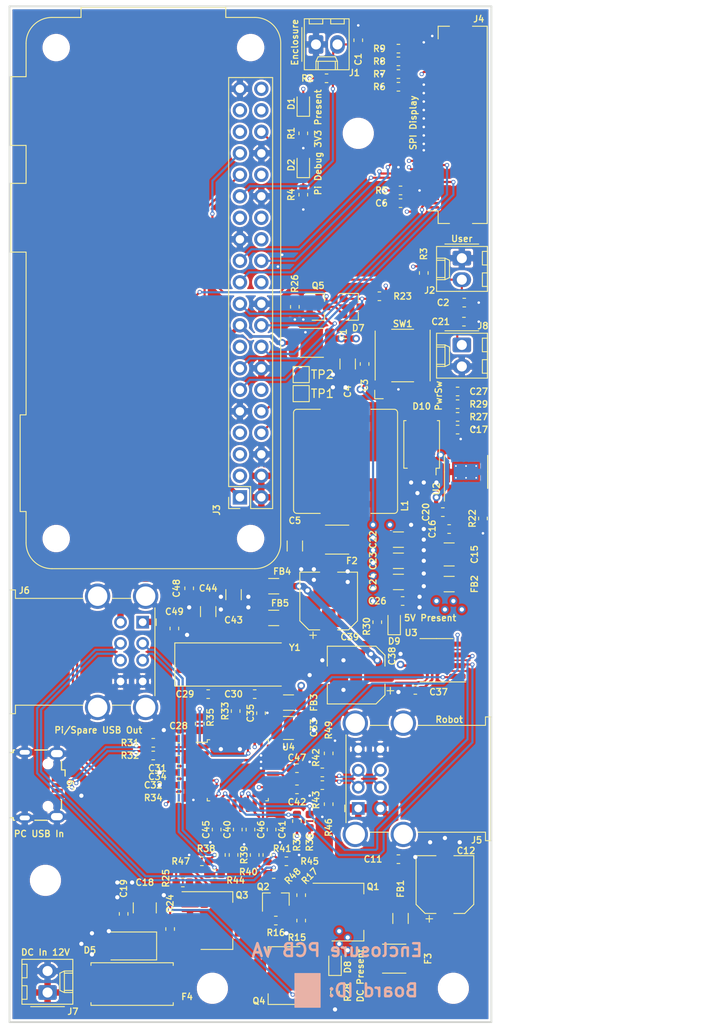
<source format=kicad_pcb>
(kicad_pcb (version 20171130) (host pcbnew "(5.1.6)-1")
  (title_block (title Enclosure) (date 2021-03-29) (rev vA) (comment 1 "Matthew Jackson"))
  (layers (0 F.Cu signal) (1 In1.Cu signal) (2 In2.Cu signal) (31 B.Cu signal) (34 B.Paste user hide) (35 F.Paste user) (36 B.SilkS user) (37 F.SilkS user) (38 B.Mask user hide) (39 F.Mask user) (44 Edge.Cuts user))
  (net 0 "")
  (net 1 GND)
  (net 2 "/Pi Zero/~ENCLOSURE_PRESENT")
  (net 3 "/Pi Zero/~USER_BUTTON")
  (net 4 +3V3)
  (net 5 "Net-(C5-Pad1)")
  (net 6 "/Pi Zero/DISP_RESET")
  (net 7 "/Robot Interface/ROBOT_12V")
  (net 8 "Net-(C15-Pad1)")
  (net 9 "Net-(C17-Pad1)")
  (net 10 "Net-(C18-Pad1)")
  (net 11 "Net-(C20-Pad2)")
  (net 12 "Net-(C20-Pad1)")
  (net 13 "Net-(C21-Pad1)")
  (net 14 +5V)
  (net 15 +12V)
  (net 16 "Net-(C27-Pad2)")
  (net 17 "Net-(C29-Pad1)")
  (net 18 "Net-(C30-Pad1)")
  (net 19 "Net-(C32-Pad1)")
  (net 20 "Net-(C33-Pad1)")
  (net 21 "Net-(C38-Pad1)")
  (net 22 "Net-(C39-Pad1)")
  (net 23 "/USB Hub/PI_USB_VBUS")
  (net 24 "/USB Hub/SPARE_USB_VBUS")
  (net 25 "Net-(D1-Pad1)")
  (net 26 "Net-(D2-Pad2)")
  (net 27 "Net-(D2-Pad1)")
  (net 28 "Net-(D7-Pad2)")
  (net 29 "/Local Power Supplies/~POWER_BUTTON_PRESSED")
  (net 30 "Net-(D8-Pad1)")
  (net 31 "Net-(D9-Pad1)")
  (net 32 "/Pi Zero/PI_3V3")
  (net 33 "Net-(F3-Pad2)")
  (net 34 "Net-(F3-Pad1)")
  (net 35 "Net-(F4-Pad2)")
  (net 36 "/Pi Zero/DISP_SDO")
  (net 37 "Net-(J3-Pad8)")
  (net 38 "/Pi Zero/ROBOT_PWR_EN")
  (net 39 "/Pi Zero/DISP_DC")
  (net 40 "/Pi Zero/DISP_SDI")
  (net 41 "Net-(J3-Pad10)")
  (net 42 "/Local Power Supplies/POWER_LATCH")
  (net 43 "/Pi Zero/DISP_CS")
  (net 44 "/Pi Zero/DISP_SCK")
  (net 45 "Net-(J4-Pad37)")
  (net 46 "Net-(J4-Pad36)")
  (net 47 "Net-(J4-Pad35)")
  (net 48 "Net-(J4-Pad34)")
  (net 49 "/USB Hub/PC_USB+")
  (net 50 "/USB Hub/PC_USB-")
  (net 51 "/USB Hub/SPARE_USB+")
  (net 52 "/USB Hub/SPARE_USB-")
  (net 53 "/USB Hub/PI_USB+")
  (net 54 "/USB Hub/PI_USB-")
  (net 55 "Net-(Q1-Pad1)")
  (net 56 "Net-(Q2-Pad3)")
  (net 57 "Net-(Q3-Pad2)")
  (net 58 "/Robot Interface/ROBOT_USB-")
  (net 59 "/Robot Interface/ROBOT_USB+")
  (net 60 "Net-(R22-Pad2)")
  (net 61 "Net-(R33-Pad1)")
  (net 62 "Net-(R35-Pad1)")
  (net 63 "/USB Hub/~OC2")
  (net 64 "/USB Hub/~OC1")
  (net 65 "/USB Hub/~EN2")
  (net 66 "/USB Hub/~EN1")
  (net 67 "Net-(Q3-Pad1)")
  (net 68 "/USB Hub/D0+")
  (net 69 "/USB Hub/D0-")
  (net 70 "/USB Hub/D1+")
  (net 71 "/USB Hub/D2+")
  (net 72 "/USB Hub/D3-")
  (net 73 "/USB Hub/D1-")
  (net 74 "/USB Hub/D2-")
  (net 75 "/USB Hub/D3+")
  (module USER_PCB_Texts:PCB_Title_&_Version (layer F.Cu) (at 206.8 103.5)
    (fp_text reference T2)
    (fp_text value "Enclosure PCB vA" (at -42.55 48.75) (layer B.SilkS) (effects (font (size 1.5 1.5) (thickness 0.3)) (justify mirror)))
  )
  (module USER_PCB_Texts:Board_Number (layer B.Cu) (at 158.75 157)
    (fp_text reference T1)
    (fp_text value "Board ID")
    (fp_text user "Board ID:" (at 15.25 0) (layer B.SilkS) (effects (font (size 1.5 1.5) (thickness 0.3)) (justify left mirror)))
  )
  (module USER_Resistor_SMD:R_0603_1608Metric (layer F.Cu) (at 142.5 129.25 180)
    (fp_text reference R32 (at 2.75 0) (layer F.SilkS) (effects (font (size 0.75 0.75))))
    (fp_text value 27R)
    (pad 2 smd roundrect (at 0.7875 0 180) (size 0.875 0.95) (layers F.Cu F.Paste F.Mask) (net 50 "/USB Hub/PC_USB-"))
    (pad 1 smd roundrect (at -0.7875 0 180) (size 0.875 0.95) (layers F.Cu F.Paste F.Mask) (net 69 "/USB Hub/D0-"))
  )
  (module USER_TestPoint:TestPoint_Pad_1.5x1.5mm (layer F.Cu) (at 160 84.25)
    (fp_text reference TP2 (at 2.5 0) (layer F.SilkS))
    (fp_text value TestPoint)
    (pad 1 smd rect (at 0 0) (size 1.5 1.5) (layers F.Cu F.Mask) (net 41 "Net-(J3-Pad10)"))
  )
  (module USER_TestPoint:TestPoint_Pad_1.5x1.5mm (layer F.Cu) (at 160 86.5)
    (fp_text reference TP1 (at 2.5 0) (layer F.SilkS))
    (fp_text value TestPoint)
    (pad 1 smd rect (at 0 0) (size 1.5 1.5) (layers F.Cu F.Mask) (net 37 "Net-(J3-Pad8)"))
  )
  (module USER_MountingHole:MountingHole_3.2mm_M3 (layer F.Cu) (at 166.75 55.75)
    (fp_text reference H4)
    (fp_text value M3)
    (pad 1 np_thru_hole circle (at 0 0) (size 3.2 3.2) (drill 3.2) (layers *.Cu *.Mask))
  )
  (module USER_MountingHole:MountingHole_3.2mm_M3 (layer F.Cu) (at 129.75 144)
    (fp_text reference H3 hide)
    (fp_text value M3 hide)
    (pad 1 np_thru_hole circle (at 0 0) (size 3.2 3.2) (drill 3.2) (layers *.Cu *.Mask))
  )
  (module USER_MountingHole:MountingHole_3.2mm_M3 (layer F.Cu) (at 149.5 156.75)
    (fp_text reference H2 hide)
    (fp_text value M3 hide)
    (pad 1 np_thru_hole circle (at 0 0) (size 3.2 3.2) (drill 3.2) (layers *.Cu *.Mask))
  )
  (module USER_MountingHole:MountingHole_3.2mm_M3 (layer F.Cu) (at 178 156.75)
    (fp_text reference H1)
    (fp_text value M3)
    (pad 1 np_thru_hole circle (at 0 0) (size 3.2 3.2) (drill 3.2) (layers *.Cu *.Mask))
  )
  (module USER_Fiducial:Fiducial_0.5mm_Mask1mm (layer F.Cu) (at 180.5 150.75)
    (fp_text reference FID3)
    (fp_text value Fiducial)
    (pad "" smd circle (at 0 0) (size 0.5 0.5) (layers F.Cu F.Mask) (clearance 0.25))
  )
  (module USER_Fiducial:Fiducial_0.5mm_Mask1mm (layer F.Cu) (at 128.5 150.5)
    (fp_text reference FID2)
    (fp_text value Fiducial)
    (pad "" smd circle (at 0 0) (size 0.5 0.5) (layers F.Cu F.Mask) (clearance 0.25))
  )
  (module USER_Fiducial:Fiducial_0.5mm_Mask1mm (layer F.Cu) (at 171 42.5)
    (fp_text reference FID1)
    (fp_text value Fiducial)
    (pad "" smd circle (at 0 0) (size 0.5 0.5) (layers F.Cu F.Mask) (clearance 0.25))
  )
  (module USER_Connector_USB:USB_A_Wuerth_61400826021_Horizontal_Stacked (layer F.Cu) (at 141.25 113.5 270)
    (fp_text reference J6 (at -3.75 14 180) (layer F.SilkS) (effects (font (size 0.75 0.75))))
    (fp_text value "Dual USB Type A")
    (fp_text user "Pi/Spare USB Out" (at 12.75 5.25) (layer F.SilkS) (effects (font (size 0.75 0.75))))
    (pad 9 thru_hole circle (at 10.07 -0.35 270) (size 3 3) (drill 2.3) (layers *.Cu *.Mask) (net 1 GND))
    (pad 9 thru_hole circle (at -3.07 -0.35 270) (size 3 3) (drill 2.3) (layers *.Cu *.Mask) (net 1 GND))
    (pad 1 thru_hole rect (at 0 0 270) (size 1.5 1.5) (drill 0.92) (layers *.Cu *.Mask) (net 24 "/USB Hub/SPARE_USB_VBUS"))
    (pad 2 thru_hole circle (at 2.5 0 270) (size 1.5 1.5) (drill 0.92) (layers *.Cu *.Mask) (net 52 "/USB Hub/SPARE_USB-"))
    (pad 3 thru_hole circle (at 4.5 0 270) (size 1.5 1.5) (drill 0.92) (layers *.Cu *.Mask) (net 51 "/USB Hub/SPARE_USB+"))
    (pad 4 thru_hole circle (at 7 0 270) (size 1.5 1.5) (drill 0.92) (layers *.Cu *.Mask) (net 1 GND))
    (pad 9 thru_hole circle (at -3.07 5.33 270) (size 3 3) (drill 2.3) (layers *.Cu *.Mask) (net 1 GND))
    (pad 9 thru_hole circle (at 10.07 5.33 270) (size 3 3) (drill 2.3) (layers *.Cu *.Mask) (net 1 GND))
    (pad 5 thru_hole circle (at 0 2.62 270) (size 1.5 1.5) (drill 0.92) (layers *.Cu *.Mask) (net 23 "/USB Hub/PI_USB_VBUS"))
    (pad 6 thru_hole circle (at 2.5 2.62 270) (size 1.5 1.5) (drill 0.92) (layers *.Cu *.Mask) (net 54 "/USB Hub/PI_USB-"))
    (pad 7 thru_hole circle (at 4.5 2.62 270) (size 1.5 1.5) (drill 0.92) (layers *.Cu *.Mask) (net 53 "/USB Hub/PI_USB+"))
    (pad 8 thru_hole circle (at 7 2.62 270) (size 1.5 1.5) (drill 0.92) (layers *.Cu *.Mask) (net 1 GND))
  )
  (module USER_Connector_USB:USB_A_Wuerth_61400826021_Horizontal_Stacked (layer F.Cu) (at 166.75 135.5 90)
    (fp_text reference J5 (at -3.75 14 180) (layer F.SilkS) (effects (font (size 0.75 0.75))))
    (fp_text value "Dual USB Type A")
    (fp_text user Robot (at 10.5 10.75 180) (layer F.SilkS) (effects (font (size 0.75 0.75))))
    (pad 9 thru_hole circle (at 10.07 -0.35 90) (size 3 3) (drill 2.3) (layers *.Cu *.Mask) (net 1 GND))
    (pad 9 thru_hole circle (at -3.07 -0.35 90) (size 3 3) (drill 2.3) (layers *.Cu *.Mask) (net 1 GND))
    (pad 1 thru_hole rect (at 0 0 90) (size 1.5 1.5) (drill 0.92) (layers *.Cu *.Mask) (net 7 "/Robot Interface/ROBOT_12V"))
    (pad 2 thru_hole circle (at 2.5 0 90) (size 1.5 1.5) (drill 0.92) (layers *.Cu *.Mask) (net 58 "/Robot Interface/ROBOT_USB-"))
    (pad 3 thru_hole circle (at 4.5 0 90) (size 1.5 1.5) (drill 0.92) (layers *.Cu *.Mask) (net 59 "/Robot Interface/ROBOT_USB+"))
    (pad 4 thru_hole circle (at 7 0 90) (size 1.5 1.5) (drill 0.92) (layers *.Cu *.Mask) (net 1 GND))
    (pad 9 thru_hole circle (at -3.07 5.33 90) (size 3 3) (drill 2.3) (layers *.Cu *.Mask) (net 1 GND))
    (pad 9 thru_hole circle (at 10.07 5.33 90) (size 3 3) (drill 2.3) (layers *.Cu *.Mask) (net 1 GND))
    (pad 5 thru_hole circle (at 0 2.62 90) (size 1.5 1.5) (drill 0.92) (layers *.Cu *.Mask) (net 7 "/Robot Interface/ROBOT_12V"))
    (pad 6 thru_hole circle (at 2.5 2.62 90) (size 1.5 1.5) (drill 0.92) (layers *.Cu *.Mask) (net 58 "/Robot Interface/ROBOT_USB-"))
    (pad 7 thru_hole circle (at 4.5 2.62 90) (size 1.5 1.5) (drill 0.92) (layers *.Cu *.Mask) (net 59 "/Robot Interface/ROBOT_USB+"))
    (pad 8 thru_hole circle (at 7 2.62 90) (size 1.5 1.5) (drill 0.92) (layers *.Cu *.Mask) (net 1 GND))
  )
  (module USER_Crystal:Crystal_SMD_HC49-SD (layer F.Cu) (at 151.75 118.5)
    (fp_text reference Y1 (at 7.5 -2) (layer F.SilkS) (effects (font (size 0.75 0.75))))
    (fp_text value 6MHz)
    (pad 2 smd rect (at 4.25 0) (size 4.5 2) (layers F.Cu F.Paste F.Mask) (net 18 "Net-(C30-Pad1)"))
    (pad 1 smd rect (at -4.25 0) (size 4.5 2) (layers F.Cu F.Paste F.Mask) (net 17 "Net-(C29-Pad1)"))
  )
  (module Package_QFP:LQFP-32_7x7mm_P0.8mm (layer F.Cu) (at 152.5 131)
    (fp_text reference U4 (at 6 -2.75) (layer F.SilkS) (effects (font (size 0.75 0.75))))
    (fp_text value TUSB2036)
    (pad 32 smd roundrect (at -2.8 -4.175) (size 0.5 1.5) (layers F.Cu F.Paste F.Mask))
    (pad 31 smd roundrect (at -2 -4.175) (size 0.5 1.5) (layers F.Cu F.Paste F.Mask) (net 1 GND))
    (pad 30 smd roundrect (at -1.2 -4.175) (size 0.5 1.5) (layers F.Cu F.Paste F.Mask) (net 17 "Net-(C29-Pad1)"))
    (pad 29 smd roundrect (at -0.4 -4.175) (size 0.5 1.5) (layers F.Cu F.Paste F.Mask) (net 61 "Net-(R33-Pad1)"))
    (pad 28 smd roundrect (at 0.4 -4.175) (size 0.5 1.5) (layers F.Cu F.Paste F.Mask) (net 1 GND))
    (pad 27 smd roundrect (at 1.2 -4.175) (size 0.5 1.5) (layers F.Cu F.Paste F.Mask) (net 62 "Net-(R35-Pad1)"))
    (pad 26 smd roundrect (at 2 -4.175) (size 0.5 1.5) (layers F.Cu F.Paste F.Mask) (net 4 +3V3))
    (pad 25 smd roundrect (at 2.8 -4.175) (size 0.5 1.5) (layers F.Cu F.Paste F.Mask) (net 20 "Net-(C33-Pad1)"))
    (pad 24 smd roundrect (at 4.175 -2.8) (size 1.5 0.5) (layers F.Cu F.Paste F.Mask) (net 1 GND))
    (pad 23 smd roundrect (at 4.175 -2) (size 1.5 0.5) (layers F.Cu F.Paste F.Mask) (net 1 GND))
    (pad 22 smd roundrect (at 4.175 -1.2) (size 1.5 0.5) (layers F.Cu F.Paste F.Mask) (net 1 GND))
    (pad 21 smd roundrect (at 4.175 -0.4) (size 1.5 0.5) (layers F.Cu F.Paste F.Mask) (net 1 GND))
    (pad 20 smd roundrect (at 4.175 0.4) (size 1.5 0.5) (layers F.Cu F.Paste F.Mask) (net 75 "/USB Hub/D3+"))
    (pad 19 smd roundrect (at 4.175 1.2) (size 1.5 0.5) (layers F.Cu F.Paste F.Mask) (net 72 "/USB Hub/D3-"))
    (pad 18 smd roundrect (at 4.175 2) (size 1.5 0.5) (layers F.Cu F.Paste F.Mask) (net 4 +3V3))
    (pad 17 smd roundrect (at 4.175 2.8) (size 1.5 0.5) (layers F.Cu F.Paste F.Mask))
    (pad 16 smd roundrect (at 2.8 4.175) (size 0.5 1.5) (layers F.Cu F.Paste F.Mask) (net 71 "/USB Hub/D2+"))
    (pad 15 smd roundrect (at 2 4.175) (size 0.5 1.5) (layers F.Cu F.Paste F.Mask) (net 74 "/USB Hub/D2-"))
    (pad 14 smd roundrect (at 1.2 4.175) (size 0.5 1.5) (layers F.Cu F.Paste F.Mask) (net 63 "/USB Hub/~OC2"))
    (pad 13 smd roundrect (at 0.4 4.175) (size 0.5 1.5) (layers F.Cu F.Paste F.Mask) (net 65 "/USB Hub/~EN2"))
    (pad 12 smd roundrect (at -0.4 4.175) (size 0.5 1.5) (layers F.Cu F.Paste F.Mask) (net 70 "/USB Hub/D1+"))
    (pad 11 smd roundrect (at -1.2 4.175) (size 0.5 1.5) (layers F.Cu F.Paste F.Mask) (net 73 "/USB Hub/D1-"))
    (pad 10 smd roundrect (at -2 4.175) (size 0.5 1.5) (layers F.Cu F.Paste F.Mask) (net 64 "/USB Hub/~OC1"))
    (pad 9 smd roundrect (at -2.8 4.175) (size 0.5 1.5) (layers F.Cu F.Paste F.Mask) (net 66 "/USB Hub/~EN1"))
    (pad 8 smd roundrect (at -4.175 2.8) (size 1.5 0.5) (layers F.Cu F.Paste F.Mask) (net 4 +3V3))
    (pad 7 smd roundrect (at -4.175 2) (size 1.5 0.5) (layers F.Cu F.Paste F.Mask) (net 1 GND))
    (pad 6 smd roundrect (at -4.175 1.2) (size 1.5 0.5) (layers F.Cu F.Paste F.Mask) (net 4 +3V3))
    (pad 5 smd roundrect (at -4.175 0.4) (size 1.5 0.5) (layers F.Cu F.Paste F.Mask))
    (pad 4 smd roundrect (at -4.175 -0.4) (size 1.5 0.5) (layers F.Cu F.Paste F.Mask) (net 19 "Net-(C32-Pad1)"))
    (pad 3 smd roundrect (at -4.175 -1.2) (size 1.5 0.5) (layers F.Cu F.Paste F.Mask) (net 20 "Net-(C33-Pad1)"))
    (pad 2 smd roundrect (at -4.175 -2) (size 1.5 0.5) (layers F.Cu F.Paste F.Mask) (net 69 "/USB Hub/D0-"))
    (pad 1 smd roundrect (at -4.175 -2.8) (size 1.5 0.5) (layers F.Cu F.Paste F.Mask) (net 68 "/USB Hub/D0+"))
  )
  (module USER_Package_SO:SOIC-8_3.9x4.9mm_P1.27mm (layer F.Cu) (at 176 118 180)
    (fp_text reference U3 (at 3 3.25) (layer F.SilkS) (effects (font (size 0.75 0.75))))
    (fp_text value LM3526-L)
    (pad 8 smd roundrect (at 2.475 -1.905 180) (size 1.95 0.6) (layers F.Cu F.Paste F.Mask) (net 21 "Net-(C38-Pad1)"))
    (pad 7 smd roundrect (at 2.475 -0.635 180) (size 1.95 0.6) (layers F.Cu F.Paste F.Mask) (net 14 +5V))
    (pad 6 smd roundrect (at 2.475 0.635 180) (size 1.95 0.6) (layers F.Cu F.Paste F.Mask) (net 1 GND))
    (pad 5 smd roundrect (at 2.475 1.905 180) (size 1.95 0.6) (layers F.Cu F.Paste F.Mask) (net 22 "Net-(C39-Pad1)"))
    (pad 4 smd roundrect (at -2.475 1.905 180) (size 1.95 0.6) (layers F.Cu F.Paste F.Mask) (net 65 "/USB Hub/~EN2"))
    (pad 3 smd roundrect (at -2.475 0.635 180) (size 1.95 0.6) (layers F.Cu F.Paste F.Mask) (net 63 "/USB Hub/~OC2"))
    (pad 2 smd roundrect (at -2.475 -0.635 180) (size 1.95 0.6) (layers F.Cu F.Paste F.Mask) (net 64 "/USB Hub/~OC1"))
    (pad 1 smd roundrect (at -2.475 -1.905 180) (size 1.95 0.6) (layers F.Cu F.Paste F.Mask) (net 66 "/USB Hub/~EN1"))
  )
  (module USER_Package_SO:SOIC-8-1EP_3.9x4.9mm_P1.27mm_EP2.41x3.3mm_ThermalVias (layer F.Cu) (at 179.5 95.75 90)
    (fp_text reference U2 (at -2 -3.5 90) (layer F.SilkS) (effects (font (size 0.75 0.75))))
    (fp_text value LMR14050)
    (pad 9 smd rect (at 0 0 90) (size 1.9 2.9) (layers B.Cu) (net 1 GND))
    (pad 9 thru_hole circle (at 0.7 1.2 90) (size 0.5 0.5) (drill 0.2) (layers *.Cu) (net 1 GND))
    (pad 9 thru_hole circle (at -0.7 1.2 90) (size 0.5 0.5) (drill 0.2) (layers *.Cu) (net 1 GND))
    (pad 9 thru_hole circle (at 0.7 0 90) (size 0.5 0.5) (drill 0.2) (layers *.Cu) (net 1 GND))
    (pad 9 thru_hole circle (at -0.7 0 90) (size 0.5 0.5) (drill 0.2) (layers *.Cu) (net 1 GND))
    (pad 9 thru_hole circle (at 0.7 -1.2 90) (size 0.5 0.5) (drill 0.2) (layers *.Cu) (net 1 GND))
    (pad 9 thru_hole circle (at -0.7 -1.2 90) (size 0.5 0.5) (drill 0.2) (layers *.Cu) (net 1 GND))
    (pad 9 smd rect (at 0 0 90) (size 2.41 3.3) (layers F.Cu F.Mask) (net 1 GND))
    (pad 8 smd roundrect (at 2.475 -1.905 90) (size 1.95 0.6) (layers F.Cu F.Paste F.Mask) (net 11 "Net-(C20-Pad2)"))
    (pad 7 smd roundrect (at 2.475 -0.635 90) (size 1.95 0.6) (layers F.Cu F.Paste F.Mask) (net 1 GND))
    (pad 6 smd roundrect (at 2.475 0.635 90) (size 1.95 0.6) (layers F.Cu F.Paste F.Mask) (net 9 "Net-(C17-Pad1)"))
    (pad 5 smd roundrect (at 2.475 1.905 90) (size 1.95 0.6) (layers F.Cu F.Paste F.Mask) (net 16 "Net-(C27-Pad2)"))
    (pad 4 smd roundrect (at -2.475 1.905 90) (size 1.95 0.6) (layers F.Cu F.Paste F.Mask) (net 60 "Net-(R22-Pad2)"))
    (pad 3 smd roundrect (at -2.475 0.635 90) (size 1.95 0.6) (layers F.Cu F.Paste F.Mask) (net 8 "Net-(C15-Pad1)"))
    (pad 2 smd roundrect (at -2.475 -0.635 90) (size 1.95 0.6) (layers F.Cu F.Paste F.Mask) (net 8 "Net-(C15-Pad1)"))
    (pad 1 smd roundrect (at -2.475 -1.905 90) (size 1.95 0.6) (layers F.Cu F.Paste F.Mask) (net 12 "Net-(C20-Pad1)"))
  )
  (module USER_Button_Switch_SMD:SW_SPST_Omron_B3FS-100xP (layer F.Cu) (at 172 82 90)
    (fp_text reference SW1 (at 3.75 0 180) (layer F.SilkS) (effects (font (size 0.75 0.75))))
    (fp_text value SW_Push)
    (pad 3 smd rect (at -4 2.25 270) (size 1.6 1.4) (layers F.Cu F.Paste F.Mask))
    (pad 4 smd rect (at 4 2.25 270) (size 1.6 1.4) (layers F.Cu F.Paste F.Mask))
    (pad 1 smd rect (at -4 -2.25 270) (size 1.6 1.4) (layers F.Cu F.Paste F.Mask) (net 1 GND))
    (pad 2 smd rect (at 4 -2.25 270) (size 1.6 1.4) (layers F.Cu F.Paste F.Mask) (net 13 "Net-(C21-Pad1)"))
  )
  (module USER_Resistor_SMD:R_0603_1608Metric (layer F.Cu) (at 163.25 129 90)
    (fp_text reference R49 (at 2.75 0 90) (layer F.SilkS) (effects (font (size 0.75 0.75))))
    (fp_text value 15k)
    (pad 2 smd roundrect (at 0.7875 0 90) (size 0.875 0.95) (layers F.Cu F.Paste F.Mask) (net 1 GND))
    (pad 1 smd roundrect (at -0.7875 0 90) (size 0.875 0.95) (layers F.Cu F.Paste F.Mask) (net 59 "/Robot Interface/ROBOT_USB+"))
  )
  (module USER_Resistor_SMD:R_0603_1608Metric (layer F.Cu) (at 156.75 143.25)
    (fp_text reference R48 (at 2.25 0.25 45) (layer F.SilkS) (effects (font (size 0.75 0.75))))
    (fp_text value 15k)
    (pad 2 smd roundrect (at 0.7875 0) (size 0.875 0.95) (layers F.Cu F.Paste F.Mask) (net 1 GND))
    (pad 1 smd roundrect (at -0.7875 0) (size 0.875 0.95) (layers F.Cu F.Paste F.Mask) (net 54 "/USB Hub/PI_USB-"))
  )
  (module USER_Resistor_SMD:R_0603_1608Metric (layer F.Cu) (at 148.25 141.75 180)
    (fp_text reference R47 (at 2.5 0) (layer F.SilkS) (effects (font (size 0.75 0.75))))
    (fp_text value 15k)
    (pad 2 smd roundrect (at 0.7875 0 180) (size 0.875 0.95) (layers F.Cu F.Paste F.Mask) (net 1 GND))
    (pad 1 smd roundrect (at -0.7875 0 180) (size 0.875 0.95) (layers F.Cu F.Paste F.Mask) (net 52 "/USB Hub/SPARE_USB-"))
  )
  (module USER_Resistor_SMD:R_0603_1608Metric (layer F.Cu) (at 163.25 135 270)
    (fp_text reference R46 (at 2.75 0 270) (layer F.SilkS) (effects (font (size 0.75 0.75))))
    (fp_text value 15k)
    (pad 2 smd roundrect (at 0.7875 0 270) (size 0.875 0.95) (layers F.Cu F.Paste F.Mask) (net 1 GND))
    (pad 1 smd roundrect (at -0.7875 0 270) (size 0.875 0.95) (layers F.Cu F.Paste F.Mask) (net 58 "/Robot Interface/ROBOT_USB-"))
  )
  (module USER_Resistor_SMD:R_0603_1608Metric (layer F.Cu) (at 158.25 141.75)
    (fp_text reference R45 (at 2.75 0) (layer F.SilkS) (effects (font (size 0.75 0.75))))
    (fp_text value 15k)
    (pad 2 smd roundrect (at 0.7875 0) (size 0.875 0.95) (layers F.Cu F.Paste F.Mask) (net 1 GND))
    (pad 1 smd roundrect (at -0.7875 0) (size 0.875 0.95) (layers F.Cu F.Paste F.Mask) (net 53 "/USB Hub/PI_USB+"))
  )
  (module USER_Resistor_SMD:R_0603_1608Metric (layer F.Cu) (at 149.75 143.25 180)
    (fp_text reference R44 (at -2.5 -0.75) (layer F.SilkS) (effects (font (size 0.75 0.75))))
    (fp_text value 15k)
    (pad 2 smd roundrect (at 0.7875 0 180) (size 0.875 0.95) (layers F.Cu F.Paste F.Mask) (net 1 GND))
    (pad 1 smd roundrect (at -0.7875 0 180) (size 0.875 0.95) (layers F.Cu F.Paste F.Mask) (net 51 "/USB Hub/SPARE_USB+"))
  )
  (module USER_Resistor_SMD:R_0603_1608Metric (layer F.Cu) (at 162.5 132.75 180)
    (fp_text reference R43 (at 0.75 -1.75 90) (layer F.SilkS) (effects (font (size 0.75 0.75))))
    (fp_text value 27R)
    (pad 2 smd roundrect (at 0.7875 0 180) (size 0.875 0.95) (layers F.Cu F.Paste F.Mask) (net 72 "/USB Hub/D3-"))
    (pad 1 smd roundrect (at -0.7875 0 180) (size 0.875 0.95) (layers F.Cu F.Paste F.Mask) (net 58 "/Robot Interface/ROBOT_USB-"))
  )
  (module USER_Resistor_SMD:R_0603_1608Metric (layer F.Cu) (at 162.5 131.25 180)
    (fp_text reference R42 (at 0.75 1.75 90) (layer F.SilkS) (effects (font (size 0.75 0.75))))
    (fp_text value 27R)
    (pad 2 smd roundrect (at 0.7875 0 180) (size 0.875 0.95) (layers F.Cu F.Paste F.Mask) (net 75 "/USB Hub/D3+"))
    (pad 1 smd roundrect (at -0.7875 0 180) (size 0.875 0.95) (layers F.Cu F.Paste F.Mask) (net 59 "/Robot Interface/ROBOT_USB+"))
  )
  (module USER_Resistor_SMD:R_0603_1608Metric (layer F.Cu) (at 156 141 90)
    (fp_text reference R41 (at 0.75 1.75 180) (layer F.SilkS) (effects (font (size 0.75 0.75))))
    (fp_text value 27R)
    (pad 2 smd roundrect (at 0.7875 0 90) (size 0.875 0.95) (layers F.Cu F.Paste F.Mask) (net 71 "/USB Hub/D2+"))
    (pad 1 smd roundrect (at -0.7875 0 90) (size 0.875 0.95) (layers F.Cu F.Paste F.Mask) (net 53 "/USB Hub/PI_USB+"))
  )
  (module USER_Resistor_SMD:R_0603_1608Metric (layer F.Cu) (at 154.5 141 90)
    (fp_text reference R40 (at -2 -0.75 180) (layer F.SilkS) (effects (font (size 0.75 0.75))))
    (fp_text value 27R)
    (pad 2 smd roundrect (at 0.7875 0 90) (size 0.875 0.95) (layers F.Cu F.Paste F.Mask) (net 74 "/USB Hub/D2-"))
    (pad 1 smd roundrect (at -0.7875 0 90) (size 0.875 0.95) (layers F.Cu F.Paste F.Mask) (net 54 "/USB Hub/PI_USB-"))
  )
  (module USER_Resistor_SMD:R_0603_1608Metric (layer F.Cu) (at 152 141 90)
    (fp_text reference R39 (at 0 1.25 270) (layer F.SilkS) (effects (font (size 0.75 0.75))))
    (fp_text value 27R)
    (pad 2 smd roundrect (at 0.7875 0 90) (size 0.875 0.95) (layers F.Cu F.Paste F.Mask) (net 70 "/USB Hub/D1+"))
    (pad 1 smd roundrect (at -0.7875 0 90) (size 0.875 0.95) (layers F.Cu F.Paste F.Mask) (net 51 "/USB Hub/SPARE_USB+"))
  )
  (module USER_Resistor_SMD:R_0603_1608Metric (layer F.Cu) (at 150.5 141 90)
    (fp_text reference R38 (at 0.75 -1.75 180) (layer F.SilkS) (effects (font (size 0.75 0.75))))
    (fp_text value 27R)
    (pad 2 smd roundrect (at 0.7875 0 90) (size 0.875 0.95) (layers F.Cu F.Paste F.Mask) (net 73 "/USB Hub/D1-"))
    (pad 1 smd roundrect (at -0.7875 0 90) (size 0.875 0.95) (layers F.Cu F.Paste F.Mask) (net 52 "/USB Hub/SPARE_USB-"))
  )
  (module USER_Resistor_SMD:R_0603_1608Metric (layer F.Cu) (at 159.5 137 90)
    (fp_text reference R37 (at -2.5 0 90) (layer F.SilkS) (effects (font (size 0.75 0.75))))
    (fp_text value 15k)
    (pad 2 smd roundrect (at 0.7875 0 90) (size 0.875 0.95) (layers F.Cu F.Paste F.Mask) (net 64 "/USB Hub/~OC1"))
    (pad 1 smd roundrect (at -0.7875 0 90) (size 0.875 0.95) (layers F.Cu F.Paste F.Mask) (net 4 +3V3))
  )
  (module USER_Resistor_SMD:R_0603_1608Metric (layer F.Cu) (at 161 137 90)
    (fp_text reference R36 (at -2.5 0 270) (layer F.SilkS) (effects (font (size 0.75 0.75))))
    (fp_text value 15k)
    (pad 2 smd roundrect (at 0.7875 0 90) (size 0.875 0.95) (layers F.Cu F.Paste F.Mask) (net 63 "/USB Hub/~OC2"))
    (pad 1 smd roundrect (at -0.7875 0 90) (size 0.875 0.95) (layers F.Cu F.Paste F.Mask) (net 4 +3V3))
  )
  (module USER_Resistor_SMD:R_0603_1608Metric (layer F.Cu) (at 148 125.5 270)
    (fp_text reference R35 (at -0.75 -1.25 90) (layer F.SilkS) (effects (font (size 0.75 0.75))))
    (fp_text value 1k5)
    (pad 2 smd roundrect (at 0.7875 0 270) (size 0.875 0.95) (layers F.Cu F.Paste F.Mask) (net 68 "/USB Hub/D0+"))
    (pad 1 smd roundrect (at -0.7875 0 270) (size 0.875 0.95) (layers F.Cu F.Paste F.Mask) (net 62 "Net-(R35-Pad1)"))
  )
  (module USER_Resistor_SMD:R_0603_1608Metric (layer F.Cu) (at 145.5 134.25)
    (fp_text reference R34 (at -3 0) (layer F.SilkS) (effects (font (size 0.75 0.75))))
    (fp_text value 15k)
    (pad 2 smd roundrect (at 0.7875 0) (size 0.875 0.95) (layers F.Cu F.Paste F.Mask) (net 19 "Net-(C32-Pad1)"))
    (pad 1 smd roundrect (at -0.7875 0) (size 0.875 0.95) (layers F.Cu F.Paste F.Mask) (net 4 +3V3))
  )
  (module USER_Resistor_SMD:R_0603_1608Metric (layer F.Cu) (at 152.25 124 90)
    (fp_text reference R33 (at 0 -1.25 90) (layer F.SilkS) (effects (font (size 0.75 0.75))))
    (fp_text value 2k2)
    (pad 2 smd roundrect (at 0.7875 0 90) (size 0.875 0.95) (layers F.Cu F.Paste F.Mask) (net 18 "Net-(C30-Pad1)"))
    (pad 1 smd roundrect (at -0.7875 0 90) (size 0.875 0.95) (layers F.Cu F.Paste F.Mask) (net 61 "Net-(R33-Pad1)"))
  )
  (module USER_Resistor_SMD:R_0603_1608Metric (layer F.Cu) (at 142.5 127.75 180)
    (fp_text reference R31 (at 2.75 0) (layer F.SilkS) (effects (font (size 0.75 0.75))))
    (fp_text value 27R)
    (pad 2 smd roundrect (at 0.7875 0 180) (size 0.875 0.95) (layers F.Cu F.Paste F.Mask) (net 49 "/USB Hub/PC_USB+"))
    (pad 1 smd roundrect (at -0.7875 0 180) (size 0.875 0.95) (layers F.Cu F.Paste F.Mask) (net 68 "/USB Hub/D0+"))
  )
  (module USER_Resistor_SMD:R_0603_1608Metric (layer F.Cu) (at 169 113.5 90)
    (fp_text reference R30 (at -0.5 -1.25 270) (layer F.SilkS) (effects (font (size 0.75 0.75))))
    (fp_text value 15k)
    (pad 2 smd roundrect (at 0.7875 0 90) (size 0.875 0.95) (layers F.Cu F.Paste F.Mask) (net 1 GND))
    (pad 1 smd roundrect (at -0.7875 0 90) (size 0.875 0.95) (layers F.Cu F.Paste F.Mask) (net 31 "Net-(D9-Pad1)"))
  )
  (module USER_Resistor_SMD:R_0603_1608Metric (layer F.Cu) (at 178.5 87.75)
    (fp_text reference R29 (at 2.5 0) (layer F.SilkS) (effects (font (size 0.75 0.75))))
    (fp_text value 68k)
    (pad 2 smd roundrect (at 0.7875 0) (size 0.875 0.95) (layers F.Cu F.Paste F.Mask) (net 16 "Net-(C27-Pad2)"))
    (pad 1 smd roundrect (at -0.7875 0) (size 0.875 0.95) (layers F.Cu F.Paste F.Mask) (net 14 +5V))
  )
  (module USER_Resistor_SMD:R_0603_1608Metric (layer F.Cu) (at 164 157.25 270)
    (fp_text reference R28 (at 0 -1.5 90) (layer F.SilkS) (effects (font (size 0.75 0.75))))
    (fp_text value 15k)
    (pad 2 smd roundrect (at 0.7875 0 270) (size 0.875 0.95) (layers F.Cu F.Paste F.Mask) (net 1 GND))
    (pad 1 smd roundrect (at -0.7875 0 270) (size 0.875 0.95) (layers F.Cu F.Paste F.Mask) (net 30 "Net-(D8-Pad1)"))
  )
  (module USER_Resistor_SMD:R_0603_1608Metric (layer F.Cu) (at 178.5 89.25)
    (fp_text reference R27 (at 2.5 0) (layer F.SilkS) (effects (font (size 0.75 0.75))))
    (fp_text value 12k)
    (pad 2 smd roundrect (at 0.7875 0) (size 0.875 0.95) (layers F.Cu F.Paste F.Mask) (net 16 "Net-(C27-Pad2)"))
    (pad 1 smd roundrect (at -0.7875 0) (size 0.875 0.95) (layers F.Cu F.Paste F.Mask) (net 1 GND))
  )
  (module USER_Resistor_SMD:R_0603_1608Metric (layer F.Cu) (at 159.25 76.25 270)
    (fp_text reference R26 (at -2.75 0 90) (layer F.SilkS) (effects (font (size 0.75 0.75))))
    (fp_text value 15k)
    (pad 2 smd roundrect (at 0.7875 0 270) (size 0.875 0.95) (layers F.Cu F.Paste F.Mask) (net 1 GND))
    (pad 1 smd roundrect (at -0.7875 0 270) (size 0.875 0.95) (layers F.Cu F.Paste F.Mask) (net 42 "/Local Power Supplies/POWER_LATCH"))
  )
  (module USER_Resistor_SMD:R_0603_1608Metric (layer F.Cu) (at 146 144.25 180)
    (fp_text reference R25 (at 2 0.5 90) (layer F.SilkS) (effects (font (size 0.75 0.75))))
    (fp_text value 3k3)
    (pad 2 smd roundrect (at 0.7875 0 180) (size 0.875 0.95) (layers F.Cu F.Paste F.Mask) (net 28 "Net-(D7-Pad2)"))
    (pad 1 smd roundrect (at -0.7875 0 180) (size 0.875 0.95) (layers F.Cu F.Paste F.Mask) (net 67 "Net-(Q3-Pad1)"))
  )
  (module USER_Resistor_SMD:R_0603_1608Metric (layer F.Cu) (at 144.5 149.75 90)
    (fp_text reference R24 (at 3 0 90) (layer F.SilkS) (effects (font (size 0.75 0.75))))
    (fp_text value 12k)
    (pad 2 smd roundrect (at 0.7875 0 90) (size 0.875 0.95) (layers F.Cu F.Paste F.Mask) (net 67 "Net-(Q3-Pad1)"))
    (pad 1 smd roundrect (at -0.7875 0 90) (size 0.875 0.95) (layers F.Cu F.Paste F.Mask) (net 10 "Net-(C18-Pad1)"))
  )
  (module USER_Resistor_SMD:R_0603_1608Metric (layer F.Cu) (at 169.25 75 180)
    (fp_text reference R23 (at -2.75 0 180) (layer F.SilkS) (effects (font (size 0.75 0.75))))
    (fp_text value 15k)
    (pad 2 smd roundrect (at 0.7875 0 180) (size 0.875 0.95) (layers F.Cu F.Paste F.Mask) (net 29 "/Local Power Supplies/~POWER_BUTTON_PRESSED"))
    (pad 1 smd roundrect (at -0.7875 0 180) (size 0.875 0.95) (layers F.Cu F.Paste F.Mask) (net 4 +3V3))
  )
  (module USER_Resistor_SMD:R_0603_1608Metric (layer F.Cu) (at 181.5 101.25 90)
    (fp_text reference R22 (at 0 -1.25 90) (layer F.SilkS) (effects (font (size 0.75 0.75))))
    (fp_text value 12k)
    (pad 2 smd roundrect (at 0.7875 0 90) (size 0.875 0.95) (layers F.Cu F.Paste F.Mask) (net 60 "Net-(R22-Pad2)"))
    (pad 1 smd roundrect (at -0.7875 0 90) (size 0.875 0.95) (layers F.Cu F.Paste F.Mask) (net 1 GND))
  )
  (module USER_Resistor_SMD:R_0603_1608Metric (layer F.Cu) (at 160 145.75 90)
    (fp_text reference R17 (at 2.25 1 45) (layer F.SilkS) (effects (font (size 0.75 0.75))))
    (fp_text value 3k3)
    (pad 2 smd roundrect (at 0.7875 0 90) (size 0.875 0.95) (layers F.Cu F.Paste F.Mask) (net 56 "Net-(Q2-Pad3)"))
    (pad 1 smd roundrect (at -0.7875 0 90) (size 0.875 0.95) (layers F.Cu F.Paste F.Mask) (net 55 "Net-(Q1-Pad1)"))
  )
  (module USER_Resistor_SMD:R_0603_1608Metric (layer F.Cu) (at 157 148.75 180)
    (fp_text reference R16 (at 0 -1.43) (layer F.SilkS) (effects (font (size 0.75 0.75))))
    (fp_text value 15k)
    (pad 2 smd roundrect (at 0.7875 0 180) (size 0.875 0.95) (layers F.Cu F.Paste F.Mask) (net 38 "/Pi Zero/ROBOT_PWR_EN"))
    (pad 1 smd roundrect (at -0.7875 0 180) (size 0.875 0.95) (layers F.Cu F.Paste F.Mask) (net 1 GND))
  )
  (module USER_Resistor_SMD:R_0603_1608Metric (layer F.Cu) (at 160 148.75 270)
    (fp_text reference R15 (at 2 0.5 180) (layer F.SilkS) (effects (font (size 0.75 0.75))))
    (fp_text value 12k)
    (pad 2 smd roundrect (at 0.7875 0 270) (size 0.875 0.95) (layers F.Cu F.Paste F.Mask) (net 15 +12V))
    (pad 1 smd roundrect (at -0.7875 0 270) (size 0.875 0.95) (layers F.Cu F.Paste F.Mask) (net 55 "Net-(Q1-Pad1)"))
  )
  (module USER_Resistor_SMD:R_0603_1608Metric (layer F.Cu) (at 171.5 45.75 180)
    (fp_text reference R9 (at 2.25 0) (layer F.SilkS) (effects (font (size 0.75 0.75))))
    (fp_text value 100R)
    (pad 2 smd roundrect (at 0.7875 0 180) (size 0.875 0.95) (layers F.Cu F.Paste F.Mask) (net 1 GND))
    (pad 1 smd roundrect (at -0.7875 0 180) (size 0.875 0.95) (layers F.Cu F.Paste F.Mask) (net 45 "Net-(J4-Pad37)"))
  )
  (module USER_Resistor_SMD:R_0603_1608Metric (layer F.Cu) (at 171.5 47.25 180)
    (fp_text reference R8 (at 2.25 0) (layer F.SilkS) (effects (font (size 0.75 0.75))))
    (fp_text value 100R)
    (pad 2 smd roundrect (at 0.7875 0 180) (size 0.875 0.95) (layers F.Cu F.Paste F.Mask) (net 1 GND))
    (pad 1 smd roundrect (at -0.7875 0 180) (size 0.875 0.95) (layers F.Cu F.Paste F.Mask) (net 46 "Net-(J4-Pad36)"))
  )
  (module USER_Resistor_SMD:R_0603_1608Metric (layer F.Cu) (at 171.5 48.75 180)
    (fp_text reference R7 (at 2.25 0) (layer F.SilkS) (effects (font (size 0.75 0.75))))
    (fp_text value 100R)
    (pad 2 smd roundrect (at 0.7875 0 180) (size 0.875 0.95) (layers F.Cu F.Paste F.Mask) (net 1 GND))
    (pad 1 smd roundrect (at -0.7875 0 180) (size 0.875 0.95) (layers F.Cu F.Paste F.Mask) (net 47 "Net-(J4-Pad35)"))
  )
  (module USER_Resistor_SMD:R_0603_1608Metric (layer F.Cu) (at 171.5 50.25 180)
    (fp_text reference R6 (at 2.25 0) (layer F.SilkS) (effects (font (size 0.75 0.75))))
    (fp_text value 100R)
    (pad 2 smd roundrect (at 0.7875 0 180) (size 0.875 0.95) (layers F.Cu F.Paste F.Mask) (net 1 GND))
    (pad 1 smd roundrect (at -0.7875 0 180) (size 0.875 0.95) (layers F.Cu F.Paste F.Mask) (net 48 "Net-(J4-Pad34)"))
  )
  (module USER_Resistor_SMD:R_0603_1608Metric (layer F.Cu) (at 171.75 62.5)
    (fp_text reference R5 (at -2.25 0) (layer F.SilkS) (effects (font (size 0.75 0.75))))
    (fp_text value 100k)
    (pad 2 smd roundrect (at 0.7875 0) (size 0.875 0.95) (layers F.Cu F.Paste F.Mask) (net 6 "/Pi Zero/DISP_RESET"))
    (pad 1 smd roundrect (at -0.7875 0) (size 0.875 0.95) (layers F.Cu F.Paste F.Mask) (net 4 +3V3))
  )
  (module USER_Resistor_SMD:R_0603_1608Metric (layer F.Cu) (at 160.25 63 90)
    (fp_text reference R4 (at 0 -1.43 90) (layer F.SilkS) (effects (font (size 0.75 0.75))))
    (fp_text value 470R)
    (pad 2 smd roundrect (at 0.7875 0 90) (size 0.875 0.95) (layers F.Cu F.Paste F.Mask) (net 27 "Net-(D2-Pad1)"))
    (pad 1 smd roundrect (at -0.7875 0 90) (size 0.875 0.95) (layers F.Cu F.Paste F.Mask) (net 1 GND))
  )
  (module USER_Resistor_SMD:R_0603_1608Metric (layer F.Cu) (at 174.5 72.25 90)
    (fp_text reference R3 (at 2.25 0 90) (layer F.SilkS) (effects (font (size 0.75 0.75))))
    (fp_text value 15k)
    (pad 2 smd roundrect (at 0.7875 0 90) (size 0.875 0.95) (layers F.Cu F.Paste F.Mask) (net 4 +3V3))
    (pad 1 smd roundrect (at -0.7875 0 90) (size 0.875 0.95) (layers F.Cu F.Paste F.Mask) (net 3 "/Pi Zero/~USER_BUTTON"))
  )
  (module USER_Resistor_SMD:R_0603_1608Metric (layer F.Cu) (at 163 49.25 180)
    (fp_text reference R2 (at 2.25 0) (layer F.SilkS) (effects (font (size 0.75 0.75))))
    (fp_text value 15k)
    (pad 2 smd roundrect (at 0.7875 0 180) (size 0.875 0.95) (layers F.Cu F.Paste F.Mask) (net 4 +3V3))
    (pad 1 smd roundrect (at -0.7875 0 180) (size 0.875 0.95) (layers F.Cu F.Paste F.Mask) (net 2 "/Pi Zero/~ENCLOSURE_PRESENT"))
  )
  (module USER_Resistor_SMD:R_0603_1608Metric (layer F.Cu) (at 160.25 55.75 90)
    (fp_text reference R1 (at 0 -1.43 90) (layer F.SilkS) (effects (font (size 0.75 0.75))))
    (fp_text value 470R)
    (pad 2 smd roundrect (at 0.7875 0 90) (size 0.875 0.95) (layers F.Cu F.Paste F.Mask) (net 25 "Net-(D1-Pad1)"))
    (pad 1 smd roundrect (at -0.7875 0 90) (size 0.875 0.95) (layers F.Cu F.Paste F.Mask) (net 1 GND))
  )
  (module USER_Package_TO_SOT_SMD:SOT-23 (layer F.Cu) (at 162 76.25)
    (fp_text reference Q5 (at 0 -2.5) (layer F.SilkS) (effects (font (size 0.75 0.75))))
    (fp_text value 2N7002)
    (pad 3 smd rect (at 1 0) (size 0.9 0.8) (layers F.Cu F.Paste F.Mask) (net 28 "Net-(D7-Pad2)"))
    (pad 2 smd rect (at -1 0.95) (size 0.9 0.8) (layers F.Cu F.Paste F.Mask) (net 1 GND))
    (pad 1 smd rect (at -1 -0.95) (size 0.9 0.8) (layers F.Cu F.Paste F.Mask) (net 42 "/Local Power Supplies/POWER_LATCH"))
  )
  (module USER_Package_TO_SOT_SMD:SOT-223 (layer F.Cu) (at 158 155.25 180)
    (fp_text reference Q4 (at 3 -3) (layer F.SilkS) (effects (font (size 0.75 0.75))))
    (fp_text value DMP6023LE)
    (pad 1 smd rect (at -3.15 -2.3 180) (size 2 1.5) (layers F.Cu F.Paste F.Mask) (net 67 "Net-(Q3-Pad1)"))
    (pad 3 smd rect (at -3.15 2.3 180) (size 2 1.5) (layers F.Cu F.Paste F.Mask) (net 15 +12V))
    (pad 2 smd rect (at -3.15 0 180) (size 2 1.5) (layers F.Cu F.Paste F.Mask) (net 57 "Net-(Q3-Pad2)"))
    (pad 4 smd rect (at 3.15 0 180) (size 2 3.8) (layers F.Cu F.Paste F.Mask) (net 57 "Net-(Q3-Pad2)"))
  )
  (module USER_Package_TO_SOT_SMD:SOT-223 (layer F.Cu) (at 150 148.75)
    (fp_text reference Q3 (at 3 -3) (layer F.SilkS) (effects (font (size 0.75 0.75))))
    (fp_text value DMP6023LE)
    (pad 1 smd rect (at -3.15 -2.3) (size 2 1.5) (layers F.Cu F.Paste F.Mask) (net 67 "Net-(Q3-Pad1)"))
    (pad 3 smd rect (at -3.15 2.3) (size 2 1.5) (layers F.Cu F.Paste F.Mask) (net 10 "Net-(C18-Pad1)"))
    (pad 2 smd rect (at -3.15 0) (size 2 1.5) (layers F.Cu F.Paste F.Mask) (net 57 "Net-(Q3-Pad2)"))
    (pad 4 smd rect (at 3.15 0) (size 2 3.8) (layers F.Cu F.Paste F.Mask) (net 57 "Net-(Q3-Pad2)"))
  )
  (module USER_Package_TO_SOT_SMD:SOT-23 (layer F.Cu) (at 157 146.25 90)
    (fp_text reference Q2 (at 1.5 -1.5 180) (layer F.SilkS) (effects (font (size 0.75 0.75))))
    (fp_text value 2N7002)
    (pad 3 smd rect (at 1 0 90) (size 0.9 0.8) (layers F.Cu F.Paste F.Mask) (net 56 "Net-(Q2-Pad3)"))
    (pad 2 smd rect (at -1 0.95 90) (size 0.9 0.8) (layers F.Cu F.Paste F.Mask) (net 1 GND))
    (pad 1 smd rect (at -1 -0.95 90) (size 0.9 0.8) (layers F.Cu F.Paste F.Mask) (net 38 "/Pi Zero/ROBOT_PWR_EN"))
  )
  (module USER_Package_TO_SOT_SMD:SOT-223 (layer F.Cu) (at 165.5 147.75)
    (fp_text reference Q1 (at 3 -3) (layer F.SilkS) (effects (font (size 0.75 0.75))))
    (fp_text value DMP6023LE)
    (pad 1 smd rect (at -3.15 -2.3) (size 2 1.5) (layers F.Cu F.Paste F.Mask) (net 55 "Net-(Q1-Pad1)"))
    (pad 3 smd rect (at -3.15 2.3) (size 2 1.5) (layers F.Cu F.Paste F.Mask) (net 15 +12V))
    (pad 2 smd rect (at -3.15 0) (size 2 1.5) (layers F.Cu F.Paste F.Mask) (net 34 "Net-(F3-Pad1)"))
    (pad 4 smd rect (at 3.15 0) (size 2 3.8) (layers F.Cu F.Paste F.Mask) (net 34 "Net-(F3-Pad1)"))
  )
  (module USER_Inductor_SMD:L_Bourns_SRR1210A (layer F.Cu) (at 165.25 94.5 270)
    (fp_text reference L1 (at 5.25 -7 90) (layer F.SilkS) (effects (font (size 0.75 0.75))))
    (fp_text value 4u7H)
    (pad 1 smd rect (at -5.05 0 270) (size 2.8 5.3) (layers F.Cu F.Paste F.Mask) (net 11 "Net-(C20-Pad2)"))
    (pad 2 smd rect (at 5.05 0 270) (size 2.8 5.3) (layers F.Cu F.Paste F.Mask) (net 14 +5V))
  )
  (module USER_Connector_USB:USB_Micro-B_Wuerth_629105150521 (layer F.Cu) (at 129.25 132.75 270)
    (fp_text reference J9 (at 0 -3.5 90) (layer F.SilkS) (effects (font (size 0.75 0.75))))
    (fp_text value "USB Mini B")
    (fp_text user "PC USB In" (at 5.75 0.25) (layer F.SilkS) (effects (font (size 0.75 0.75))))
    (pad "" np_thru_hole oval (at 2.5 -0.8 270) (size 0.8 0.8) (drill 0.8) (layers *.Cu *.Mask))
    (pad "" np_thru_hole oval (at -2.5 -0.8 270) (size 0.8 0.8) (drill 0.8) (layers *.Cu *.Mask))
    (pad 6 thru_hole oval (at 3.875 1.95 270) (size 1.15 1.8) (drill oval 0.55 1.2) (layers *.Cu *.Mask) (net 1 GND))
    (pad 6 thru_hole oval (at -3.875 1.95 270) (size 1.15 1.8) (drill oval 0.55 1.2) (layers *.Cu *.Mask) (net 1 GND))
    (pad 6 thru_hole oval (at 3.725 -1.85 270) (size 1.45 2) (drill oval 0.85 1.4) (layers *.Cu *.Mask) (net 1 GND))
    (pad 6 thru_hole oval (at -3.725 -1.85 270) (size 1.45 2) (drill oval 0.85 1.4) (layers *.Cu *.Mask) (net 1 GND))
    (pad 5 smd rect (at 1.3 -1.9 270) (size 0.45 1.3) (layers F.Cu F.Paste F.Mask) (net 1 GND))
    (pad 4 smd rect (at 0.65 -1.9 270) (size 0.45 1.3) (layers F.Cu F.Paste F.Mask))
    (pad 3 smd rect (at 0 -1.9 270) (size 0.45 1.3) (layers F.Cu F.Paste F.Mask) (net 49 "/USB Hub/PC_USB+"))
    (pad 2 smd rect (at -0.65 -1.9 270) (size 0.45 1.3) (layers F.Cu F.Paste F.Mask) (net 50 "/USB Hub/PC_USB-"))
    (pad 1 smd rect (at -1.3 -1.9 270) (size 0.45 1.3) (layers F.Cu F.Paste F.Mask))
  )
  (module USER_Connector_Molex:Molex_KK-254_AE-6410-02A_1x02_P2.54mm_Vertical (layer F.Cu) (at 179 80.75 270)
    (fp_text reference J8 (at -2.25 -2.5 180) (layer F.SilkS) (effects (font (size 0.75 0.75))))
    (fp_text value Conn_01x02)
    (fp_text user PwrSw (at 6 2.75 90) (layer F.SilkS) (effects (font (size 0.75 0.75))))
    (pad 2 thru_hole oval (at 2.54 0 270) (size 1.74 2.19) (drill 1.19) (layers *.Cu *.Mask) (net 1 GND))
    (pad 1 thru_hole roundrect (at 0 0 270) (size 1.74 2.19) (drill 1.19) (layers *.Cu *.Mask) (roundrect_rratio 0.143678) (net 13 "Net-(C21-Pad1)"))
  )
  (module USER_Connector_Molex:Molex_KK-254_AE-6410-02A_1x02_P2.54mm_Vertical (layer F.Cu) (at 130 157.25 90)
    (fp_text reference J7 (at -2.25 3 180) (layer F.SilkS) (effects (font (size 0.75 0.75))))
    (fp_text value Conn_01x02)
    (fp_text user "DC In 12V" (at 4.75 -0.25 180) (layer F.SilkS) (effects (font (size 0.75 0.75))))
    (pad 2 thru_hole oval (at 2.54 0 90) (size 1.74 2.19) (drill 1.19) (layers *.Cu *.Mask) (net 1 GND))
    (pad 1 thru_hole roundrect (at 0 0 90) (size 1.74 2.19) (drill 1.19) (layers *.Cu *.Mask) (roundrect_rratio 0.143678) (net 35 "Net-(F4-Pad2)"))
  )
  (module USER_Connector_FFC-FPC:Hirose_FH12-40S-0.5SH_1x40-1MP_P0.50mm_Horizontal (layer F.Cu) (at 177.5 54.75 90)
    (fp_text reference J4 (at 12.5 3.5 180) (layer F.SilkS) (effects (font (size 0.75 0.75))))
    (fp_text value Conn_01x40)
    (fp_text user "SPI Display" (at 0.25 -4.25 90) (layer F.SilkS) (effects (font (size 0.75 0.75))))
    (pad 40 smd rect (at 9.75 -1.85 90) (size 0.3 1.3) (layers F.Cu F.Paste F.Mask) (net 1 GND))
    (pad 39 smd rect (at 9.25 -1.85 90) (size 0.3 1.3) (layers F.Cu F.Paste F.Mask))
    (pad 38 smd rect (at 8.75 -1.85 90) (size 0.3 1.3) (layers F.Cu F.Paste F.Mask))
    (pad 37 smd rect (at 8.25 -1.85 90) (size 0.3 1.3) (layers F.Cu F.Paste F.Mask) (net 45 "Net-(J4-Pad37)"))
    (pad 36 smd rect (at 7.75 -1.85 90) (size 0.3 1.3) (layers F.Cu F.Paste F.Mask) (net 46 "Net-(J4-Pad36)"))
    (pad 35 smd rect (at 7.25 -1.85 90) (size 0.3 1.3) (layers F.Cu F.Paste F.Mask) (net 47 "Net-(J4-Pad35)"))
    (pad 34 smd rect (at 6.75 -1.85 90) (size 0.3 1.3) (layers F.Cu F.Paste F.Mask) (net 48 "Net-(J4-Pad34)"))
    (pad 33 smd rect (at 6.25 -1.85 90) (size 0.3 1.3) (layers F.Cu F.Paste F.Mask) (net 14 +5V))
    (pad 32 smd rect (at 5.75 -1.85 90) (size 0.3 1.3) (layers F.Cu F.Paste F.Mask))
    (pad 31 smd rect (at 5.25 -1.85 90) (size 0.3 1.3) (layers F.Cu F.Paste F.Mask))
    (pad 30 smd rect (at 4.75 -1.85 90) (size 0.3 1.3) (layers F.Cu F.Paste F.Mask) (net 1 GND))
    (pad 29 smd rect (at 4.25 -1.85 90) (size 0.3 1.3) (layers F.Cu F.Paste F.Mask) (net 1 GND))
    (pad 28 smd rect (at 3.75 -1.85 90) (size 0.3 1.3) (layers F.Cu F.Paste F.Mask) (net 1 GND))
    (pad 27 smd rect (at 3.25 -1.85 90) (size 0.3 1.3) (layers F.Cu F.Paste F.Mask) (net 1 GND))
    (pad 26 smd rect (at 2.75 -1.85 90) (size 0.3 1.3) (layers F.Cu F.Paste F.Mask) (net 1 GND))
    (pad 25 smd rect (at 2.25 -1.85 90) (size 0.3 1.3) (layers F.Cu F.Paste F.Mask) (net 1 GND))
    (pad 24 smd rect (at 1.75 -1.85 90) (size 0.3 1.3) (layers F.Cu F.Paste F.Mask) (net 1 GND))
    (pad 23 smd rect (at 1.25 -1.85 90) (size 0.3 1.3) (layers F.Cu F.Paste F.Mask) (net 1 GND))
    (pad 22 smd rect (at 0.75 -1.85 90) (size 0.3 1.3) (layers F.Cu F.Paste F.Mask) (net 1 GND))
    (pad 21 smd rect (at 0.25 -1.85 90) (size 0.3 1.3) (layers F.Cu F.Paste F.Mask) (net 1 GND))
    (pad 20 smd rect (at -0.25 -1.85 90) (size 0.3 1.3) (layers F.Cu F.Paste F.Mask) (net 1 GND))
    (pad 19 smd rect (at -0.75 -1.85 90) (size 0.3 1.3) (layers F.Cu F.Paste F.Mask) (net 1 GND))
    (pad 18 smd rect (at -1.25 -1.85 90) (size 0.3 1.3) (layers F.Cu F.Paste F.Mask) (net 1 GND))
    (pad 17 smd rect (at -1.75 -1.85 90) (size 0.3 1.3) (layers F.Cu F.Paste F.Mask) (net 1 GND))
    (pad 16 smd rect (at -2.25 -1.85 90) (size 0.3 1.3) (layers F.Cu F.Paste F.Mask) (net 1 GND))
    (pad 15 smd rect (at -2.75 -1.85 90) (size 0.3 1.3) (layers F.Cu F.Paste F.Mask) (net 1 GND))
    (pad 14 smd rect (at -3.25 -1.85 90) (size 0.3 1.3) (layers F.Cu F.Paste F.Mask) (net 1 GND))
    (pad 13 smd rect (at -3.75 -1.85 90) (size 0.3 1.3) (layers F.Cu F.Paste F.Mask) (net 36 "/Pi Zero/DISP_SDO"))
    (pad 12 smd rect (at -4.25 -1.85 90) (size 0.3 1.3) (layers F.Cu F.Paste F.Mask) (net 4 +3V3))
    (pad 11 smd rect (at -4.75 -1.85 90) (size 0.3 1.3) (layers F.Cu F.Paste F.Mask) (net 39 "/Pi Zero/DISP_DC"))
    (pad 10 smd rect (at -5.25 -1.85 90) (size 0.3 1.3) (layers F.Cu F.Paste F.Mask) (net 4 +3V3))
    (pad 9 smd rect (at -5.75 -1.85 90) (size 0.3 1.3) (layers F.Cu F.Paste F.Mask) (net 43 "/Pi Zero/DISP_CS"))
    (pad 8 smd rect (at -6.25 -1.85 90) (size 0.3 1.3) (layers F.Cu F.Paste F.Mask) (net 44 "/Pi Zero/DISP_SCK"))
    (pad 7 smd rect (at -6.75 -1.85 90) (size 0.3 1.3) (layers F.Cu F.Paste F.Mask) (net 6 "/Pi Zero/DISP_RESET"))
    (pad 6 smd rect (at -7.25 -1.85 90) (size 0.3 1.3) (layers F.Cu F.Paste F.Mask))
    (pad 5 smd rect (at -7.75 -1.85 90) (size 0.3 1.3) (layers F.Cu F.Paste F.Mask))
    (pad 4 smd rect (at -8.25 -1.85 90) (size 0.3 1.3) (layers F.Cu F.Paste F.Mask))
    (pad 3 smd rect (at -8.75 -1.85 90) (size 0.3 1.3) (layers F.Cu F.Paste F.Mask) (net 4 +3V3))
    (pad 2 smd rect (at -9.25 -1.85 90) (size 0.3 1.3) (layers F.Cu F.Paste F.Mask) (net 40 "/Pi Zero/DISP_SDI"))
    (pad 1 smd rect (at -9.75 -1.85 90) (size 0.3 1.3) (layers F.Cu F.Paste F.Mask))
    (pad MP smd rect (at -11.65 1.4 90) (size 1.8 2.2) (layers F.Cu F.Paste F.Mask))
    (pad MP smd rect (at 11.65 1.4 90) (size 1.8 2.2) (layers F.Cu F.Paste F.Mask))
  )
  (module USER_Module:Raspberry_Pi_Zero_Socketed_THT_FaceDown_MountingHoles (layer F.Cu) (at 152.75 98.75 180)
    (fp_text reference J3 (at 2.75 -1.5 90) (layer F.SilkS) (effects (font (size 0.75 0.75))))
    (fp_text value "02x20 Header")
    (pad "" np_thru_hole circle (at -1.27 53.13 270) (size 2.75 2.75) (drill 2.75) (layers *.Cu *.Mask))
    (pad "" np_thru_hole circle (at 21.73 -4.87 270) (size 2.75 2.75) (drill 2.75) (layers *.Cu *.Mask))
    (pad "" np_thru_hole circle (at 21.73 53.13 270) (size 2.75 2.75) (drill 2.75) (layers *.Cu *.Mask))
    (pad "" np_thru_hole circle (at -1.27 -4.87 270) (size 2.75 2.75) (drill 2.75) (layers *.Cu *.Mask))
    (pad 40 thru_hole oval (at -2.54 48.26 180) (size 1.7 1.7) (drill 1) (layers *.Cu *.Mask))
    (pad 39 thru_hole oval (at 0 48.26 180) (size 1.7 1.7) (drill 1) (layers *.Cu *.Mask) (net 1 GND))
    (pad 26 thru_hole oval (at -2.54 30.48 180) (size 1.7 1.7) (drill 1) (layers *.Cu *.Mask))
    (pad 25 thru_hole oval (at 0 30.48 180) (size 1.7 1.7) (drill 1) (layers *.Cu *.Mask) (net 1 GND))
    (pad 22 thru_hole oval (at -2.54 25.4 180) (size 1.7 1.7) (drill 1) (layers *.Cu *.Mask))
    (pad 21 thru_hole oval (at 0 25.4 180) (size 1.7 1.7) (drill 1) (layers *.Cu *.Mask) (net 36 "/Pi Zero/DISP_SDO"))
    (pad 30 thru_hole oval (at -2.54 35.56 180) (size 1.7 1.7) (drill 1) (layers *.Cu *.Mask) (net 1 GND))
    (pad 29 thru_hole oval (at 0 35.56 180) (size 1.7 1.7) (drill 1) (layers *.Cu *.Mask) (net 2 "/Pi Zero/~ENCLOSURE_PRESENT"))
    (pad 8 thru_hole oval (at -2.54 7.62 180) (size 1.7 1.7) (drill 1) (layers *.Cu *.Mask) (net 37 "Net-(J3-Pad8)"))
    (pad 7 thru_hole oval (at 0 7.62 180) (size 1.7 1.7) (drill 1) (layers *.Cu *.Mask))
    (pad 32 thru_hole oval (at -2.54 38.1 180) (size 1.7 1.7) (drill 1) (layers *.Cu *.Mask))
    (pad 31 thru_hole oval (at 0 38.1 180) (size 1.7 1.7) (drill 1) (layers *.Cu *.Mask) (net 38 "/Pi Zero/ROBOT_PWR_EN"))
    (pad 18 thru_hole oval (at -2.54 20.32 180) (size 1.7 1.7) (drill 1) (layers *.Cu *.Mask) (net 39 "/Pi Zero/DISP_DC"))
    (pad 17 thru_hole oval (at 0 20.32 180) (size 1.7 1.7) (drill 1) (layers *.Cu *.Mask) (net 32 "/Pi Zero/PI_3V3"))
    (pad 36 thru_hole oval (at -2.54 43.18 180) (size 1.7 1.7) (drill 1) (layers *.Cu *.Mask) (net 26 "Net-(D2-Pad2)"))
    (pad 35 thru_hole oval (at 0 43.18 180) (size 1.7 1.7) (drill 1) (layers *.Cu *.Mask))
    (pad 34 thru_hole oval (at -2.54 40.64 180) (size 1.7 1.7) (drill 1) (layers *.Cu *.Mask) (net 1 GND))
    (pad 33 thru_hole oval (at 0 40.64 180) (size 1.7 1.7) (drill 1) (layers *.Cu *.Mask) (net 3 "/Pi Zero/~USER_BUTTON"))
    (pad 38 thru_hole oval (at -2.54 45.72 180) (size 1.7 1.7) (drill 1) (layers *.Cu *.Mask))
    (pad 37 thru_hole oval (at 0 45.72 180) (size 1.7 1.7) (drill 1) (layers *.Cu *.Mask))
    (pad 20 thru_hole oval (at -2.54 22.86 180) (size 1.7 1.7) (drill 1) (layers *.Cu *.Mask) (net 1 GND))
    (pad 19 thru_hole oval (at 0 22.86 180) (size 1.7 1.7) (drill 1) (layers *.Cu *.Mask) (net 40 "/Pi Zero/DISP_SDI"))
    (pad 10 thru_hole oval (at -2.54 10.16 180) (size 1.7 1.7) (drill 1) (layers *.Cu *.Mask) (net 41 "Net-(J3-Pad10)"))
    (pad 9 thru_hole oval (at 0 10.16 180) (size 1.7 1.7) (drill 1) (layers *.Cu *.Mask) (net 1 GND))
    (pad 14 thru_hole oval (at -2.54 15.24 180) (size 1.7 1.7) (drill 1) (layers *.Cu *.Mask) (net 1 GND))
    (pad 13 thru_hole oval (at 0 15.24 180) (size 1.7 1.7) (drill 1) (layers *.Cu *.Mask) (net 42 "/Local Power Supplies/POWER_LATCH"))
    (pad 28 thru_hole oval (at -2.54 33.02 180) (size 1.7 1.7) (drill 1) (layers *.Cu *.Mask))
    (pad 27 thru_hole oval (at 0 33.02 180) (size 1.7 1.7) (drill 1) (layers *.Cu *.Mask))
    (pad 12 thru_hole oval (at -2.54 12.7 180) (size 1.7 1.7) (drill 1) (layers *.Cu *.Mask))
    (pad 11 thru_hole oval (at 0 12.7 180) (size 1.7 1.7) (drill 1) (layers *.Cu *.Mask) (net 29 "/Local Power Supplies/~POWER_BUTTON_PRESSED"))
    (pad 24 thru_hole oval (at -2.54 27.94 180) (size 1.7 1.7) (drill 1) (layers *.Cu *.Mask) (net 43 "/Pi Zero/DISP_CS"))
    (pad 23 thru_hole oval (at 0 27.94 180) (size 1.7 1.7) (drill 1) (layers *.Cu *.Mask) (net 44 "/Pi Zero/DISP_SCK"))
    (pad 1 thru_hole rect (at 0 0 180) (size 1.7 1.7) (drill 1) (layers *.Cu *.Mask) (net 32 "/Pi Zero/PI_3V3"))
    (pad 2 thru_hole oval (at -2.54 0 180) (size 1.7 1.7) (drill 1) (layers *.Cu *.Mask) (net 5 "Net-(C5-Pad1)"))
    (pad 5 thru_hole oval (at 0 5.08 180) (size 1.7 1.7) (drill 1) (layers *.Cu *.Mask))
    (pad 4 thru_hole oval (at -2.54 2.54 180) (size 1.7 1.7) (drill 1) (layers *.Cu *.Mask) (net 5 "Net-(C5-Pad1)"))
    (pad 16 thru_hole oval (at -2.54 17.78 180) (size 1.7 1.7) (drill 1) (layers *.Cu *.Mask) (net 6 "/Pi Zero/DISP_RESET"))
    (pad 15 thru_hole oval (at 0 17.78 180) (size 1.7 1.7) (drill 1) (layers *.Cu *.Mask))
    (pad 3 thru_hole oval (at 0 2.54 180) (size 1.7 1.7) (drill 1) (layers *.Cu *.Mask))
    (pad 6 thru_hole oval (at -2.54 5.08 180) (size 1.7 1.7) (drill 1) (layers *.Cu *.Mask) (net 1 GND))
  )
  (module USER_Connector_Molex:Molex_KK-254_AE-6410-02A_1x02_P2.54mm_Vertical (layer F.Cu) (at 179 70.5 270)
    (fp_text reference J2 (at 3.8 3.8 180) (layer F.SilkS) (effects (font (size 0.75 0.75))))
    (fp_text value Conn_01x02)
    (fp_text user User (at -2.3 0) (layer F.SilkS) (effects (font (size 0.75 0.75))))
    (pad 2 thru_hole oval (at 2.54 0 270) (size 1.74 2.19) (drill 1.19) (layers *.Cu *.Mask) (net 3 "/Pi Zero/~USER_BUTTON"))
    (pad 1 thru_hole roundrect (at 0 0 270) (size 1.74 2.19) (drill 1.19) (layers *.Cu *.Mask) (roundrect_rratio 0.143678) (net 1 GND))
  )
  (module USER_Connector_Molex:Molex_KK-254_AE-6410-02A_1x02_P2.54mm_Vertical (layer F.Cu) (at 161.75 45.25)
    (fp_text reference J1 (at 4.55 3.35) (layer F.SilkS) (effects (font (size 0.75 0.75))))
    (fp_text value Conn_01x02)
    (fp_text user Enclosure (at -2.5 -0.25 270) (layer F.SilkS) (effects (font (size 0.75 0.75))))
    (pad 2 thru_hole oval (at 2.54 0) (size 1.74 2.19) (drill 1.19) (layers *.Cu *.Mask) (net 2 "/Pi Zero/~ENCLOSURE_PRESENT"))
    (pad 1 thru_hole roundrect (at 0 0) (size 1.74 2.19) (drill 1.19) (layers *.Cu *.Mask) (roundrect_rratio 0.143678) (net 1 GND))
  )
  (module USER_Inductor_SMD:L_1206_3216Metric (layer F.Cu) (at 156.75 113)
    (fp_text reference FB5 (at 0.75 -1.75) (layer F.SilkS) (effects (font (size 0.75 0.75))))
    (fp_text value 600R)
    (pad 2 smd roundrect (at 1.4 0) (size 1.25 1.75) (layers F.Cu F.Paste F.Mask) (roundrect_rratio 0.2) (net 22 "Net-(C39-Pad1)"))
    (pad 1 smd roundrect (at -1.4 0) (size 1.25 1.75) (layers F.Cu F.Paste F.Mask) (roundrect_rratio 0.2) (net 24 "/USB Hub/SPARE_USB_VBUS"))
  )
  (module USER_Inductor_SMD:L_1206_3216Metric (layer F.Cu) (at 156.75 109.25)
    (fp_text reference FB4 (at 1 -1.75) (layer F.SilkS) (effects (font (size 0.75 0.75))))
    (fp_text value 600R)
    (pad 2 smd roundrect (at 1.4 0) (size 1.25 1.75) (layers F.Cu F.Paste F.Mask) (roundrect_rratio 0.2) (net 21 "Net-(C38-Pad1)"))
    (pad 1 smd roundrect (at -1.4 0) (size 1.25 1.75) (layers F.Cu F.Paste F.Mask) (roundrect_rratio 0.2) (net 23 "/USB Hub/PI_USB_VBUS"))
  )
  (module USER_Inductor_SMD:L_1206_3216Metric (layer F.Cu) (at 158.5 123)
    (fp_text reference FB3 (at 3 0 90) (layer F.SilkS) (effects (font (size 0.75 0.75))))
    (fp_text value 600R)
    (pad 2 smd roundrect (at 1.4 0) (size 1.25 1.75) (layers F.Cu F.Paste F.Mask) (roundrect_rratio 0.2) (net 4 +3V3))
    (pad 1 smd roundrect (at -1.4 0) (size 1.25 1.75) (layers F.Cu F.Paste F.Mask) (roundrect_rratio 0.2) (net 20 "Net-(C33-Pad1)"))
  )
  (module USER_Inductor_SMD:L_1206_3216Metric (layer F.Cu) (at 177.5 109 180)
    (fp_text reference FB2 (at -3 0 270) (layer F.SilkS) (effects (font (size 0.75 0.75))))
    (fp_text value 600R)
    (pad 2 smd roundrect (at 1.4 0 180) (size 1.25 1.75) (layers F.Cu F.Paste F.Mask) (roundrect_rratio 0.2) (net 15 +12V))
    (pad 1 smd roundrect (at -1.4 0 180) (size 1.25 1.75) (layers F.Cu F.Paste F.Mask) (roundrect_rratio 0.2) (net 8 "Net-(C15-Pad1)"))
  )
  (module USER_Inductor_SMD:L_1206_3216Metric (layer F.Cu) (at 171.75 148.5 270)
    (fp_text reference FB1 (at -3.5 0 90) (layer F.SilkS) (effects (font (size 0.75 0.75))))
    (fp_text value 600R)
    (pad 2 smd roundrect (at 1.4 0 270) (size 1.25 1.75) (layers F.Cu F.Paste F.Mask) (roundrect_rratio 0.2) (net 33 "Net-(F3-Pad2)"))
    (pad 1 smd roundrect (at -1.4 0 270) (size 1.25 1.75) (layers F.Cu F.Paste F.Mask) (roundrect_rratio 0.2) (net 7 "/Robot Interface/ROBOT_12V"))
  )
  (module USER_Fuse:Fuseholder_Littelfuse_154 (layer F.Cu) (at 140 156.25 180)
    (fp_text reference F4 (at -6.5 -1.5) (layer F.SilkS) (effects (font (size 0.75 0.75))))
    (fp_text value 5A)
    (pad 1 smd rect (at -3.185 0 180) (size 4.24 3.81) (layers F.Cu F.Paste F.Mask) (net 10 "Net-(C18-Pad1)"))
    (pad 2 smd rect (at 3.185 0 180) (size 4.24 3.81) (layers F.Cu F.Paste F.Mask) (net 35 "Net-(F4-Pad2)"))
  )
  (module USER_Fuse:Fuse_1812_4532Metric (layer F.Cu) (at 171 153.25)
    (fp_text reference F3 (at 4 0 270) (layer F.SilkS) (effects (font (size 0.75 0.75))))
    (fp_text value 2.5A)
    (pad 2 smd roundrect (at 2.1375 0) (size 1.125 3.4) (layers F.Cu F.Paste F.Mask) (roundrect_rratio 0.222222) (net 33 "Net-(F3-Pad2)"))
    (pad 1 smd roundrect (at -2.1375 0) (size 1.125 3.4) (layers F.Cu F.Paste F.Mask) (roundrect_rratio 0.222222) (net 34 "Net-(F3-Pad1)"))
  )
  (module USER_Fuse:Fuse_1812_4532Metric (layer F.Cu) (at 164.25 103.75)
    (fp_text reference F2 (at 1.75 2.5 180) (layer F.SilkS) (effects (font (size 0.75 0.75))))
    (fp_text value 2.5A)
    (pad 2 smd roundrect (at 2.1375 0) (size 1.125 3.4) (layers F.Cu F.Paste F.Mask) (roundrect_rratio 0.222222) (net 14 +5V))
    (pad 1 smd roundrect (at -2.1375 0) (size 1.125 3.4) (layers F.Cu F.Paste F.Mask) (roundrect_rratio 0.222222) (net 5 "Net-(C5-Pad1)"))
  )
  (module USER_Fuse:Fuse_1812_4532Metric (layer F.Cu) (at 161.25 80.5 180)
    (fp_text reference F1 (at -3.75 1 90) (layer F.SilkS) (effects (font (size 0.75 0.75))))
    (fp_text value 0.5A)
    (pad 2 smd roundrect (at 2.1375 0 180) (size 1.125 3.4) (layers F.Cu F.Paste F.Mask) (roundrect_rratio 0.222222) (net 32 "/Pi Zero/PI_3V3"))
    (pad 1 smd roundrect (at -2.1375 0 180) (size 1.125 3.4) (layers F.Cu F.Paste F.Mask) (roundrect_rratio 0.222222) (net 4 +3V3))
  )
  (module USER_Package_TO_SOT_SMD:TO-277B (layer F.Cu) (at 174.25 92.5 180)
    (fp_text reference D10 (at 0 4.5 180) (layer F.SilkS) (effects (font (size 0.75 0.75))))
    (fp_text value MBR1560STR)
    (pad 2 smd rect (at 0.97 -3.15 180) (size 0.95 1) (layers F.Cu F.Paste F.Mask) (net 1 GND))
    (pad 3 smd rect (at 0 1.2 180) (size 3.2 4.9) (layers F.Cu F.Mask) (net 11 "Net-(C20-Pad2)"))
    (pad 1 smd rect (at -0.97 -3.15 180) (size 0.95 1) (layers F.Cu F.Paste F.Mask) (net 1 GND))
  )
  (module USER_Diode_SMD:D_0603_1608Metric (layer F.Cu) (at 171 113.5 90)
    (fp_text reference D9 (at -2.25 0 180) (layer F.SilkS) (effects (font (size 0.75 0.75))))
    (fp_text value LED)
    (fp_text user "5V Present" (at 0.5 4.25 180) (layer F.SilkS) (effects (font (size 0.75 0.75))))
    (pad 2 smd roundrect (at 0.7875 0 90) (size 0.875 0.95) (layers F.Cu F.Paste F.Mask) (net 14 +5V))
    (pad 1 smd roundrect (at -0.7875 0 90) (size 0.875 0.95) (layers F.Cu F.Paste F.Mask) (net 31 "Net-(D9-Pad1)"))
  )
  (module USER_Diode_SMD:D_0603_1608Metric (layer F.Cu) (at 164 153.75 90)
    (fp_text reference D8 (at -0.5 1.5 270) (layer F.SilkS) (effects (font (size 0.75 0.75))))
    (fp_text value LED)
    (fp_text user "DC Present" (at -1.5 3 90) (layer F.SilkS) (effects (font (size 0.75 0.75))))
    (pad 2 smd roundrect (at 0.7875 0 90) (size 0.875 0.95) (layers F.Cu F.Paste F.Mask) (net 15 +12V))
    (pad 1 smd roundrect (at -0.7875 0 90) (size 0.875 0.95) (layers F.Cu F.Paste F.Mask) (net 30 "Net-(D8-Pad1)"))
  )
  (module USER_Package_TO_SOT_SMD:SOT-23 (layer F.Cu) (at 166 76.25)
    (fp_text reference D7 (at 0.75 2.5 180) (layer F.SilkS) (effects (font (size 0.75 0.75))))
    (fp_text value BAT54C)
    (pad 3 smd rect (at 1 0) (size 0.9 0.8) (layers F.Cu F.Paste F.Mask) (net 13 "Net-(C21-Pad1)"))
    (pad 2 smd rect (at -1 0.95) (size 0.9 0.8) (layers F.Cu F.Paste F.Mask) (net 28 "Net-(D7-Pad2)"))
    (pad 1 smd rect (at -1 -0.95) (size 0.9 0.8) (layers F.Cu F.Paste F.Mask) (net 29 "/Local Power Supplies/~POWER_BUTTON_PRESSED"))
  )
  (module USER_Diode_SMD:D_SMA (layer F.Cu) (at 139.5 151.75 180)
    (fp_text reference D5 (at 4.5 -0.5) (layer F.SilkS) (effects (font (size 0.75 0.75))))
    (fp_text value "26V, 9.5A")
    (pad 2 smd rect (at 2 0 180) (size 2.5 1.8) (layers F.Cu F.Paste F.Mask) (net 1 GND))
    (pad 1 smd rect (at -2 0 180) (size 2.5 1.8) (layers F.Cu F.Paste F.Mask) (net 10 "Net-(C18-Pad1)"))
  )
  (module USER_Diode_SMD:D_0603_1608Metric (layer F.Cu) (at 160.25 59.5 90)
    (fp_text reference D2 (at 0 -1.43 90) (layer F.SilkS) (effects (font (size 0.75 0.75))))
    (fp_text value LED)
    (fp_text user "Pi Debug" (at -1 1.75 90) (layer F.SilkS) (effects (font (size 0.75 0.75))))
    (pad 2 smd roundrect (at 0.7875 0 90) (size 0.875 0.95) (layers F.Cu F.Paste F.Mask) (net 26 "Net-(D2-Pad2)"))
    (pad 1 smd roundrect (at -0.7875 0 90) (size 0.875 0.95) (layers F.Cu F.Paste F.Mask) (net 27 "Net-(D2-Pad1)"))
  )
  (module USER_Diode_SMD:D_0603_1608Metric (layer F.Cu) (at 160.25 52.25 90)
    (fp_text reference D1 (at 0 -1.43 90) (layer F.SilkS) (effects (font (size 0.75 0.75))))
    (fp_text value LED)
    (fp_text user "3V3 Present" (at -1.75 1.75 90) (layer F.SilkS) (effects (font (size 0.75 0.75))))
    (pad 2 smd roundrect (at 0.7875 0 90) (size 0.875 0.95) (layers F.Cu F.Paste F.Mask) (net 4 +3V3))
    (pad 1 smd roundrect (at -0.7875 0 90) (size 0.875 0.95) (layers F.Cu F.Paste F.Mask) (net 25 "Net-(D1-Pad1)"))
  )
  (module USER_Capacitor_SMD:C_0603_1608Metric (layer F.Cu) (at 145 114.25 270)
    (fp_text reference C49 (at -2 0) (layer F.SilkS) (effects (font (size 0.75 0.75))))
    (fp_text value 10nF)
    (pad 2 smd roundrect (at 0.7875 0 270) (size 0.875 0.95) (layers F.Cu F.Paste F.Mask) (net 1 GND))
    (pad 1 smd roundrect (at -0.7875 0 270) (size 0.875 0.95) (layers F.Cu F.Paste F.Mask) (net 24 "/USB Hub/SPARE_USB_VBUS"))
  )
  (module USER_Capacitor_SMD:C_0603_1608Metric (layer F.Cu) (at 146.75 109.5 270)
    (fp_text reference C48 (at 0 1.5 90) (layer F.SilkS) (effects (font (size 0.75 0.75))))
    (fp_text value 10nF)
    (pad 2 smd roundrect (at 0.7875 0 270) (size 0.875 0.95) (layers F.Cu F.Paste F.Mask) (net 1 GND))
    (pad 1 smd roundrect (at -0.7875 0 270) (size 0.875 0.95) (layers F.Cu F.Paste F.Mask) (net 23 "/USB Hub/PI_USB_VBUS"))
  )
  (module USER_Capacitor_SMD:C_0603_1608Metric (layer F.Cu) (at 159.5 130.75)
    (fp_text reference C47 (at 0 -1.25) (layer F.SilkS) (effects (font (size 0.75 0.75))))
    (fp_text value 33pF)
    (pad 2 smd roundrect (at 0.7875 0) (size 0.875 0.95) (layers F.Cu F.Paste F.Mask) (net 1 GND))
    (pad 1 smd roundrect (at -0.7875 0) (size 0.875 0.95) (layers F.Cu F.Paste F.Mask) (net 75 "/USB Hub/D3+"))
  )
  (module USER_Capacitor_SMD:C_0603_1608Metric (layer F.Cu) (at 154 138 270)
    (fp_text reference C46 (at 0 -1.25 90) (layer F.SilkS) (effects (font (size 0.75 0.75))))
    (fp_text value 33pF)
    (pad 2 smd roundrect (at 0.7875 0 270) (size 0.875 0.95) (layers F.Cu F.Paste F.Mask) (net 1 GND))
    (pad 1 smd roundrect (at -0.7875 0 270) (size 0.875 0.95) (layers F.Cu F.Paste F.Mask) (net 74 "/USB Hub/D2-"))
  )
  (module USER_Capacitor_SMD:C_0603_1608Metric (layer F.Cu) (at 150 138 270)
    (fp_text reference C45 (at 0 1.25 90) (layer F.SilkS) (effects (font (size 0.75 0.75))))
    (fp_text value 33pF)
    (pad 2 smd roundrect (at 0.7875 0 270) (size 0.875 0.95) (layers F.Cu F.Paste F.Mask) (net 1 GND))
    (pad 1 smd roundrect (at -0.7875 0 270) (size 0.875 0.95) (layers F.Cu F.Paste F.Mask) (net 73 "/USB Hub/D1-"))
  )
  (module USER_Capacitor_SMD:C_1206_3216Metric (layer F.Cu) (at 149 112.25 90)
    (fp_text reference C44 (at 2.75 0) (layer F.SilkS) (effects (font (size 0.75 0.75))))
    (fp_text value 22uF)
    (pad 2 smd roundrect (at 1.4 0 90) (size 1.25 1.75) (layers F.Cu F.Paste F.Mask) (roundrect_rratio 0.2) (net 1 GND))
    (pad 1 smd roundrect (at -1.4 0 90) (size 1.25 1.75) (layers F.Cu F.Paste F.Mask) (roundrect_rratio 0.2) (net 24 "/USB Hub/SPARE_USB_VBUS"))
  )
  (module USER_Capacitor_SMD:C_1206_3216Metric (layer F.Cu) (at 152 110.25 270)
    (fp_text reference C43 (at 3 0 180) (layer F.SilkS) (effects (font (size 0.75 0.75))))
    (fp_text value 22uF)
    (pad 2 smd roundrect (at 1.4 0 270) (size 1.25 1.75) (layers F.Cu F.Paste F.Mask) (roundrect_rratio 0.2) (net 1 GND))
    (pad 1 smd roundrect (at -1.4 0 270) (size 1.25 1.75) (layers F.Cu F.Paste F.Mask) (roundrect_rratio 0.2) (net 23 "/USB Hub/PI_USB_VBUS"))
  )
  (module USER_Capacitor_SMD:C_0603_1608Metric (layer F.Cu) (at 159.5 133.25)
    (fp_text reference C42 (at 0 1.5) (layer F.SilkS) (effects (font (size 0.75 0.75))))
    (fp_text value 33pF)
    (pad 2 smd roundrect (at 0.7875 0) (size 0.875 0.95) (layers F.Cu F.Paste F.Mask) (net 1 GND))
    (pad 1 smd roundrect (at -0.7875 0) (size 0.875 0.95) (layers F.Cu F.Paste F.Mask) (net 72 "/USB Hub/D3-"))
  )
  (module USER_Capacitor_SMD:C_0603_1608Metric (layer F.Cu) (at 156.5 138 270)
    (fp_text reference C41 (at 0 -1.25 90) (layer F.SilkS) (effects (font (size 0.75 0.75))))
    (fp_text value 33pF)
    (pad 2 smd roundrect (at 0.7875 0 270) (size 0.875 0.95) (layers F.Cu F.Paste F.Mask) (net 1 GND))
    (pad 1 smd roundrect (at -0.7875 0 270) (size 0.875 0.95) (layers F.Cu F.Paste F.Mask) (net 71 "/USB Hub/D2+"))
  )
  (module USER_Capacitor_SMD:C_0603_1608Metric (layer F.Cu) (at 152.5 138 270)
    (fp_text reference C40 (at 0 1.25 90) (layer F.SilkS) (effects (font (size 0.75 0.75))))
    (fp_text value 33pF)
    (pad 2 smd roundrect (at 0.7875 0 270) (size 0.875 0.95) (layers F.Cu F.Paste F.Mask) (net 1 GND))
    (pad 1 smd roundrect (at -0.7875 0 270) (size 0.875 0.95) (layers F.Cu F.Paste F.Mask) (net 70 "/USB Hub/D1+"))
  )
  (module USER_Capacitor_SMD:CP_Elec_6.3x7.7 (layer F.Cu) (at 163.25 111 90)
    (fp_text reference C39 (at -4.25 2.5) (layer F.SilkS) (effects (font (size 0.75 0.75))))
    (fp_text value 150uF)
    (pad 2 smd roundrect (at 2.7 0 90) (size 3.5 1.6) (layers F.Cu F.Paste F.Mask) (roundrect_rratio 0.15625) (net 1 GND))
    (pad 1 smd roundrect (at -2.7 0 90) (size 3.5 1.6) (layers F.Cu F.Paste F.Mask) (roundrect_rratio 0.15625) (net 22 "Net-(C39-Pad1)"))
  )
  (module USER_Capacitor_SMD:CP_Elec_6.3x7.7 (layer F.Cu) (at 166.5 119.75 180)
    (fp_text reference C38 (at -4.25 2.25 90) (layer F.SilkS) (effects (font (size 0.75 0.75))))
    (fp_text value 150uF)
    (pad 2 smd roundrect (at 2.7 0 180) (size 3.5 1.6) (layers F.Cu F.Paste F.Mask) (roundrect_rratio 0.15625) (net 1 GND))
    (pad 1 smd roundrect (at -2.7 0 180) (size 3.5 1.6) (layers F.Cu F.Paste F.Mask) (roundrect_rratio 0.15625) (net 21 "Net-(C38-Pad1)"))
  )
  (module USER_Capacitor_SMD:C_0603_1608Metric (layer F.Cu) (at 173.5 121.5)
    (fp_text reference C37 (at 2.75 0.25) (layer F.SilkS) (effects (font (size 0.75 0.75))))
    (fp_text value 100nF)
    (pad 2 smd roundrect (at 0.7875 0) (size 0.875 0.95) (layers F.Cu F.Paste F.Mask) (net 14 +5V))
    (pad 1 smd roundrect (at -0.7875 0) (size 0.875 0.95) (layers F.Cu F.Paste F.Mask) (net 1 GND))
  )
  (module USER_Capacitor_SMD:C_0603_1608Metric (layer F.Cu) (at 155.25 124.25 90)
    (fp_text reference C35 (at 0 -1.25 270) (layer F.SilkS) (effects (font (size 0.75 0.75))))
    (fp_text value 100nF)
    (pad 2 smd roundrect (at 0.7875 0 90) (size 0.875 0.95) (layers F.Cu F.Paste F.Mask) (net 1 GND))
    (pad 1 smd roundrect (at -0.7875 0 90) (size 0.875 0.95) (layers F.Cu F.Paste F.Mask) (net 20 "Net-(C33-Pad1)"))
  )
  (module USER_Capacitor_SMD:C_0603_1608Metric (layer F.Cu) (at 145.5 131.25 180)
    (fp_text reference C34 (at 2.5 -0.5) (layer F.SilkS) (effects (font (size 0.75 0.75))))
    (fp_text value 100nF)
    (pad 2 smd roundrect (at 0.7875 0 180) (size 0.875 0.95) (layers F.Cu F.Paste F.Mask) (net 1 GND))
    (pad 1 smd roundrect (at -0.7875 0 180) (size 0.875 0.95) (layers F.Cu F.Paste F.Mask) (net 20 "Net-(C33-Pad1)"))
  )
  (module USER_Capacitor_SMD:C_1210_3225Metric (layer F.Cu) (at 158.5 126)
    (fp_text reference C33 (at 3 0 90) (layer F.SilkS) (effects (font (size 0.75 0.75))))
    (fp_text value 10uF)
    (pad 2 smd roundrect (at 1.4 0) (size 1.25 2.65) (layers F.Cu F.Paste F.Mask) (roundrect_rratio 0.2) (net 1 GND))
    (pad 1 smd roundrect (at -1.4 0) (size 1.25 2.65) (layers F.Cu F.Paste F.Mask) (roundrect_rratio 0.2) (net 20 "Net-(C33-Pad1)"))
  )
  (module USER_Capacitor_SMD:C_0603_1608Metric (layer F.Cu) (at 145.5 132.75 180)
    (fp_text reference C32 (at 3 0) (layer F.SilkS) (effects (font (size 0.75 0.75))))
    (fp_text value 100nF)
    (pad 2 smd roundrect (at 0.7875 0 180) (size 0.875 0.95) (layers F.Cu F.Paste F.Mask) (net 1 GND))
    (pad 1 smd roundrect (at -0.7875 0 180) (size 0.875 0.95) (layers F.Cu F.Paste F.Mask) (net 19 "Net-(C32-Pad1)"))
  )
  (module USER_Capacitor_SMD:C_0603_1608Metric (layer F.Cu) (at 145.5 129.75 180)
    (fp_text reference C31 (at 2.5 -1) (layer F.SilkS) (effects (font (size 0.75 0.75))))
    (fp_text value 33pF)
    (pad 2 smd roundrect (at 0.7875 0 180) (size 0.875 0.95) (layers F.Cu F.Paste F.Mask) (net 1 GND))
    (pad 1 smd roundrect (at -0.7875 0 180) (size 0.875 0.95) (layers F.Cu F.Paste F.Mask) (net 69 "/USB Hub/D0-"))
  )
  (module USER_Capacitor_SMD:C_0603_1608Metric (layer F.Cu) (at 154.5 122)
    (fp_text reference C30 (at -2.5 0) (layer F.SilkS) (effects (font (size 0.75 0.75))))
    (fp_text value 33pF)
    (pad 2 smd roundrect (at 0.7875 0) (size 0.875 0.95) (layers F.Cu F.Paste F.Mask) (net 1 GND))
    (pad 1 smd roundrect (at -0.7875 0) (size 0.875 0.95) (layers F.Cu F.Paste F.Mask) (net 18 "Net-(C30-Pad1)"))
  )
  (module USER_Capacitor_SMD:C_0603_1608Metric (layer F.Cu) (at 149 122 180)
    (fp_text reference C29 (at 2.75 0) (layer F.SilkS) (effects (font (size 0.75 0.75))))
    (fp_text value 33pF)
    (pad 2 smd roundrect (at 0.7875 0 180) (size 0.875 0.95) (layers F.Cu F.Paste F.Mask) (net 1 GND))
    (pad 1 smd roundrect (at -0.7875 0 180) (size 0.875 0.95) (layers F.Cu F.Paste F.Mask) (net 17 "Net-(C29-Pad1)"))
  )
  (module USER_Capacitor_SMD:C_0603_1608Metric (layer F.Cu) (at 145.5 127.25 180)
    (fp_text reference C28 (at 0 1.5) (layer F.SilkS) (effects (font (size 0.75 0.75))))
    (fp_text value 33pF)
    (pad 2 smd roundrect (at 0.7875 0 180) (size 0.875 0.95) (layers F.Cu F.Paste F.Mask) (net 1 GND))
    (pad 1 smd roundrect (at -0.7875 0 180) (size 0.875 0.95) (layers F.Cu F.Paste F.Mask) (net 68 "/USB Hub/D0+"))
  )
  (module USER_Capacitor_SMD:C_0603_1608Metric (layer F.Cu) (at 178.5 86.25)
    (fp_text reference C27 (at 2.5 0) (layer F.SilkS) (effects (font (size 0.75 0.75))))
    (fp_text value 270pF)
    (pad 2 smd roundrect (at 0.7875 0) (size 0.875 0.95) (layers F.Cu F.Paste F.Mask) (net 16 "Net-(C27-Pad2)"))
    (pad 1 smd roundrect (at -0.7875 0) (size 0.875 0.95) (layers F.Cu F.Paste F.Mask) (net 14 +5V))
  )
  (module USER_Capacitor_SMD:C_0603_1608Metric (layer F.Cu) (at 172 111)
    (fp_text reference C26 (at -3 0) (layer F.SilkS) (effects (font (size 0.75 0.75))))
    (fp_text value 100nF)
    (pad 2 smd roundrect (at 0.7875 0) (size 0.875 0.95) (layers F.Cu F.Paste F.Mask) (net 1 GND))
    (pad 1 smd roundrect (at -0.7875 0) (size 0.875 0.95) (layers F.Cu F.Paste F.Mask) (net 14 +5V))
  )
  (module USER_Capacitor_SMD:C_1206_3216Metric (layer F.Cu) (at 171.5 108.75)
    (fp_text reference C24 (at -3 0 90) (layer F.SilkS) (effects (font (size 0.75 0.75))))
    (fp_text value 47uF)
    (pad 2 smd roundrect (at 1.4 0) (size 1.25 1.75) (layers F.Cu F.Paste F.Mask) (roundrect_rratio 0.2) (net 1 GND))
    (pad 1 smd roundrect (at -1.4 0) (size 1.25 1.75) (layers F.Cu F.Paste F.Mask) (roundrect_rratio 0.2) (net 14 +5V))
  )
  (module USER_Capacitor_SMD:C_1206_3216Metric (layer F.Cu) (at 171.5 106.25)
    (fp_text reference C23 (at -3 0 90) (layer F.SilkS) (effects (font (size 0.75 0.75))))
    (fp_text value 47uF)
    (pad 2 smd roundrect (at 1.4 0) (size 1.25 1.75) (layers F.Cu F.Paste F.Mask) (roundrect_rratio 0.2) (net 1 GND))
    (pad 1 smd roundrect (at -1.4 0) (size 1.25 1.75) (layers F.Cu F.Paste F.Mask) (roundrect_rratio 0.2) (net 14 +5V))
  )
  (module USER_Capacitor_SMD:C_1206_3216Metric (layer F.Cu) (at 171.5 103.75)
    (fp_text reference C22 (at -3 0 90) (layer F.SilkS) (effects (font (size 0.75 0.75))))
    (fp_text value 47uF)
    (pad 2 smd roundrect (at 1.4 0) (size 1.25 1.75) (layers F.Cu F.Paste F.Mask) (roundrect_rratio 0.2) (net 1 GND))
    (pad 1 smd roundrect (at -1.4 0) (size 1.25 1.75) (layers F.Cu F.Paste F.Mask) (roundrect_rratio 0.2) (net 14 +5V))
  )
  (module USER_Capacitor_SMD:C_0603_1608Metric (layer F.Cu) (at 179.25 78)
    (fp_text reference C21 (at -2.75 0) (layer F.SilkS) (effects (font (size 0.75 0.75))))
    (fp_text value 10nF)
    (pad 2 smd roundrect (at 0.7875 0) (size 0.875 0.95) (layers F.Cu F.Paste F.Mask) (net 1 GND))
    (pad 1 smd roundrect (at -0.7875 0) (size 0.875 0.95) (layers F.Cu F.Paste F.Mask) (net 13 "Net-(C21-Pad1)"))
  )
  (module USER_Capacitor_SMD:C_0603_1608Metric (layer F.Cu) (at 176.75 100.5 180)
    (fp_text reference C20 (at 2 0 270) (layer F.SilkS) (effects (font (size 0.75 0.75))))
    (fp_text value 100nF)
    (pad 2 smd roundrect (at 0.7875 0 180) (size 0.875 0.95) (layers F.Cu F.Paste F.Mask) (net 11 "Net-(C20-Pad2)"))
    (pad 1 smd roundrect (at -0.7875 0 180) (size 0.875 0.95) (layers F.Cu F.Paste F.Mask) (net 12 "Net-(C20-Pad1)"))
  )
  (module USER_Capacitor_SMD:C_0603_1608Metric (layer F.Cu) (at 139 147.9625 90)
    (fp_text reference C19 (at 3 0 90) (layer F.SilkS) (effects (font (size 0.75 0.75))))
    (fp_text value 100nF)
    (pad 2 smd roundrect (at 0.7875 0 90) (size 0.875 0.95) (layers F.Cu F.Paste F.Mask) (net 1 GND))
    (pad 1 smd roundrect (at -0.7875 0 90) (size 0.875 0.95) (layers F.Cu F.Paste F.Mask) (net 10 "Net-(C18-Pad1)"))
  )
  (module USER_Capacitor_SMD:C_1210_3225Metric (layer F.Cu) (at 141.5 147.25 90)
    (fp_text reference C18 (at 3 0 180) (layer F.SilkS) (effects (font (size 0.75 0.75))))
    (fp_text value 10uF)
    (pad 2 smd roundrect (at 1.4 0 90) (size 1.25 2.65) (layers F.Cu F.Paste F.Mask) (roundrect_rratio 0.2) (net 1 GND))
    (pad 1 smd roundrect (at -1.4 0 90) (size 1.25 2.65) (layers F.Cu F.Paste F.Mask) (roundrect_rratio 0.2) (net 10 "Net-(C18-Pad1)"))
  )
  (module USER_Capacitor_SMD:C_0603_1608Metric (layer F.Cu) (at 178.5 90.75 180)
    (fp_text reference C17 (at -2.5 0) (layer F.SilkS) (effects (font (size 0.75 0.75))))
    (fp_text value 10nF)
    (pad 2 smd roundrect (at 0.7875 0 180) (size 0.875 0.95) (layers F.Cu F.Paste F.Mask) (net 1 GND))
    (pad 1 smd roundrect (at -0.7875 0 180) (size 0.875 0.95) (layers F.Cu F.Paste F.Mask) (net 9 "Net-(C17-Pad1)"))
  )
  (module USER_Capacitor_SMD:C_0603_1608Metric (layer F.Cu) (at 177.5 102.5 180)
    (fp_text reference C16 (at 2 0 270) (layer F.SilkS) (effects (font (size 0.75 0.75))))
    (fp_text value 100nF)
    (pad 2 smd roundrect (at 0.7875 0 180) (size 0.875 0.95) (layers F.Cu F.Paste F.Mask) (net 1 GND))
    (pad 1 smd roundrect (at -0.7875 0 180) (size 0.875 0.95) (layers F.Cu F.Paste F.Mask) (net 8 "Net-(C15-Pad1)"))
  )
  (module USER_Capacitor_SMD:C_1210_3225Metric (layer F.Cu) (at 177.5 105.5 180)
    (fp_text reference C15 (at -3 0 270) (layer F.SilkS) (effects (font (size 0.75 0.75))))
    (fp_text value 10uF)
    (pad 2 smd roundrect (at 1.4 0 180) (size 1.25 2.65) (layers F.Cu F.Paste F.Mask) (roundrect_rratio 0.2) (net 1 GND))
    (pad 1 smd roundrect (at -1.4 0 180) (size 1.25 2.65) (layers F.Cu F.Paste F.Mask) (roundrect_rratio 0.2) (net 8 "Net-(C15-Pad1)"))
  )
  (module USER_Capacitor_SMD:CP_Elec_6.3x7.7 (layer F.Cu) (at 177 144.5 90)
    (fp_text reference C12 (at 4 2.5 180) (layer F.SilkS) (effects (font (size 0.75 0.75))))
    (fp_text value 150uF)
    (pad 2 smd roundrect (at 2.7 0 90) (size 3.5 1.6) (layers F.Cu F.Paste F.Mask) (roundrect_rratio 0.15625) (net 1 GND))
    (pad 1 smd roundrect (at -2.7 0 90) (size 3.5 1.6) (layers F.Cu F.Paste F.Mask) (roundrect_rratio 0.15625) (net 7 "/Robot Interface/ROBOT_12V"))
  )
  (module USER_Capacitor_SMD:C_0603_1608Metric (layer F.Cu) (at 171.5 141.5)
    (fp_text reference C11 (at -3 0) (layer F.SilkS) (effects (font (size 0.75 0.75))))
    (fp_text value 100nF)
    (pad 2 smd roundrect (at 0.7875 0) (size 0.875 0.95) (layers F.Cu F.Paste F.Mask) (net 1 GND))
    (pad 1 smd roundrect (at -0.7875 0) (size 0.875 0.95) (layers F.Cu F.Paste F.Mask) (net 7 "/Robot Interface/ROBOT_12V"))
  )
  (module USER_Capacitor_SMD:C_0603_1608Metric (layer F.Cu) (at 171.75 64 180)
    (fp_text reference C6 (at 2.25 0) (layer F.SilkS) (effects (font (size 0.75 0.75))))
    (fp_text value 100nF)
    (pad 2 smd roundrect (at 0.7875 0 180) (size 0.875 0.95) (layers F.Cu F.Paste F.Mask) (net 1 GND))
    (pad 1 smd roundrect (at -0.7875 0 180) (size 0.875 0.95) (layers F.Cu F.Paste F.Mask) (net 6 "/Pi Zero/DISP_RESET"))
  )
  (module USER_Capacitor_SMD:C_1206_3216Metric (layer F.Cu) (at 159.25 104.5 270)
    (fp_text reference C5 (at -3 0 180) (layer F.SilkS) (effects (font (size 0.75 0.75))))
    (fp_text value 22uF)
    (pad 2 smd roundrect (at 1.4 0 270) (size 1.25 1.75) (layers F.Cu F.Paste F.Mask) (roundrect_rratio 0.2) (net 1 GND))
    (pad 1 smd roundrect (at -1.4 0 270) (size 1.25 1.75) (layers F.Cu F.Paste F.Mask) (roundrect_rratio 0.2) (net 5 "Net-(C5-Pad1)"))
  )
  (module USER_Capacitor_SMD:C_1206_3216Metric (layer F.Cu) (at 165.5 83 270)
    (fp_text reference C4 (at 3.25 0 90) (layer F.SilkS) (effects (font (size 0.75 0.75))))
    (fp_text value 22uF)
    (pad 2 smd roundrect (at 1.4 0 270) (size 1.25 1.75) (layers F.Cu F.Paste F.Mask) (roundrect_rratio 0.2) (net 1 GND))
    (pad 1 smd roundrect (at -1.4 0 270) (size 1.25 1.75) (layers F.Cu F.Paste F.Mask) (roundrect_rratio 0.2) (net 4 +3V3))
  )
  (module USER_Capacitor_SMD:C_0603_1608Metric (layer F.Cu) (at 167.5 83 270)
    (fp_text reference C3 (at 2.5 0 90) (layer F.SilkS) (effects (font (size 0.75 0.75))))
    (fp_text value 100nF)
    (pad 2 smd roundrect (at 0.7875 0 270) (size 0.875 0.95) (layers F.Cu F.Paste F.Mask) (net 1 GND))
    (pad 1 smd roundrect (at -0.7875 0 270) (size 0.875 0.95) (layers F.Cu F.Paste F.Mask) (net 4 +3V3))
  )
  (module USER_Capacitor_SMD:C_0603_1608Metric (layer F.Cu) (at 179.2875 75.75)
    (fp_text reference C2 (at -2.5 0) (layer F.SilkS) (effects (font (size 0.75 0.75))))
    (fp_text value 100nF)
    (pad 2 smd roundrect (at 0.7875 0) (size 0.875 0.95) (layers F.Cu F.Paste F.Mask) (net 1 GND))
    (pad 1 smd roundrect (at -0.7875 0) (size 0.875 0.95) (layers F.Cu F.Paste F.Mask) (net 3 "/Pi Zero/~USER_BUTTON"))
  )
  (module USER_Capacitor_SMD:C_0603_1608Metric (layer F.Cu) (at 166.75 44.75 90)
    (fp_text reference C1 (at -2.25 0 90) (layer F.SilkS) (effects (font (size 0.75 0.75))))
    (fp_text value 100nF)
    (pad 2 smd roundrect (at 0.7875 0 90) (size 0.875 0.95) (layers F.Cu F.Paste F.Mask) (net 1 GND))
    (pad 1 smd roundrect (at -0.7875 0 90) (size 0.875 0.95) (layers F.Cu F.Paste F.Mask) (net 2 "/Pi Zero/~ENCLOSURE_PRESENT"))
  )
  (gr_line (start 125.5 40.75) (end 126.5 40.75) (layer Edge.Cuts) (width 0.2))
  (gr_line (start 125.5 160.75) (end 125.5 40.75) (layer Edge.Cuts) (width 0.2))
  (gr_line (start 125.5 160.75) (end 182.5 160.75) (layer Edge.Cuts) (width 0.2))
  (gr_line (start 182.5 40.75) (end 182.5 160.75) (layer Edge.Cuts) (width 0.2))
  (gr_line (start 126.5 40.75) (end 182.5 40.75) (layer Edge.Cuts) (width 0.2))
  (via (at 134 134) (size 0.9) (drill 0.5) (layers F.Cu B.Cu) (net 1))
  (segment (start 131.15 134.05) (end 133.95 134.05) (width 0.3) (layer F.Cu) (net 1))
  (segment (start 133.95 134.05) (end 134 134) (width 0.3) (layer F.Cu) (net 1))
  (segment (start 153.2875 139.7125) (end 153.25 139.75) (width 0.3) (layer F.Cu) (net 1))
  (segment (start 153.2875 138.7875) (end 153.2875 139.7125) (width 0.3) (layer F.Cu) (net 1))
  (segment (start 153.2875 138.7875) (end 154 138.7875) (width 0.3) (layer F.Cu) (net 1))
  (via (at 153.25 139.75) (size 0.5) (drill 0.3) (layers F.Cu B.Cu) (net 1))
  (segment (start 152.5 138.7875) (end 153.2875 138.7875) (width 0.3) (layer F.Cu) (net 1))
  (via (at 157.5 139.5) (size 0.5) (drill 0.3) (layers F.Cu B.Cu) (net 1))
  (segment (start 156.5 138.7875) (end 156.7875 138.7875) (width 0.3) (layer F.Cu) (net 1))
  (segment (start 156.7875 138.7875) (end 157.5 139.5) (width 0.3) (layer F.Cu) (net 1))
  (segment (start 150 138.7875) (end 149.9625 138.7875) (width 0.3) (layer F.Cu) (net 1))
  (via (at 149.25 139.5) (size 0.5) (drill 0.3) (layers F.Cu B.Cu) (net 1))
  (segment (start 149.9625 138.7875) (end 149.25 139.5) (width 0.3) (layer F.Cu) (net 1))
  (segment (start 157.5375 143.25) (end 159.0375 141.75) (width 0.3) (layer F.Cu) (net 1))
  (segment (start 159.0375 141.75) (end 159.0375 141.7125) (width 0.3) (layer F.Cu) (net 1))
  (via (at 159.75 141) (size 0.5) (drill 0.3) (layers F.Cu B.Cu) (net 1))
  (segment (start 159.0375 141.7125) (end 159.75 141) (width 0.3) (layer F.Cu) (net 1))
  (segment (start 148.9625 143.25) (end 147.4625 141.75) (width 0.3) (layer F.Cu) (net 1))
  (via (at 146.75 141) (size 0.5) (drill 0.3) (layers F.Cu B.Cu) (net 1))
  (segment (start 147.4625 141.75) (end 147.4625 141.7125) (width 0.3) (layer F.Cu) (net 1))
  (segment (start 147.4625 141.7125) (end 146.75 141) (width 0.3) (layer F.Cu) (net 1))
  (via (at 162.5 136.5) (size 0.5) (drill 0.3) (layers F.Cu B.Cu) (net 1))
  (segment (start 163.25 135.7875) (end 163.2125 135.7875) (width 0.3) (layer F.Cu) (net 1))
  (segment (start 163.2125 135.7875) (end 162.5 136.5) (width 0.3) (layer F.Cu) (net 1))
  (via (at 161 134) (size 0.5) (drill 0.3) (layers F.Cu B.Cu) (net 1))
  (segment (start 160.2875 133.25) (end 160.2875 133.2875) (width 0.3) (layer F.Cu) (net 1))
  (segment (start 160.2875 133.2875) (end 161 134) (width 0.3) (layer F.Cu) (net 1))
  (via (at 161 130) (size 0.5) (drill 0.3) (layers F.Cu B.Cu) (net 1))
  (segment (start 160.2875 130.75) (end 160.2875 130.7125) (width 0.3) (layer F.Cu) (net 1))
  (segment (start 160.2875 130.7125) (end 161 130) (width 0.3) (layer F.Cu) (net 1))
  (segment (start 163.25 128.2125) (end 163.2875 128.2125) (width 0.3) (layer F.Cu) (net 1))
  (via (at 164 127.5) (size 0.5) (drill 0.3) (layers F.Cu B.Cu) (net 1))
  (segment (start 163.2875 128.2125) (end 164 127.5) (width 0.3) (layer F.Cu) (net 1))
  (via (at 138.25 146) (size 0.9) (drill 0.5) (layers F.Cu B.Cu) (net 1))
  (via (at 140 144.25) (size 0.9) (drill 0.5) (layers F.Cu B.Cu) (net 1))
  (via (at 143.75 145.75) (size 0.9) (drill 0.5) (layers F.Cu B.Cu) (net 1))
  (via (at 138.25 144.25) (size 0.9) (drill 0.5) (layers F.Cu B.Cu) (net 1))
  (via (at 135.25 150.25) (size 0.9) (drill 0.5) (layers F.Cu B.Cu) (net 1))
  (via (at 135.25 152.75) (size 0.9) (drill 0.5) (layers F.Cu B.Cu) (net 1))
  (via (at 134 151.5) (size 0.9) (drill 0.5) (layers F.Cu B.Cu) (net 1))
  (via (at 164 159.25) (size 0.9) (drill 0.5) (layers F.Cu B.Cu) (net 1))
  (via (at 158.25 150.25) (size 0.9) (drill 0.5) (layers F.Cu B.Cu) (net 1))
  (segment (start 157.95 148.5875) (end 157.7875 148.75) (width 0.3) (layer F.Cu) (net 1))
  (segment (start 157.95 147.25) (end 157.95 148.5875) (width 0.3) (layer F.Cu) (net 1))
  (segment (start 158.25 149.2125) (end 157.7875 148.75) (width 0.3) (layer F.Cu) (net 1))
  (segment (start 158.25 150.25) (end 158.25 149.2125) (width 0.3) (layer F.Cu) (net 1))
  (via (at 173.5 141.25) (size 0.9) (drill 0.5) (layers F.Cu B.Cu) (net 1))
  (via (at 175.25 139.5) (size 0.9) (drill 0.5) (layers F.Cu B.Cu) (net 1))
  (via (at 178.75 139.5) (size 0.9) (drill 0.5) (layers F.Cu B.Cu) (net 1))
  (via (at 177 139) (size 0.9) (drill 0.5) (layers F.Cu B.Cu) (net 1))
  (segment (start 148.2125 122) (end 148.2125 122.7125) (width 0.5) (layer F.Cu) (net 1))
  (segment (start 150.5 125) (end 150.5 126.825) (width 0.5) (layer F.Cu) (net 1))
  (segment (start 148.2125 122.7125) (end 150.5 125) (width 0.5) (layer F.Cu) (net 1))
  (segment (start 152.9 126.825) (end 152.9 125.6) (width 0.5) (layer F.Cu) (net 1))
  (segment (start 152.9 125.6) (end 153.75 124.75) (width 0.5) (layer F.Cu) (net 1))
  (segment (start 153.75 123.5375) (end 155.2875 122) (width 0.5) (layer F.Cu) (net 1))
  (segment (start 153.75 124.75) (end 153.75 123.5375) (width 0.5) (layer F.Cu) (net 1))
  (segment (start 150.5 126.825) (end 150.5 128.5) (width 0.5) (layer F.Cu) (net 1))
  (segment (start 150.5 128.5) (end 152.75 128.5) (width 0.5) (layer F.Cu) (net 1))
  (segment (start 152.9 128.35) (end 152.75 128.5) (width 0.5) (layer F.Cu) (net 1))
  (segment (start 152.9 126.825) (end 152.9 128.35) (width 0.5) (layer F.Cu) (net 1))
  (segment (start 156.675 130.6) (end 155.4 130.6) (width 0.25) (layer F.Cu) (net 1))
  (via (at 155.25 130.75) (size 0.5) (drill 0.3) (layers F.Cu B.Cu) (net 1))
  (segment (start 155.4 130.6) (end 155.25 130.75) (width 0.25) (layer F.Cu) (net 1))
  (via (at 155.25 130) (size 0.5) (drill 0.3) (layers F.Cu B.Cu) (net 1))
  (segment (start 156.675 129.8) (end 155.45 129.8) (width 0.25) (layer F.Cu) (net 1))
  (segment (start 155.45 129.8) (end 155.25 130) (width 0.25) (layer F.Cu) (net 1))
  (via (at 155.25 129.25) (size 0.5) (drill 0.3) (layers F.Cu B.Cu) (net 1))
  (segment (start 156.675 129) (end 155.5 129) (width 0.25) (layer F.Cu) (net 1))
  (segment (start 155.5 129) (end 155.25 129.25) (width 0.25) (layer F.Cu) (net 1))
  (segment (start 152.75 128.5) (end 152.75 128.5) (width 0.5) (layer F.Cu) (net 1))
  (via (at 152.75 128.5) (size 0.9) (drill 0.5) (layers F.Cu B.Cu) (net 1))
  (segment (start 150.5 128.5) (end 150.5 128.5) (width 0.5) (layer F.Cu) (net 1))
  (via (at 150.5 128.5) (size 0.9) (drill 0.5) (layers F.Cu B.Cu) (net 1))
  (via (at 143.25 131.25) (size 0.9) (drill 0.5) (layers F.Cu B.Cu) (net 1))
  (segment (start 144.7125 131.25) (end 143.25 131.25) (width 0.3) (layer F.Cu) (net 1))
  (via (at 143.25 132.75) (size 0.9) (drill 0.5) (layers F.Cu B.Cu) (net 1))
  (segment (start 144.7125 132.75) (end 143.25 132.75) (width 0.3) (layer F.Cu) (net 1))
  (via (at 158 128.25) (size 0.5) (drill 0.3) (layers F.Cu B.Cu) (net 1))
  (segment (start 156.675 128.2) (end 157.95 128.2) (width 0.3) (layer F.Cu) (net 1))
  (segment (start 157.95 128.2) (end 158 128.25) (width 0.3) (layer F.Cu) (net 1))
  (segment (start 147.22499 134.47499) (end 147.25 134.5) (width 0.3) (layer F.Cu) (net 1))
  (segment (start 147.22499 133.35001) (end 147.22499 134.47499) (width 0.3) (layer F.Cu) (net 1))
  (via (at 147.25 134.5) (size 0.5) (drill 0.3) (layers F.Cu B.Cu) (net 1))
  (segment (start 148.325 133) (end 147.575 133) (width 0.3) (layer F.Cu) (net 1))
  (segment (start 147.575 133) (end 147.22499 133.35001) (width 0.3) (layer F.Cu) (net 1))
  (via (at 174.5 106.25) (size 0.9) (drill 0.5) (layers F.Cu B.Cu) (net 1))
  (via (at 174 110.5) (size 0.9) (drill 0.5) (layers F.Cu B.Cu) (net 1))
  (via (at 174 111.75) (size 0.9) (drill 0.5) (layers F.Cu B.Cu) (net 1))
  (via (at 174.5 105) (size 0.9) (drill 0.5) (layers F.Cu B.Cu) (net 1))
  (via (at 174.5 103.75) (size 0.9) (drill 0.5) (layers F.Cu B.Cu) (net 1))
  (via (at 174.5 102.5) (size 0.9) (drill 0.5) (layers F.Cu B.Cu) (net 1))
  (via (at 173 102) (size 0.9) (drill 0.5) (layers F.Cu B.Cu) (net 1))
  (via (at 174.5 107.75) (size 0.9) (drill 0.5) (layers F.Cu B.Cu) (net 1))
  (via (at 174.5 109.25) (size 0.9) (drill 0.5) (layers F.Cu B.Cu) (net 1))
  (segment (start 177.7125 90.75) (end 177.75 90.75) (width 0.5) (layer F.Cu) (net 1))
  (segment (start 178.865 91.865) (end 178.865 93.275) (width 0.5) (layer F.Cu) (net 1))
  (segment (start 177.75 90.75) (end 178.865 91.865) (width 0.5) (layer F.Cu) (net 1))
  (segment (start 178.865 95.115) (end 179.5 95.75) (width 0.5) (layer F.Cu) (net 1))
  (segment (start 178.865 93.275) (end 178.865 95.115) (width 0.5) (layer F.Cu) (net 1))
  (via (at 173 97) (size 0.9) (drill 0.5) (layers F.Cu B.Cu) (net 1))
  (via (at 174.5 97) (size 0.9) (drill 0.5) (layers F.Cu B.Cu) (net 1))
  (via (at 176 97) (size 0.9) (drill 0.5) (layers F.Cu B.Cu) (net 1))
  (via (at 173.75 98.25) (size 0.9) (drill 0.5) (layers F.Cu B.Cu) (net 1))
  (via (at 181.5 103) (size 0.5) (drill 0.3) (layers F.Cu B.Cu) (net 1))
  (segment (start 181.5 102.0375) (end 181.5 103) (width 0.25) (layer F.Cu) (net 1))
  (via (at 171.5 86) (size 0.5) (drill 0.3) (layers F.Cu B.Cu) (net 1))
  (segment (start 169.75 86) (end 171.5 86) (width 0.25) (layer F.Cu) (net 1))
  (via (at 163.75 84.25) (size 0.9) (drill 0.5) (layers F.Cu B.Cu) (net 1))
  (via (at 163.75 85.75) (size 0.9) (drill 0.5) (layers F.Cu B.Cu) (net 1))
  (via (at 165.25 85.75) (size 0.9) (drill 0.5) (layers F.Cu B.Cu) (net 1))
  (segment (start 166.1125 83.7875) (end 165.5 84.4) (width 0.75) (layer F.Cu) (net 1))
  (segment (start 167.5 83.7875) (end 166.1125 83.7875) (width 0.75) (layer F.Cu) (net 1))
  (via (at 181 75.75) (size 0.5) (drill 0.3) (layers F.Cu B.Cu) (net 1))
  (segment (start 180.075 75.75) (end 181 75.75) (width 0.25) (layer F.Cu) (net 1))
  (segment (start 180.0375 78) (end 181 78) (width 0.25) (layer F.Cu) (net 1))
  (via (at 181 78) (size 0.5) (drill 0.3) (layers F.Cu B.Cu) (net 1))
  (segment (start 175.65 45) (end 174.5 45) (width 0.25) (layer F.Cu) (net 1))
  (via (at 174.5 45) (size 0.5) (drill 0.3) (layers F.Cu B.Cu) (net 1))
  (via (at 174.5 50) (size 0.5) (drill 0.3) (layers F.Cu B.Cu) (net 1))
  (segment (start 175.65 50) (end 174.5 50) (width 0.25) (layer F.Cu) (net 1))
  (via (at 174.5 51) (size 0.5) (drill 0.3) (layers F.Cu B.Cu) (net 1))
  (segment (start 175.65 51) (end 174.5 51) (width 0.25) (layer F.Cu) (net 1))
  (via (at 174.5 52) (size 0.5) (drill 0.3) (layers F.Cu B.Cu) (net 1))
  (segment (start 175.65 52) (end 174.5 52) (width 0.25) (layer F.Cu) (net 1))
  (via (at 174.5 53) (size 0.5) (drill 0.3) (layers F.Cu B.Cu) (net 1))
  (segment (start 175.65 53) (end 174.5 53) (width 0.25) (layer F.Cu) (net 1))
  (via (at 174.5 54) (size 0.5) (drill 0.3) (layers F.Cu B.Cu) (net 1))
  (segment (start 175.65 54) (end 174.5 54) (width 0.25) (layer F.Cu) (net 1))
  (via (at 174.5 55) (size 0.5) (drill 0.3) (layers F.Cu B.Cu) (net 1))
  (segment (start 175.65 55) (end 174.5 55) (width 0.25) (layer F.Cu) (net 1))
  (via (at 174.5 56) (size 0.5) (drill 0.3) (layers F.Cu B.Cu) (net 1))
  (segment (start 175.65 56) (end 174.5 56) (width 0.25) (layer F.Cu) (net 1))
  (via (at 174.5 57) (size 0.5) (drill 0.3) (layers F.Cu B.Cu) (net 1))
  (segment (start 175.65 57) (end 174.5 57) (width 0.25) (layer F.Cu) (net 1))
  (segment (start 175.65 58) (end 174.5 58) (width 0.25) (layer F.Cu) (net 1))
  (via (at 174.5 57.75) (size 0.5) (drill 0.3) (layers F.Cu B.Cu) (net 1))
  (segment (start 175.65 57.5) (end 174.5 57.5) (width 0.25) (layer F.Cu) (net 1))
  (segment (start 174.5 57.5) (end 174.5 58) (width 0.25) (layer F.Cu) (net 1))
  (segment (start 175.65 56.5) (end 174.5 56.5) (width 0.25) (layer F.Cu) (net 1))
  (segment (start 174.5 56.5) (end 174.5 57) (width 0.25) (layer F.Cu) (net 1))
  (segment (start 175.65 55.5) (end 174.5 55.5) (width 0.25) (layer F.Cu) (net 1))
  (segment (start 174.5 55.5) (end 174.5 56) (width 0.25) (layer F.Cu) (net 1))
  (segment (start 175.65 54.5) (end 174.5 54.5) (width 0.25) (layer F.Cu) (net 1))
  (segment (start 174.5 54.5) (end 174.5 55) (width 0.25) (layer F.Cu) (net 1))
  (segment (start 175.65 53.5) (end 174.5 53.5) (width 0.25) (layer F.Cu) (net 1))
  (segment (start 174.5 53.5) (end 174.5 54) (width 0.25) (layer F.Cu) (net 1))
  (segment (start 175.65 52.5) (end 174.5 52.5) (width 0.25) (layer F.Cu) (net 1))
  (segment (start 174.5 52.5) (end 174.5 53) (width 0.25) (layer F.Cu) (net 1))
  (segment (start 175.65 51.5) (end 174.5 51.5) (width 0.25) (layer F.Cu) (net 1))
  (segment (start 174.5 51.5) (end 174.5 52) (width 0.25) (layer F.Cu) (net 1))
  (segment (start 175.65 50.5) (end 174.5 50.5) (width 0.25) (layer F.Cu) (net 1))
  (segment (start 174.5 50.5) (end 174.5 51) (width 0.25) (layer F.Cu) (net 1))
  (via (at 175.5 44.25) (size 0.5) (drill 0.3) (layers F.Cu B.Cu) (net 1))
  (segment (start 175.65 45) (end 175.65 44.4) (width 0.25) (layer F.Cu) (net 1))
  (segment (start 175.65 44.4) (end 175.5 44.25) (width 0.25) (layer F.Cu) (net 1))
  (via (at 160.25 64.75) (size 0.5) (drill 0.3) (layers F.Cu B.Cu) (net 1))
  (segment (start 160.25 63.7875) (end 160.25 64.75) (width 0.25) (layer F.Cu) (net 1))
  (via (at 160.25 57.5) (size 0.5) (drill 0.3) (layers F.Cu B.Cu) (net 1))
  (segment (start 160.25 56.5375) (end 160.25 57.5) (width 0.25) (layer F.Cu) (net 1))
  (via (at 166.75 43) (size 0.5) (drill 0.3) (layers F.Cu B.Cu) (net 1))
  (segment (start 166.75 43.9625) (end 166.75 43) (width 0.25) (layer F.Cu) (net 1))
  (via (at 169.5 45.75) (size 0.5) (drill 0.3) (layers F.Cu B.Cu) (net 1))
  (segment (start 170.7125 45.75) (end 169.5 45.75) (width 0.25) (layer F.Cu) (net 1))
  (via (at 169.5 47.25) (size 0.5) (drill 0.3) (layers F.Cu B.Cu) (net 1))
  (segment (start 170.7125 47.25) (end 169.5 47.25) (width 0.25) (layer F.Cu) (net 1))
  (via (at 169.5 48.75) (size 0.5) (drill 0.3) (layers F.Cu B.Cu) (net 1))
  (segment (start 170.7125 48.75) (end 169.5 48.75) (width 0.25) (layer F.Cu) (net 1))
  (via (at 169.5 50.25) (size 0.5) (drill 0.3) (layers F.Cu B.Cu) (net 1))
  (segment (start 170.7125 50.25) (end 169.5 50.25) (width 0.25) (layer F.Cu) (net 1))
  (via (at 169.75 64) (size 0.5) (drill 0.3) (layers F.Cu B.Cu) (net 1))
  (segment (start 170.9625 64) (end 169.75 64) (width 0.25) (layer F.Cu) (net 1))
  (via (at 165.5 108.75) (size 0.9) (drill 0.5) (layers F.Cu B.Cu) (net 1))
  (via (at 160 107.25) (size 0.9) (drill 0.5) (layers F.Cu B.Cu) (net 1))
  (via (at 161.5 107.25) (size 0.9) (drill 0.5) (layers F.Cu B.Cu) (net 1))
  (via (at 161.5 108.5) (size 0.9) (drill 0.5) (layers F.Cu B.Cu) (net 1))
  (via (at 165.5 107.5) (size 0.9) (drill 0.5) (layers F.Cu B.Cu) (net 1))
  (via (at 146.75 111.75) (size 0.9) (drill 0.5) (layers F.Cu B.Cu) (net 1))
  (via (at 150.5 110.5) (size 0.9) (drill 0.5) (layers F.Cu B.Cu) (net 1))
  (via (at 153.75 111.75) (size 0.9) (drill 0.5) (layers F.Cu B.Cu) (net 1))
  (via (at 153.75 110.5) (size 0.9) (drill 0.5) (layers F.Cu B.Cu) (net 1))
  (via (at 150.5 112) (size 0.9) (drill 0.5) (layers F.Cu B.Cu) (net 1))
  (via (at 146.5 115) (size 0.9) (drill 0.5) (layers F.Cu B.Cu) (net 1))
  (via (at 162.5 118) (size 0.9) (drill 0.5) (layers F.Cu B.Cu) (net 1))
  (via (at 165 118) (size 0.9) (drill 0.5) (layers F.Cu B.Cu) (net 1))
  (via (at 165 121.5) (size 0.9) (drill 0.5) (layers F.Cu B.Cu) (net 1))
  (via (at 161 119.75) (size 0.9) (drill 0.5) (layers F.Cu B.Cu) (net 1))
  (via (at 171.5 121.75) (size 0.9) (drill 0.5) (layers F.Cu B.Cu) (net 1))
  (via (at 171.75 117.25) (size 0.9) (drill 0.5) (layers F.Cu B.Cu) (net 1))
  (via (at 161.5 125) (size 0.9) (drill 0.5) (layers F.Cu B.Cu) (net 1))
  (via (at 161.5 126.25) (size 0.9) (drill 0.5) (layers F.Cu B.Cu) (net 1))
  (via (at 156 124.2125) (size 0.5) (drill 0.3) (layers F.Cu B.Cu) (net 1))
  (segment (start 155.25 123.4625) (end 156 124.2125) (width 0.25) (layer F.Cu) (net 1))
  (via (at 137.25 150) (size 0.9) (drill 0.5) (layers F.Cu B.Cu) (net 1))
  (via (at 143.75 126.25) (size 0.9) (drill 0.5) (layers F.Cu B.Cu) (net 1))
  (segment (start 178.865 91.865) (end 178.865 91.865) (width 0.5) (layer F.Cu) (net 1))
  (via (at 178.865 91.865) (size 0.5) (drill 0.3) (layers F.Cu B.Cu) (net 1))
  (segment (start 177.7125 89.25) (end 177.7125 90.75) (width 0.25) (layer F.Cu) (net 1))
  (via (at 159.25 77.75) (size 0.5) (drill 0.3) (layers F.Cu B.Cu) (net 1))
  (via (at 160.25 77.75) (size 0.5) (drill 0.3) (layers F.Cu B.Cu) (net 1))
  (via (at 174 62.5) (size 0.5) (drill 0.3) (layers F.Cu B.Cu) (net 1))
  (via (at 171.5 59.75) (size 0.5) (drill 0.3) (layers F.Cu B.Cu) (net 1))
  (via (at 180.5 90.5) (size 0.5) (drill 0.3) (layers F.Cu B.Cu) (net 1))
  (via (at 160.5 79.25) (size 0.5) (drill 0.3) (layers F.Cu B.Cu) (net 1))
  (via (at 157.75 70.1) (size 0.5) (drill 0.3) (layers F.Cu B.Cu) (net 1))
  (via (at 157.25 71.5) (size 0.5) (drill 0.3) (layers F.Cu B.Cu) (net 1))
  (segment (start 163.7875 45.7525) (end 164.29 45.25) (width 0.25) (layer F.Cu) (net 2))
  (segment (start 163.7875 49.25) (end 163.7875 45.7525) (width 0.25) (layer F.Cu) (net 2))
  (segment (start 166.4625 45.25) (end 166.75 45.5375) (width 0.25) (layer F.Cu) (net 2))
  (segment (start 164.29 45.25) (end 166.4625 45.25) (width 0.25) (layer F.Cu) (net 2))
  (segment (start 152.75 63.19) (end 153.94 62) (width 0.25) (layer B.Cu) (net 2))
  (segment (start 153.94 62) (end 160.75 62) (width 0.25) (layer B.Cu) (net 2))
  (via (at 163.75 50.5) (size 0.5) (drill 0.3) (layers F.Cu B.Cu) (net 2))
  (segment (start 160.75 62) (end 163.75 59) (width 0.25) (layer B.Cu) (net 2))
  (segment (start 163.75 59) (end 163.75 50.5) (width 0.25) (layer B.Cu) (net 2))
  (segment (start 163.75 49.2875) (end 163.7875 49.25) (width 0.25) (layer F.Cu) (net 2))
  (segment (start 163.75 50.5) (end 163.75 49.2875) (width 0.25) (layer F.Cu) (net 2))
  (segment (start 178.9975 73.0375) (end 179 73.04) (width 0.25) (layer F.Cu) (net 3))
  (segment (start 174.5 73.0375) (end 178.9975 73.0375) (width 0.25) (layer F.Cu) (net 3))
  (segment (start 179 75.25) (end 178.5 75.75) (width 0.25) (layer F.Cu) (net 3))
  (segment (start 179 73.04) (end 179 75.25) (width 0.25) (layer F.Cu) (net 3))
  (segment (start 174.5 73.0375) (end 158.9625 73.0375) (width 0.25) (layer F.Cu) (net 3))
  (segment (start 157.474999 74.525001) (end 150.775001 74.525001) (width 0.25) (layer F.Cu) (net 3))
  (segment (start 158.9625 73.0375) (end 157.474999 74.525001) (width 0.25) (layer F.Cu) (net 3))
  (via (at 149.5 65.25) (size 0.5) (drill 0.3) (layers F.Cu B.Cu) (net 3))
  (segment (start 150.775001 74.525001) (end 149.5 73.25) (width 0.25) (layer F.Cu) (net 3))
  (segment (start 149.5 73.25) (end 149.5 65.25) (width 0.25) (layer F.Cu) (net 3))
  (segment (start 149.5 61.36) (end 152.75 58.11) (width 0.25) (layer B.Cu) (net 3))
  (segment (start 149.5 65.25) (end 149.5 61.36) (width 0.25) (layer B.Cu) (net 3))
  (via (at 160 121) (size 0.9) (drill 0.5) (layers F.Cu B.Cu) (net 4))
  (segment (start 159.9 123) (end 159.9 121.1) (width 0.5) (layer F.Cu) (net 4))
  (segment (start 159.9 121.1) (end 160 121) (width 0.5) (layer F.Cu) (net 4))
  (via (at 150 132.25) (size 0.5) (drill 0.3) (layers F.Cu B.Cu) (net 4))
  (segment (start 148.325 132.2) (end 149.95 132.2) (width 0.25) (layer F.Cu) (net 4))
  (segment (start 149.95 132.2) (end 150 132.25) (width 0.25) (layer F.Cu) (net 4))
  (via (at 144 135) (size 0.5) (drill 0.3) (layers F.Cu B.Cu) (net 4))
  (segment (start 144.7125 134.25) (end 144.7125 134.2875) (width 0.25) (layer F.Cu) (net 4))
  (segment (start 144.7125 134.2875) (end 144 135) (width 0.25) (layer F.Cu) (net 4))
  (via (at 155 133) (size 0.5) (drill 0.3) (layers F.Cu B.Cu) (net 4))
  (segment (start 156.675 133) (end 155 133) (width 0.25) (layer F.Cu) (net 4))
  (via (at 154.5 128.25) (size 0.5) (drill 0.3) (layers F.Cu B.Cu) (net 4))
  (via (at 159.5 138.75) (size 0.5) (drill 0.3) (layers F.Cu B.Cu) (net 4))
  (segment (start 159.5 137.7875) (end 159.5 138.75) (width 0.3) (layer F.Cu) (net 4))
  (via (at 161 138.75) (size 0.5) (drill 0.3) (layers F.Cu B.Cu) (net 4))
  (segment (start 161 137.7875) (end 161 138.75) (width 0.3) (layer F.Cu) (net 4))
  (segment (start 150 132.25) (end 150 133) (width 0.25) (layer F.Cu) (net 4))
  (segment (start 149.2 133.8) (end 148.325 133.8) (width 0.25) (layer F.Cu) (net 4))
  (segment (start 150 133) (end 149.2 133.8) (width 0.25) (layer F.Cu) (net 4))
  (segment (start 154.5 126.825) (end 154.5 128.25) (width 0.3) (layer F.Cu) (net 4))
  (segment (start 166.1125 82.2125) (end 165.5 81.6) (width 1) (layer F.Cu) (net 4))
  (segment (start 167.5 82.2125) (end 166.1125 82.2125) (width 1) (layer F.Cu) (net 4))
  (segment (start 163.8875 80) (end 163.3875 80.5) (width 0.75) (layer F.Cu) (net 4))
  (segment (start 165.5 80) (end 164.75 80) (width 0.75) (layer F.Cu) (net 4))
  (segment (start 165.5 81.6) (end 165.5 80.5) (width 0.75) (layer F.Cu) (net 4))
  (segment (start 165.5 80.5) (end 165.5 80) (width 0.75) (layer F.Cu) (net 4))
  (segment (start 164.75 80) (end 163.8875 80) (width 0.75) (layer F.Cu) (net 4))
  (via (at 164.75 80) (size 0.9) (drill 0.5) (layers F.Cu B.Cu) (net 4))
  (via (at 166.5 80) (size 0.9) (drill 0.5) (layers F.Cu B.Cu) (net 4))
  (segment (start 166.5 80) (end 165.5 80) (width 0.75) (layer F.Cu) (net 4))
  (via (at 170 73.75) (size 0.5) (drill 0.3) (layers F.Cu B.Cu) (net 4))
  (segment (start 170.0375 75) (end 170.0375 73.7875) (width 0.25) (layer F.Cu) (net 4))
  (segment (start 170.0375 73.7875) (end 170 73.75) (width 0.25) (layer F.Cu) (net 4))
  (via (at 173.25 71.5) (size 0.5) (drill 0.3) (layers F.Cu B.Cu) (net 4))
  (segment (start 174.5 71.4625) (end 173.2875 71.4625) (width 0.25) (layer F.Cu) (net 4))
  (segment (start 173.2875 71.4625) (end 173.25 71.5) (width 0.25) (layer F.Cu) (net 4))
  (via (at 172.75 59.75) (size 0.5) (drill 0.3) (layers F.Cu B.Cu) (net 4))
  (via (at 172.75 59) (size 0.5) (drill 0.3) (layers F.Cu B.Cu) (net 4))
  (segment (start 175.65 59) (end 172.75 59) (width 0.25) (layer F.Cu) (net 4))
  (via (at 160.25 50.5) (size 0.5) (drill 0.3) (layers F.Cu B.Cu) (net 4))
  (segment (start 160.25 51.4625) (end 160.25 50.5) (width 0.25) (layer F.Cu) (net 4))
  (via (at 161 49.25) (size 0.5) (drill 0.3) (layers F.Cu B.Cu) (net 4))
  (segment (start 162.2125 49.25) (end 161 49.25) (width 0.25) (layer F.Cu) (net 4))
  (segment (start 173.825001 64.424999) (end 173.25 65) (width 0.25) (layer F.Cu) (net 4))
  (segment (start 173.825001 63.924999) (end 173.825001 64.424999) (width 0.25) (layer F.Cu) (net 4))
  (segment (start 174.25 63.5) (end 173.825001 63.924999) (width 0.25) (layer F.Cu) (net 4))
  (segment (start 175.65 63.5) (end 174.25 63.5) (width 0.25) (layer F.Cu) (net 4))
  (via (at 172.5 65) (size 0.5) (drill 0.3) (layers F.Cu B.Cu) (net 4))
  (segment (start 173.25 65) (end 172.5 65) (width 0.25) (layer F.Cu) (net 4))
  (via (at 170 62.5) (size 0.5) (drill 0.3) (layers F.Cu B.Cu) (net 4))
  (segment (start 170.9625 62.5) (end 170 62.5) (width 0.25) (layer F.Cu) (net 4))
  (segment (start 172.999999 59.999999) (end 172.75 59.75) (width 0.25) (layer F.Cu) (net 4))
  (segment (start 175.65 60) (end 172.999999 59.999999) (width 0.25) (layer F.Cu) (net 4))
  (segment (start 172.5 64.0375) (end 172.5375 64) (width 0.25) (layer F.Cu) (net 6))
  (segment (start 173.5375 61.5) (end 172.5375 62.5) (width 0.25) (layer F.Cu) (net 6))
  (segment (start 175.65 61.5) (end 173.5375 61.5) (width 0.25) (layer F.Cu) (net 6))
  (segment (start 172.5375 62.5) (end 172.5375 64) (width 0.25) (layer F.Cu) (net 6))
  (segment (start 175.65 61.5) (end 178 61.5) (width 0.25) (layer F.Cu) (net 6))
  (segment (start 178 61.5) (end 178 61.5) (width 0.25) (layer F.Cu) (net 6))
  (via (at 178 61.5) (size 0.5) (drill 0.3) (layers F.Cu B.Cu) (net 6))
  (segment (start 156.139999 81.819999) (end 159.180001 81.819999) (width 0.25) (layer B.Cu) (net 6))
  (segment (start 155.29 80.97) (end 156.139999 81.819999) (width 0.25) (layer B.Cu) (net 6))
  (segment (start 177 64) (end 178 63) (width 0.25) (layer B.Cu) (net 6))
  (segment (start 159.180001 81.819999) (end 177 64) (width 0.25) (layer B.Cu) (net 6))
  (segment (start 178 63) (end 178 61.5) (width 0.25) (layer B.Cu) (net 6))
  (segment (start 166.75 135.5) (end 169.37 135.5) (width 1) (layer F.Cu) (net 7))
  (segment (start 166.75 135.5) (end 165 135.5) (width 1) (layer F.Cu) (net 7))
  (segment (start 179.2875 90.75) (end 179.2875 90.7875) (width 0.25) (layer F.Cu) (net 9))
  (segment (start 180.135 91.635) (end 180.135 93.275) (width 0.25) (layer F.Cu) (net 9))
  (segment (start 179.2875 90.7875) (end 180.135 91.635) (width 0.25) (layer F.Cu) (net 9))
  (via (at 176 98.75) (size 0.9) (drill 0.5) (layers F.Cu B.Cu) (net 11))
  (segment (start 175.9625 100.5) (end 175.9625 98.7875) (width 0.5) (layer F.Cu) (net 11))
  (segment (start 175.9625 98.7875) (end 176 98.75) (width 0.5) (layer F.Cu) (net 11))
  (segment (start 176 98.75) (end 177.25 97.5) (width 0.5) (layer B.Cu) (net 11))
  (via (at 176.5 93.75) (size 0.9) (drill 0.5) (layers F.Cu B.Cu) (net 11))
  (segment (start 177.25 97.5) (end 177.25 94.5) (width 0.5) (layer B.Cu) (net 11))
  (segment (start 177.25 94.5) (end 176.5 93.75) (width 0.5) (layer B.Cu) (net 11))
  (segment (start 177.5375 98.2825) (end 177.595 98.225) (width 0.5) (layer F.Cu) (net 12))
  (segment (start 177.5375 100.5) (end 177.5375 98.2825) (width 0.5) (layer F.Cu) (net 12))
  (segment (start 168 76.25) (end 169.75 78) (width 0.25) (layer F.Cu) (net 13))
  (segment (start 167 76.25) (end 168 76.25) (width 0.25) (layer F.Cu) (net 13))
  (segment (start 169.75 78) (end 171 78) (width 0.25) (layer F.Cu) (net 13))
  (segment (start 171 78) (end 172.5 76.5) (width 0.25) (layer F.Cu) (net 13))
  (segment (start 176.9625 76.5) (end 178.4625 78) (width 0.25) (layer F.Cu) (net 13))
  (segment (start 172.5 76.5) (end 176.9625 76.5) (width 0.25) (layer F.Cu) (net 13))
  (segment (start 178.4625 80.2125) (end 179 80.75) (width 0.25) (layer F.Cu) (net 13))
  (segment (start 178.4625 78) (end 178.4625 80.2125) (width 0.25) (layer F.Cu) (net 13))
  (segment (start 165.25 99.55) (end 165.25 98.75) (width 0.5) (layer F.Cu) (net 14))
  (segment (start 173.525 118.635) (end 174.885 118.635) (width 0.3) (layer F.Cu) (net 14))
  (segment (start 174.885 118.635) (end 175.5 119.25) (width 0.3) (layer F.Cu) (net 14))
  (segment (start 175.5 120.2875) (end 174.2875 121.5) (width 0.3) (layer F.Cu) (net 14))
  (segment (start 175.5 119.25) (end 175.5 120.2875) (width 0.3) (layer F.Cu) (net 14))
  (via (at 171.75 118.5) (size 0.9) (drill 0.5) (layers F.Cu B.Cu) (net 14))
  (segment (start 173.525 118.635) (end 171.885 118.635) (width 0.3) (layer F.Cu) (net 14))
  (segment (start 171.885 118.635) (end 171.75 118.5) (width 0.3) (layer F.Cu) (net 14))
  (segment (start 171 111.2125) (end 171.2125 111) (width 0.25) (layer F.Cu) (net 14))
  (segment (start 171 112.7125) (end 171 111.2125) (width 0.25) (layer F.Cu) (net 14))
  (via (at 168.5 102) (size 0.9) (drill 0.5) (layers F.Cu B.Cu) (net 14))
  (via (at 168.5 103.5) (size 0.9) (drill 0.5) (layers F.Cu B.Cu) (net 14))
  (via (at 168.5 105) (size 0.9) (drill 0.5) (layers F.Cu B.Cu) (net 14))
  (via (at 168.5 106.5) (size 0.9) (drill 0.5) (layers F.Cu B.Cu) (net 14))
  (via (at 168.5 108) (size 0.9) (drill 0.5) (layers F.Cu B.Cu) (net 14))
  (via (at 168.5 109.5) (size 0.9) (drill 0.5) (layers F.Cu B.Cu) (net 14))
  (via (at 168.5 111) (size 0.9) (drill 0.5) (layers F.Cu B.Cu) (net 14))
  (segment (start 177.7125 87.75) (end 177.7125 86.25) (width 0.25) (layer F.Cu) (net 14))
  (segment (start 177.7125 86.25) (end 177.7125 86.2125) (width 0.25) (layer F.Cu) (net 14))
  (segment (start 177.7125 86.2125) (end 175.5 84) (width 0.25) (layer F.Cu) (net 14))
  (via (at 167 86) (size 0.9) (drill 0.5) (layers F.Cu B.Cu) (net 14))
  (segment (start 175.5 84) (end 169 84) (width 0.25) (layer F.Cu) (net 14))
  (segment (start 169 84) (end 167 86) (width 0.25) (layer F.Cu) (net 14))
  (segment (start 168.5 87.5) (end 168.5 102) (width 0.25) (layer B.Cu) (net 14))
  (segment (start 167 86) (end 168.5 87.5) (width 0.25) (layer B.Cu) (net 14))
  (via (at 170.5 102) (size 0.9) (drill 0.5) (layers F.Cu B.Cu) (net 14))
  (via (at 174.25 48.75) (size 0.5) (drill 0.3) (layers F.Cu B.Cu) (net 14))
  (segment (start 174.5 48.5) (end 174.25 48.75) (width 0.25) (layer F.Cu) (net 14))
  (segment (start 175.65 48.5) (end 174.5 48.5) (width 0.25) (layer F.Cu) (net 14))
  (via (at 164.5 150) (size 0.9) (drill 0.5) (layers F.Cu B.Cu) (net 15))
  (via (at 165.5 150.75) (size 0.9) (drill 0.5) (layers F.Cu B.Cu) (net 15))
  (via (at 164.5 151.5) (size 0.9) (drill 0.5) (layers F.Cu B.Cu) (net 15))
  (via (at 165.5 152.25) (size 0.9) (drill 0.5) (layers F.Cu B.Cu) (net 15))
  (via (at 176 111) (size 0.9) (drill 0.5) (layers F.Cu B.Cu) (net 15))
  (via (at 178 111) (size 0.9) (drill 0.5) (layers F.Cu B.Cu) (net 15))
  (via (at 177 112) (size 0.9) (drill 0.5) (layers F.Cu B.Cu) (net 15))
  (via (at 179 112) (size 0.9) (drill 0.5) (layers F.Cu B.Cu) (net 15))
  (segment (start 181.405 93.275) (end 181.405 89.905) (width 0.25) (layer F.Cu) (net 16))
  (segment (start 180.75 89.25) (end 179.2875 89.25) (width 0.25) (layer F.Cu) (net 16))
  (segment (start 181.405 89.905) (end 180.75 89.25) (width 0.25) (layer F.Cu) (net 16))
  (segment (start 179.2875 86.25) (end 179.2875 89.25) (width 0.25) (layer F.Cu) (net 16))
  (segment (start 148.25 119) (end 149.5 119) (width 0.5) (layer F.Cu) (net 17))
  (segment (start 147.5 118.5) (end 147.5 120) (width 0.5) (layer F.Cu) (net 17))
  (segment (start 147.5 120) (end 148.25 120.75) (width 0.5) (layer F.Cu) (net 17))
  (segment (start 148.25 120.75) (end 149.5 120.75) (width 0.5) (layer F.Cu) (net 17))
  (segment (start 149.7875 121.0375) (end 149.7875 122) (width 0.5) (layer F.Cu) (net 17))
  (segment (start 149.5 120.75) (end 149.7875 121.0375) (width 0.5) (layer F.Cu) (net 17))
  (segment (start 149.7875 122) (end 150.5 122) (width 0.5) (layer F.Cu) (net 17))
  (segment (start 151.3 122.8) (end 151.3 126.825) (width 0.5) (layer F.Cu) (net 17))
  (segment (start 150.5 122) (end 151.3 122.8) (width 0.5) (layer F.Cu) (net 17))
  (segment (start 156 118.5) (end 156 120) (width 0.5) (layer F.Cu) (net 18))
  (segment (start 156 120) (end 155.5 120.5) (width 0.5) (layer F.Cu) (net 18))
  (segment (start 155.5 120.5) (end 154 120.5) (width 0.5) (layer F.Cu) (net 18))
  (segment (start 153.7125 120.7875) (end 153.7125 122) (width 0.5) (layer F.Cu) (net 18))
  (segment (start 154 120.5) (end 153.7125 120.7875) (width 0.5) (layer F.Cu) (net 18))
  (segment (start 153.7125 122) (end 152.75 122) (width 0.5) (layer F.Cu) (net 18))
  (segment (start 152.25 122.5) (end 152.25 123.2125) (width 0.5) (layer F.Cu) (net 18))
  (segment (start 152.75 122) (end 152.25 122.5) (width 0.5) (layer F.Cu) (net 18))
  (segment (start 146.2875 134.25) (end 146.2875 132.75) (width 0.25) (layer F.Cu) (net 19))
  (segment (start 146.2875 132.75) (end 146.2875 132.7125) (width 0.25) (layer F.Cu) (net 19))
  (segment (start 147.24999 130.92501) (end 147.575 130.6) (width 0.25) (layer F.Cu) (net 19))
  (segment (start 147.24999 131.75001) (end 147.24999 130.92501) (width 0.25) (layer F.Cu) (net 19))
  (segment (start 147.575 130.6) (end 148.325 130.6) (width 0.25) (layer F.Cu) (net 19))
  (segment (start 146.2875 132.7125) (end 147.24999 131.75001) (width 0.25) (layer F.Cu) (net 19))
  (segment (start 147.575 129.8) (end 148.325 129.8) (width 0.3) (layer F.Cu) (net 20))
  (segment (start 146.2875 131.0875) (end 147.575 129.8) (width 0.3) (layer F.Cu) (net 20))
  (segment (start 146.2875 131.25) (end 146.2875 131.0875) (width 0.3) (layer F.Cu) (net 20))
  (segment (start 156.6625 125.0375) (end 157.1 124.6) (width 0.75) (layer F.Cu) (net 20))
  (segment (start 155.25 125.0375) (end 156.6625 125.0375) (width 0.75) (layer F.Cu) (net 20))
  (segment (start 157.1 123) (end 157.1 124.6) (width 0.75) (layer F.Cu) (net 20))
  (segment (start 157.1 124.6) (end 157.1 126) (width 0.75) (layer F.Cu) (net 20))
  (segment (start 155.25 126.775) (end 155.3 126.825) (width 0.3) (layer F.Cu) (net 20))
  (segment (start 155.25 125.0375) (end 155.25 126.775) (width 0.3) (layer F.Cu) (net 20))
  (segment (start 153.338002 129.8) (end 148.325 129.8) (width 0.3) (layer F.Cu) (net 20))
  (segment (start 153.838002 129.8) (end 153.338002 129.8) (width 0.3) (layer F.Cu) (net 20))
  (segment (start 155.3 128.338002) (end 153.838002 129.8) (width 0.3) (layer F.Cu) (net 20))
  (segment (start 155.3 126.825) (end 155.3 128.338002) (width 0.3) (layer F.Cu) (net 20))
  (segment (start 169.355 119.905) (end 169.2 119.75) (width 0.75) (layer F.Cu) (net 21))
  (segment (start 173.525 119.905) (end 169.355 119.905) (width 0.75) (layer F.Cu) (net 21))
  (via (at 169 118) (size 0.9) (drill 0.5) (layers F.Cu B.Cu) (net 21))
  (segment (start 169.2 119.75) (end 169.2 118.2) (width 0.75) (layer F.Cu) (net 21))
  (segment (start 169.2 118.2) (end 169 118) (width 0.75) (layer F.Cu) (net 21))
  (via (at 159.75 109.25) (size 0.9) (drill 0.5) (layers F.Cu B.Cu) (net 21))
  (segment (start 160.25 109.25) (end 159.75 109.25) (width 0.75) (layer B.Cu) (net 21))
  (segment (start 159.75 109.25) (end 158.15 109.25) (width 0.75) (layer F.Cu) (net 21))
  (segment (start 159.75 109.25) (end 160.25 109.25) (width 0.75) (layer F.Cu) (net 21))
  (via (at 160.75 109.75) (size 0.9) (drill 0.5) (layers F.Cu B.Cu) (net 21))
  (segment (start 160.25 109.25) (end 160.75 109.75) (width 0.75) (layer F.Cu) (net 21))
  (segment (start 160.75 109.75) (end 160.25 109.25) (width 0.75) (layer B.Cu) (net 21))
  (via (at 168.25 117.25) (size 0.9) (drill 0.5) (layers F.Cu B.Cu) (net 21))
  (segment (start 169 118) (end 168.25 117.25) (width 0.75) (layer F.Cu) (net 21))
  (segment (start 169 118) (end 168.25 117.25) (width 0.75) (layer B.Cu) (net 21))
  (segment (start 168.25 117.25) (end 160.75 109.75) (width 0.75) (layer B.Cu) (net 21))
  (segment (start 163.25 113.7) (end 164.7 113.7) (width 0.75) (layer F.Cu) (net 22))
  (segment (start 167.095 116.095) (end 173.525 116.095) (width 0.75) (layer F.Cu) (net 22))
  (segment (start 164.7 113.7) (end 167.095 116.095) (width 0.75) (layer F.Cu) (net 22))
  (segment (start 158.85 113.7) (end 158.15 113) (width 0.75) (layer F.Cu) (net 22))
  (segment (start 163.25 113.7) (end 158.85 113.7) (width 0.75) (layer F.Cu) (net 22))
  (segment (start 138.63 113.5) (end 138.63 109.12) (width 0.75) (layer F.Cu) (net 23))
  (segment (start 146.392499 108.354999) (end 146.75 108.7125) (width 0.75) (layer F.Cu) (net 23))
  (segment (start 139.395001 108.354999) (end 146.392499 108.354999) (width 0.75) (layer F.Cu) (net 23))
  (segment (start 138.63 109.12) (end 139.395001 108.354999) (width 0.75) (layer F.Cu) (net 23))
  (segment (start 151.8625 108.7125) (end 152 108.85) (width 0.75) (layer F.Cu) (net 23))
  (segment (start 146.75 108.7125) (end 151.8625 108.7125) (width 0.75) (layer F.Cu) (net 23))
  (segment (start 154.95 108.85) (end 155.35 109.25) (width 0.75) (layer F.Cu) (net 23))
  (segment (start 152 108.85) (end 154.95 108.85) (width 0.75) (layer F.Cu) (net 23))
  (segment (start 155.35 113) (end 155 113) (width 0.75) (layer F.Cu) (net 24))
  (segment (start 154.35 113.65) (end 149 113.65) (width 0.75) (layer F.Cu) (net 24))
  (segment (start 155 113) (end 154.35 113.65) (width 0.75) (layer F.Cu) (net 24))
  (segment (start 145.1875 113.65) (end 145 113.4625) (width 0.75) (layer F.Cu) (net 24))
  (segment (start 149 113.65) (end 145.1875 113.65) (width 0.75) (layer F.Cu) (net 24))
  (segment (start 141.2875 113.4625) (end 141.25 113.5) (width 0.75) (layer F.Cu) (net 24))
  (segment (start 145 113.4625) (end 141.2875 113.4625) (width 0.75) (layer F.Cu) (net 24))
  (segment (start 160.25 54.9625) (end 160.25 53.0375) (width 0.25) (layer F.Cu) (net 25))
  (segment (start 158.4325 58.7125) (end 155.29 55.57) (width 0.25) (layer F.Cu) (net 26))
  (segment (start 160.25 58.7125) (end 158.4325 58.7125) (width 0.25) (layer F.Cu) (net 26))
  (segment (start 160.25 62.2125) (end 160.25 60.2875) (width 0.25) (layer F.Cu) (net 27))
  (via (at 148 74.5) (size 0.5) (drill 0.3) (layers F.Cu B.Cu) (net 28))
  (via (at 163 75) (size 0.5) (drill 0.3) (layers F.Cu B.Cu) (net 28))
  (segment (start 162.525001 74.525001) (end 163 75) (width 0.25) (layer B.Cu) (net 28))
  (segment (start 148 74.5) (end 148.025001 74.525001) (width 0.25) (layer B.Cu) (net 28))
  (segment (start 148.025001 74.525001) (end 162.525001 74.525001) (width 0.25) (layer B.Cu) (net 28))
  (segment (start 163 75) (end 163 76.25) (width 0.25) (layer F.Cu) (net 28))
  (segment (start 164.05 76.25) (end 165 77.2) (width 0.25) (layer F.Cu) (net 28))
  (segment (start 163 76.25) (end 164.05 76.25) (width 0.25) (layer F.Cu) (net 28))
  (segment (start 145.2125 141.7125) (end 145.2125 144.25) (width 0.25) (layer F.Cu) (net 28))
  (segment (start 144.5 78) (end 144.5 97) (width 0.25) (layer F.Cu) (net 28))
  (segment (start 133 129.5) (end 145.2125 141.7125) (width 0.25) (layer F.Cu) (net 28))
  (segment (start 148 74.5) (end 144.5 78) (width 0.25) (layer F.Cu) (net 28))
  (segment (start 144.5 97) (end 133 108.5) (width 0.25) (layer F.Cu) (net 28))
  (segment (start 133 108.5) (end 133 129.5) (width 0.25) (layer F.Cu) (net 28))
  (segment (start 164.95 75.25) (end 165 75.3) (width 0.25) (layer F.Cu) (net 29))
  (segment (start 168.1625 75.3) (end 168.4625 75) (width 0.25) (layer F.Cu) (net 29))
  (segment (start 165 75.3) (end 167.2 75.3) (width 0.25) (layer F.Cu) (net 29))
  (segment (start 167.2 75.3) (end 168.1625 75.3) (width 0.25) (layer F.Cu) (net 29))
  (via (at 167.2 75.3) (size 0.5) (drill 0.3) (layers F.Cu B.Cu) (net 29))
  (segment (start 153.925001 84.874999) (end 152.75 86.05) (width 0.25) (layer B.Cu) (net 29))
  (segment (start 158.125001 84.874999) (end 153.925001 84.874999) (width 0.25) (layer B.Cu) (net 29))
  (segment (start 167.2 75.3) (end 167.2 75.8) (width 0.25) (layer B.Cu) (net 29))
  (segment (start 167.2 75.8) (end 158.125001 84.874999) (width 0.25) (layer B.Cu) (net 29))
  (segment (start 164 154.5375) (end 164 156.4625) (width 0.25) (layer F.Cu) (net 30))
  (segment (start 169 114.2875) (end 171 114.2875) (width 0.3) (layer F.Cu) (net 31))
  (segment (start 152.75 78.43) (end 150.5 80.68) (width 0.5) (layer F.Cu) (net 32))
  (segment (start 150.5 96.5) (end 152.75 98.75) (width 0.5) (layer F.Cu) (net 32))
  (segment (start 150.5 80.68) (end 150.5 96.5) (width 0.5) (layer F.Cu) (net 32))
  (segment (start 152.75 78.43) (end 154.07 79.75) (width 0.5) (layer F.Cu) (net 32))
  (segment (start 154.07 79.75) (end 156.5 79.75) (width 0.3) (layer F.Cu) (net 32))
  (segment (start 157.25 80.5) (end 156.5 79.75) (width 0.5) (layer F.Cu) (net 32))
  (via (at 157.75 80.5) (size 0.9) (drill 0.5) (layers F.Cu B.Cu) (net 32))
  (segment (start 159.1125 80.5) (end 157.75 80.5) (width 0.5) (layer F.Cu) (net 32))
  (segment (start 157.75 80.5) (end 157.25 80.5) (width 0.5) (layer F.Cu) (net 32))
  (segment (start 157.75 80.5) (end 157.25 80.5) (width 0.5) (layer B.Cu) (net 32))
  (segment (start 157.25 80.5) (end 156.5 79.75) (width 0.5) (layer B.Cu) (net 32))
  (segment (start 156.5 79.75) (end 154 79.75) (width 0.3) (layer B.Cu) (net 32))
  (segment (start 154 79.68) (end 152.75 78.43) (width 0.5) (layer B.Cu) (net 32))
  (segment (start 154 79.75) (end 154 79.68) (width 0.5) (layer B.Cu) (net 32))
  (segment (start 175.65 58.5) (end 174.851002 58.5) (width 0.25) (layer F.Cu) (net 36))
  (segment (start 174.851002 58.5) (end 173.5 58.5) (width 0.25) (layer F.Cu) (net 36))
  (segment (start 173.5 58.5) (end 173.424999 58.424999) (width 0.25) (layer F.Cu) (net 36))
  (segment (start 173.424999 58.424999) (end 173.25 58.25) (width 0.25) (layer F.Cu) (net 36))
  (segment (start 173.25 58.25) (end 171.75 58.25) (width 0.25) (layer F.Cu) (net 36))
  (via (at 170.25 59.75) (size 0.5) (drill 0.3) (layers F.Cu B.Cu) (net 36))
  (segment (start 171.75 58.25) (end 170.25 59.75) (width 0.25) (layer F.Cu) (net 36))
  (segment (start 170.25 59.75) (end 170.25 60.75) (width 0.25) (layer B.Cu) (net 36))
  (segment (start 158.825001 72.174999) (end 153.825001 72.174999) (width 0.25) (layer B.Cu) (net 36))
  (segment (start 170.25 60.75) (end 158.825001 72.174999) (width 0.25) (layer B.Cu) (net 36))
  (segment (start 152.75 73.25) (end 152.75 73.35) (width 0.25) (layer B.Cu) (net 36))
  (segment (start 153.825001 72.174999) (end 152.75 73.25) (width 0.25) (layer B.Cu) (net 36))
  (segment (start 159.92 86.5) (end 155.29 91.13) (width 0.25) (layer F.Cu) (net 37))
  (segment (start 160 86.5) (end 159.92 86.5) (width 0.25) (layer F.Cu) (net 37))
  (segment (start 156.2125 147.4125) (end 156.05 147.25) (width 0.25) (layer F.Cu) (net 38))
  (segment (start 156.2125 148.75) (end 156.2125 147.4125) (width 0.25) (layer F.Cu) (net 38))
  (segment (start 145 97.13641) (end 145 78.5) (width 0.25) (layer F.Cu) (net 38))
  (segment (start 133.5 108.63641) (end 145 97.13641) (width 0.25) (layer F.Cu) (net 38))
  (segment (start 153.8 145) (end 149.468506 145) (width 0.25) (layer F.Cu) (net 38))
  (segment (start 156.05 147.25) (end 153.8 145) (width 0.25) (layer F.Cu) (net 38))
  (segment (start 148.575001 64.824999) (end 152.75 60.65) (width 0.25) (layer F.Cu) (net 38))
  (segment (start 148.575001 74.924999) (end 148.575001 64.824999) (width 0.25) (layer F.Cu) (net 38))
  (segment (start 145 78.5) (end 148.575001 74.924999) (width 0.25) (layer F.Cu) (net 38))
  (segment (start 133.5 129.031494) (end 133.5 128.5) (width 0.25) (layer F.Cu) (net 38))
  (segment (start 149.468506 145) (end 133.5 129.031494) (width 0.25) (layer F.Cu) (net 38))
  (segment (start 133.5 129) (end 133.5 128.5) (width 0.25) (layer F.Cu) (net 38))
  (segment (start 133.5 128.5) (end 133.5 108.63641) (width 0.25) (layer F.Cu) (net 38))
  (via (at 177.25 59.5) (size 0.5) (drill 0.3) (layers F.Cu B.Cu) (net 39))
  (segment (start 177.25 59.5) (end 175.65 59.5) (width 0.25) (layer F.Cu) (net 39))
  (segment (start 177.25 59.5) (end 177.25 63) (width 0.25) (layer B.Cu) (net 39))
  (segment (start 161.82 78.43) (end 155.29 78.43) (width 0.25) (layer B.Cu) (net 39))
  (segment (start 177.25 63) (end 161.82 78.43) (width 0.25) (layer B.Cu) (net 39))
  (segment (start 153.925001 77.065001) (end 162.434999 77.065001) (width 0.25) (layer B.Cu) (net 40))
  (segment (start 152.75 75.89) (end 153.925001 77.065001) (width 0.25) (layer B.Cu) (net 40))
  (segment (start 162.434999 77.065001) (end 163.75 75.75) (width 0.25) (layer B.Cu) (net 40))
  (segment (start 163.75 75.75) (end 170.5 69) (width 0.25) (layer B.Cu) (net 40))
  (segment (start 175.65 64) (end 174.75 64) (width 0.25) (layer F.Cu) (net 40))
  (segment (start 174.75 64) (end 174.275011 64.474989) (width 0.25) (layer F.Cu) (net 40))
  (segment (start 174.275011 64.474989) (end 174.27501 64.6114) (width 0.25) (layer F.Cu) (net 40))
  (segment (start 170.5 69) (end 173.5 66) (width 0.25) (layer B.Cu) (net 40))
  (via (at 174.281756 64.774284) (size 0.5) (drill 0.3) (layers F.Cu B.Cu) (net 40))
  (segment (start 173.5 66) (end 174.281756 65.218244) (width 0.25) (layer B.Cu) (net 40))
  (segment (start 174.281756 65.218244) (end 174.281756 64.774284) (width 0.25) (layer B.Cu) (net 40))
  (segment (start 174.275011 64.767539) (end 174.281756 64.774284) (width 0.25) (layer F.Cu) (net 40))
  (segment (start 174.275011 64.474989) (end 174.275011 64.767539) (width 0.25) (layer F.Cu) (net 40))
  (segment (start 155.66 88.59) (end 155.29 88.59) (width 0.25) (layer F.Cu) (net 41))
  (segment (start 160 84.25) (end 155.66 88.59) (width 0.25) (layer F.Cu) (net 41))
  (segment (start 159.4125 75.3) (end 159.25 75.4625) (width 0.25) (layer F.Cu) (net 42))
  (segment (start 161 75.3) (end 159.4125 75.3) (width 0.25) (layer F.Cu) (net 42))
  (segment (start 153.925001 82.334999) (end 157.915001 82.334999) (width 0.25) (layer B.Cu) (net 42))
  (segment (start 152.75 83.51) (end 153.925001 82.334999) (width 0.25) (layer B.Cu) (net 42))
  (segment (start 162.000001 76.300001) (end 161 75.3) (width 0.25) (layer F.Cu) (net 42))
  (segment (start 157.915001 82.334999) (end 159.915001 82.334999) (width 0.25) (layer B.Cu) (net 42))
  (via (at 163.968413 78.218413) (size 0.5) (drill 0.3) (layers F.Cu B.Cu) (net 42))
  (segment (start 159.915001 82.334999) (end 163.968413 78.281587) (width 0.25) (layer B.Cu) (net 42))
  (segment (start 163.968413 78.281587) (end 163.968413 78.218413) (width 0.25) (layer B.Cu) (net 42))
  (segment (start 163.533411 78.218413) (end 162.000001 76.685003) (width 0.25) (layer F.Cu) (net 42))
  (segment (start 162.000001 76.685003) (end 162.000001 76.499999) (width 0.25) (layer F.Cu) (net 42))
  (segment (start 163.968413 78.218413) (end 163.533411 78.218413) (width 0.25) (layer F.Cu) (net 42))
  (segment (start 162.000001 76.499999) (end 162.000001 76.300001) (width 0.25) (layer F.Cu) (net 42))
  (segment (start 175.65 60.5) (end 173.5 60.5) (width 0.25) (layer F.Cu) (net 43))
  (segment (start 173.5 60.5) (end 169.75 60.5) (width 0.25) (layer F.Cu) (net 43))
  (via (at 169.25 60.25) (size 0.5) (drill 0.3) (layers F.Cu B.Cu) (net 43))
  (segment (start 169.75 60.5) (end 169.5 60.5) (width 0.25) (layer F.Cu) (net 43))
  (segment (start 169.5 60.5) (end 169.25 60.25) (width 0.25) (layer F.Cu) (net 43))
  (segment (start 169.25 60.851002) (end 169.25 60.25) (width 0.25) (layer B.Cu) (net 43))
  (segment (start 159.291002 70.81) (end 169.25 60.851002) (width 0.25) (layer B.Cu) (net 43))
  (segment (start 155.29 70.81) (end 159.291002 70.81) (width 0.25) (layer B.Cu) (net 43))
  (segment (start 169 61) (end 169 61) (width 0.25) (layer F.Cu) (net 44))
  (segment (start 175.65 61) (end 168.25 61) (width 0.25) (layer F.Cu) (net 44))
  (via (at 168.25 61) (size 0.5) (drill 0.3) (layers F.Cu B.Cu) (net 44))
  (segment (start 154.114999 69.445001) (end 152.75 70.81) (width 0.25) (layer B.Cu) (net 44))
  (segment (start 159.804999 69.445001) (end 154.114999 69.445001) (width 0.25) (layer B.Cu) (net 44))
  (segment (start 168.25 61) (end 159.804999 69.445001) (width 0.25) (layer B.Cu) (net 44))
  (segment (start 175.65 46.5) (end 174.25 46.5) (width 0.25) (layer F.Cu) (net 45))
  (segment (start 173.5 45.75) (end 172.2875 45.75) (width 0.25) (layer F.Cu) (net 45))
  (segment (start 174.25 46.5) (end 173.5 45.75) (width 0.25) (layer F.Cu) (net 45))
  (segment (start 175.65 47) (end 173.25 47) (width 0.25) (layer F.Cu) (net 46))
  (segment (start 173 47.25) (end 172.2875 47.25) (width 0.25) (layer F.Cu) (net 46))
  (segment (start 173.25 47) (end 173 47.25) (width 0.25) (layer F.Cu) (net 46))
  (segment (start 175.65 47.5) (end 174 47.5) (width 0.25) (layer F.Cu) (net 47))
  (segment (start 172.2875 48.75) (end 172.2875 48.7125) (width 0.25) (layer F.Cu) (net 47))
  (segment (start 173.5 47.5) (end 174 47.5) (width 0.25) (layer F.Cu) (net 47))
  (segment (start 172.2875 48.7125) (end 173.5 47.5) (width 0.25) (layer F.Cu) (net 47))
  (segment (start 173.25 49.2875) (end 172.2875 50.25) (width 0.25) (layer F.Cu) (net 48))
  (segment (start 173.25 48.898998) (end 173.25 49.2875) (width 0.25) (layer F.Cu) (net 48))
  (segment (start 175.65 48) (end 174.148998 48) (width 0.25) (layer F.Cu) (net 48))
  (segment (start 174.148998 48) (end 173.25 48.898998) (width 0.25) (layer F.Cu) (net 48))
  (segment (start 131.15 132.75) (end 132.125001 132.75) (width 0.26) (layer F.Cu) (net 49))
  (segment (start 132.125001 132.75) (end 132.220001 132.655) (width 0.26) (layer F.Cu) (net 49))
  (segment (start 132.71364 132.655) (end 132.896552 132.837912) (width 0.26) (layer F.Cu) (net 49))
  (segment (start 132.896552 132.837912) (end 132.896552 133.007618) (width 0.26) (layer F.Cu) (net 49))
  (via (at 132.896552 133.007618) (size 0.5) (drill 0.3) (layers F.Cu B.Cu) (net 49))
  (segment (start 132.220001 132.655) (end 132.71364 132.655) (width 0.26) (layer F.Cu) (net 49))
  (segment (start 132.896552 133.007618) (end 132.896552 132.876068) (width 0.26) (layer B.Cu) (net 49))
  (segment (start 133.113127 131.932641) (end 133.242089 131.932641) (width 0.26) (layer B.Cu) (net 49))
  (segment (start 132.896552 132.876068) (end 132.811527 132.791043) (width 0.26) (layer B.Cu) (net 49))
  (segment (start 132.811527 132.791043) (end 132.811527 132.234241) (width 0.26) (layer B.Cu) (net 49))
  (segment (start 132.811527 132.234241) (end 133.113127 131.932641) (width 0.26) (layer B.Cu) (net 49))
  (via (at 140.5 128.15) (size 0.5) (drill 0.3) (layers F.Cu B.Cu) (net 49))
  (segment (start 133.242089 131.932641) (end 136.90473 128.27) (width 0.26) (layer B.Cu) (net 49))
  (segment (start 140.38 128.27) (end 140.5 128.15) (width 0.26) (layer B.Cu) (net 49))
  (segment (start 136.90473 128.27) (end 140.38 128.27) (width 0.26) (layer B.Cu) (net 49))
  (segment (start 140.62 128.27) (end 141.1925 128.27) (width 0.26) (layer F.Cu) (net 49))
  (segment (start 140.5 128.15) (end 140.62 128.27) (width 0.26) (layer F.Cu) (net 49))
  (segment (start 141.1925 128.27) (end 141.7125 127.75) (width 0.26) (layer F.Cu) (net 49))
  (segment (start 132.125001 132.1) (end 132.220001 132.195) (width 0.26) (layer F.Cu) (net 50))
  (segment (start 131.15 132.1) (end 132.125001 132.1) (width 0.26) (layer F.Cu) (net 50))
  (segment (start 133.221822 132.512642) (end 133.391528 132.512642) (width 0.26) (layer F.Cu) (net 50))
  (segment (start 132.90418 132.195) (end 133.221822 132.512642) (width 0.26) (layer F.Cu) (net 50))
  (segment (start 132.220001 132.195) (end 132.90418 132.195) (width 0.26) (layer F.Cu) (net 50))
  (via (at 133.391528 132.512642) (size 0.5) (drill 0.3) (layers F.Cu B.Cu) (net 50))
  (segment (start 133.356552 132.477666) (end 133.356552 132.468718) (width 0.26) (layer B.Cu) (net 50))
  (segment (start 133.391528 132.512642) (end 133.356552 132.477666) (width 0.26) (layer B.Cu) (net 50))
  (segment (start 133.356552 132.468718) (end 137.09527 128.73) (width 0.26) (layer B.Cu) (net 50))
  (segment (start 137.09527 128.73) (end 140.38 128.73) (width 0.26) (layer B.Cu) (net 50))
  (segment (start 140.38 128.73) (end 140.5 128.85) (width 0.26) (layer B.Cu) (net 50))
  (via (at 140.5 128.85) (size 0.5) (drill 0.3) (layers F.Cu B.Cu) (net 50))
  (segment (start 141.1925 128.73) (end 141.7125 129.25) (width 0.26) (layer F.Cu) (net 50))
  (segment (start 140.5 128.85) (end 140.62 128.73) (width 0.26) (layer F.Cu) (net 50))
  (segment (start 140.62 128.73) (end 141.1925 128.73) (width 0.26) (layer F.Cu) (net 50))
  (segment (start 152 141.7875) (end 150.5375 143.25) (width 0.26) (layer F.Cu) (net 51))
  (via (at 149.75 142.5) (size 0.5) (drill 0.3) (layers F.Cu B.Cu) (net 51))
  (segment (start 150.5375 143.25) (end 150.5 143.25) (width 0.26) (layer F.Cu) (net 51))
  (segment (start 150.5 143.25) (end 149.75 142.5) (width 0.26) (layer F.Cu) (net 51))
  (segment (start 141.25 118) (end 142.02 117.23) (width 0.26) (layer B.Cu) (net 51))
  (segment (start 142.02 117.23) (end 142.40473 117.23) (width 0.26) (layer B.Cu) (net 51))
  (segment (start 142.40473 117.23) (end 145.52 120.34527) (width 0.26) (layer B.Cu) (net 51))
  (segment (start 145.52 138.27) (end 148.575269 141.325269) (width 0.26) (layer B.Cu) (net 51))
  (segment (start 145.52 120.34527) (end 145.52 138.27) (width 0.26) (layer B.Cu) (net 51))
  (segment (start 148.575269 141.325269) (end 149.75 142.5) (width 0.26) (layer B.Cu) (net 51))
  (segment (start 149.075 141.7875) (end 149.0375 141.75) (width 0.26) (layer F.Cu) (net 52))
  (segment (start 150.5 141.7875) (end 149.075 141.7875) (width 0.26) (layer F.Cu) (net 52))
  (via (at 149.75 141) (size 0.5) (drill 0.3) (layers F.Cu B.Cu) (net 52))
  (segment (start 149.0375 141.75) (end 149.0375 141.7125) (width 0.26) (layer F.Cu) (net 52))
  (segment (start 149.0375 141.7125) (end 149.75 141) (width 0.26) (layer F.Cu) (net 52))
  (segment (start 142.02 116.77) (end 142.59527 116.77) (width 0.26) (layer B.Cu) (net 52))
  (segment (start 141.25 116) (end 142.02 116.77) (width 0.26) (layer B.Cu) (net 52))
  (segment (start 142.59527 116.77) (end 145.98 120.15473) (width 0.26) (layer B.Cu) (net 52))
  (segment (start 148.900539 141) (end 149.75 141) (width 0.26) (layer B.Cu) (net 52))
  (segment (start 145.98 120.15473) (end 145.98 138.079461) (width 0.26) (layer B.Cu) (net 52))
  (segment (start 145.98 138.079461) (end 148.900539 141) (width 0.26) (layer B.Cu) (net 52))
  (segment (start 157.425 141.7875) (end 157.4625 141.75) (width 0.26) (layer F.Cu) (net 53))
  (segment (start 156 141.7875) (end 157.425 141.7875) (width 0.26) (layer F.Cu) (net 53))
  (via (at 156.75 141) (size 0.5) (drill 0.3) (layers F.Cu B.Cu) (net 53))
  (segment (start 157.4625 141.75) (end 157.4625 141.7125) (width 0.26) (layer F.Cu) (net 53))
  (segment (start 157.4625 141.7125) (end 156.75 141) (width 0.26) (layer F.Cu) (net 53))
  (segment (start 138.63 118) (end 137.86 117.23) (width 0.26) (layer B.Cu) (net 53))
  (segment (start 137.86 117.23) (end 135.84527 117.23) (width 0.26) (layer B.Cu) (net 53))
  (segment (start 135.84527 117.23) (end 129.23 123.84527) (width 0.26) (layer B.Cu) (net 53))
  (segment (start 129.23 123.84527) (end 129.23 131.15473) (width 0.26) (layer B.Cu) (net 53))
  (segment (start 129.23 131.15473) (end 141.59527 143.52) (width 0.26) (layer B.Cu) (net 53))
  (segment (start 154.23 143.52) (end 155.575269 142.174731) (width 0.26) (layer B.Cu) (net 53))
  (segment (start 141.59527 143.52) (end 154.23 143.52) (width 0.26) (layer B.Cu) (net 53))
  (segment (start 155.575269 142.174731) (end 156.75 141) (width 0.26) (layer B.Cu) (net 53))
  (segment (start 155.9625 143.25) (end 154.5 141.7875) (width 0.26) (layer F.Cu) (net 54))
  (via (at 156.75 142.5) (size 0.5) (drill 0.3) (layers F.Cu B.Cu) (net 54))
  (segment (start 155.9625 143.25) (end 156 143.25) (width 0.26) (layer F.Cu) (net 54))
  (segment (start 156 143.25) (end 156.75 142.5) (width 0.26) (layer F.Cu) (net 54))
  (segment (start 138.63 116) (end 137.86 116.77) (width 0.26) (layer B.Cu) (net 54))
  (segment (start 137.86 116.77) (end 135.65473 116.77) (width 0.26) (layer B.Cu) (net 54))
  (segment (start 135.65473 116.77) (end 128.77 123.65473) (width 0.26) (layer B.Cu) (net 54))
  (segment (start 128.77 123.65473) (end 128.77 131.34527) (width 0.26) (layer B.Cu) (net 54))
  (segment (start 128.77 131.34527) (end 141.40473 143.98) (width 0.26) (layer B.Cu) (net 54))
  (segment (start 155.900539 142.5) (end 156.75 142.5) (width 0.26) (layer B.Cu) (net 54))
  (segment (start 141.40473 143.98) (end 154.420539 143.98) (width 0.26) (layer B.Cu) (net 54))
  (segment (start 154.420539 143.98) (end 155.900539 142.5) (width 0.26) (layer B.Cu) (net 54))
  (segment (start 160 147.9625) (end 160 146.5375) (width 0.25) (layer F.Cu) (net 55))
  (segment (start 160 146.5375) (end 160 146.5) (width 0.25) (layer F.Cu) (net 55))
  (segment (start 161.05 145.45) (end 162.35 145.45) (width 0.25) (layer F.Cu) (net 55))
  (segment (start 160 146.5) (end 161.05 145.45) (width 0.25) (layer F.Cu) (net 55))
  (segment (start 157 145.25) (end 158.75 145.25) (width 0.25) (layer F.Cu) (net 56))
  (segment (start 159.0375 144.9625) (end 160 144.9625) (width 0.25) (layer F.Cu) (net 56))
  (segment (start 158.75 145.25) (end 159.0375 144.9625) (width 0.25) (layer F.Cu) (net 56))
  (segment (start 167.52 132.23) (end 166.75 133) (width 0.26) (layer B.Cu) (net 58))
  (segment (start 169.37 133) (end 168.6 132.23) (width 0.26) (layer B.Cu) (net 58))
  (segment (start 168.6 132.23) (end 167.52 132.23) (width 0.26) (layer B.Cu) (net 58))
  (segment (start 164.62 132.23) (end 164.5 132.35) (width 0.26) (layer B.Cu) (net 58))
  (segment (start 166.75 133) (end 165.98 132.23) (width 0.26) (layer B.Cu) (net 58))
  (via (at 164.5 132.35) (size 0.5) (drill 0.3) (layers F.Cu B.Cu) (net 58))
  (segment (start 165.98 132.23) (end 164.62 132.23) (width 0.26) (layer B.Cu) (net 58))
  (segment (start 163.8075 132.23) (end 163.2875 132.75) (width 0.26) (layer F.Cu) (net 58))
  (segment (start 164.5 132.35) (end 164.38 132.23) (width 0.26) (layer F.Cu) (net 58))
  (segment (start 164.38 132.23) (end 163.8075 132.23) (width 0.26) (layer F.Cu) (net 58))
  (segment (start 163.2875 134.175) (end 163.25 134.2125) (width 0.26) (layer F.Cu) (net 58))
  (segment (start 163.2875 132.75) (end 163.2875 134.175) (width 0.26) (layer F.Cu) (net 58))
  (segment (start 168.6 131.77) (end 167.52 131.77) (width 0.26) (layer B.Cu) (net 59))
  (segment (start 169.37 131) (end 168.6 131.77) (width 0.26) (layer B.Cu) (net 59))
  (segment (start 167.52 131.77) (end 166.75 131) (width 0.26) (layer B.Cu) (net 59))
  (via (at 164.5 131.65) (size 0.5) (drill 0.3) (layers F.Cu B.Cu) (net 59))
  (segment (start 166.75 131) (end 165.98 131.77) (width 0.26) (layer B.Cu) (net 59))
  (segment (start 165.98 131.77) (end 164.62 131.77) (width 0.26) (layer B.Cu) (net 59))
  (segment (start 164.62 131.77) (end 164.5 131.65) (width 0.26) (layer B.Cu) (net 59))
  (segment (start 164.38 131.77) (end 163.8075 131.77) (width 0.26) (layer F.Cu) (net 59))
  (segment (start 164.5 131.65) (end 164.38 131.77) (width 0.26) (layer F.Cu) (net 59))
  (segment (start 163.8075 131.77) (end 163.2875 131.25) (width 0.26) (layer F.Cu) (net 59))
  (segment (start 163.2875 129.825) (end 163.25 129.7875) (width 0.26) (layer F.Cu) (net 59))
  (segment (start 163.2875 131.25) (end 163.2875 129.825) (width 0.26) (layer F.Cu) (net 59))
  (segment (start 181.405 100.3675) (end 181.5 100.4625) (width 0.25) (layer F.Cu) (net 60))
  (segment (start 181.405 98.225) (end 181.405 100.3675) (width 0.25) (layer F.Cu) (net 60))
  (segment (start 152 126.725) (end 152.1 126.825) (width 0.25) (layer F.Cu) (net 61))
  (segment (start 152.25 126.675) (end 152.1 126.825) (width 0.3) (layer F.Cu) (net 61))
  (segment (start 152.1 124.9375) (end 152.1 126.825) (width 0.5) (layer F.Cu) (net 61))
  (segment (start 152.25 124.7875) (end 152.1 124.9375) (width 0.5) (layer F.Cu) (net 61))
  (via (at 153.75 129) (size 0.5) (drill 0.3) (layers F.Cu B.Cu) (net 62))
  (segment (start 153.7 126.825) (end 153.7 128.95) (width 0.25) (layer F.Cu) (net 62))
  (segment (start 153.7 128.95) (end 153.75 129) (width 0.25) (layer F.Cu) (net 62))
  (segment (start 153.474999 129.275001) (end 149.525001 129.275001) (width 0.25) (layer B.Cu) (net 62))
  (segment (start 153.75 129) (end 153.474999 129.275001) (width 0.25) (layer B.Cu) (net 62))
  (via (at 148 123.75) (size 0.5) (drill 0.3) (layers F.Cu B.Cu) (net 62))
  (segment (start 149.525001 129.275001) (end 148 127.75) (width 0.25) (layer B.Cu) (net 62))
  (segment (start 148 127.75) (end 148 123.75) (width 0.25) (layer B.Cu) (net 62))
  (segment (start 148 123.75) (end 148 124.7125) (width 0.25) (layer F.Cu) (net 62))
  (segment (start 153.7 135.175) (end 153.7 133.8) (width 0.25) (layer F.Cu) (net 63))
  (via (at 153.75 133.75) (size 0.5) (drill 0.3) (layers F.Cu B.Cu) (net 63))
  (segment (start 153.7 133.8) (end 153.75 133.75) (width 0.25) (layer F.Cu) (net 63))
  (segment (start 153.75 133.75) (end 155.25 135.25) (width 0.25) (layer B.Cu) (net 63))
  (via (at 161 135.25) (size 0.5) (drill 0.3) (layers F.Cu B.Cu) (net 63))
  (segment (start 155.25 135.25) (end 161 135.25) (width 0.25) (layer B.Cu) (net 63))
  (segment (start 161 135.25) (end 161 136.2125) (width 0.25) (layer F.Cu) (net 63))
  (segment (start 161 135.25) (end 161 136.25) (width 0.25) (layer B.Cu) (net 63))
  (segment (start 165.145001 140.395001) (end 168.854999 140.395001) (width 0.25) (layer B.Cu) (net 63))
  (segment (start 161 136.25) (end 165.145001 140.395001) (width 0.25) (layer B.Cu) (net 63))
  (segment (start 168.854999 140.395001) (end 169 140.25) (width 0.25) (layer B.Cu) (net 63))
  (segment (start 169 140.25) (end 169 138) (width 0.25) (layer B.Cu) (net 63))
  (via (at 180.25 117.5) (size 0.5) (drill 0.3) (layers F.Cu B.Cu) (net 63))
  (segment (start 179.674999 118.075001) (end 180.25 117.5) (width 0.25) (layer B.Cu) (net 63))
  (segment (start 169 138) (end 179.674999 127.325001) (width 0.25) (layer B.Cu) (net 63))
  (segment (start 179.674999 127.325001) (end 179.674999 118.075001) (width 0.25) (layer B.Cu) (net 63))
  (segment (start 178.61 117.5) (end 178.475 117.365) (width 0.25) (layer F.Cu) (net 63))
  (segment (start 180.25 117.5) (end 178.61 117.5) (width 0.25) (layer F.Cu) (net 63))
  (via (at 151 133.75) (size 0.5) (drill 0.3) (layers F.Cu B.Cu) (net 64))
  (segment (start 151 133.825001) (end 151 133.75) (width 0.25) (layer F.Cu) (net 64))
  (segment (start 150.5 135.175) (end 150.5 134.325001) (width 0.25) (layer F.Cu) (net 64))
  (segment (start 150.5 134.325001) (end 151 133.825001) (width 0.25) (layer F.Cu) (net 64))
  (via (at 158.5 136.25) (size 0.5) (drill 0.3) (layers F.Cu B.Cu) (net 64))
  (segment (start 151 133.75) (end 153.5 136.25) (width 0.25) (layer B.Cu) (net 64))
  (segment (start 153.5 136.25) (end 158.5 136.25) (width 0.25) (layer B.Cu) (net 64))
  (segment (start 159.4625 136.25) (end 159.5 136.2125) (width 0.25) (layer F.Cu) (net 64))
  (segment (start 158.5 136.25) (end 159.4625 136.25) (width 0.25) (layer F.Cu) (net 64))
  (segment (start 158.5 136.25) (end 159.75 136.25) (width 0.25) (layer B.Cu) (net 64))
  (segment (start 159.75 136.25) (end 164.5 141) (width 0.25) (layer B.Cu) (net 64))
  (segment (start 164.5 141) (end 169.25 141) (width 0.25) (layer B.Cu) (net 64))
  (segment (start 169.25 141) (end 169.75 140.5) (width 0.25) (layer B.Cu) (net 64))
  (via (at 180.25 118.5) (size 0.5) (drill 0.3) (layers F.Cu B.Cu) (net 64))
  (segment (start 180.25 127.698998) (end 180.25 118.5) (width 0.25) (layer B.Cu) (net 64))
  (segment (start 169.75 140.5) (end 169.75 138.198998) (width 0.25) (layer B.Cu) (net 64))
  (segment (start 169.75 138.198998) (end 180.25 127.698998) (width 0.25) (layer B.Cu) (net 64))
  (segment (start 178.61 118.5) (end 178.475 118.635) (width 0.25) (layer F.Cu) (net 64))
  (segment (start 180.25 118.5) (end 178.61 118.5) (width 0.25) (layer F.Cu) (net 64))
  (via (at 153 133.75) (size 0.5) (drill 0.3) (layers F.Cu B.Cu) (net 65))
  (segment (start 152.9 135.175) (end 152.9 133.85) (width 0.25) (layer F.Cu) (net 65))
  (segment (start 152.9 133.85) (end 153 133.75) (width 0.25) (layer F.Cu) (net 65))
  (segment (start 157.803997 131.325001) (end 168.378998 120.75) (width 0.25) (layer B.Cu) (net 65))
  (segment (start 153.174999 133.473999) (end 155.323997 131.325001) (width 0.25) (layer B.Cu) (net 65))
  (segment (start 153 133.75) (end 153.174999 133.575001) (width 0.25) (layer B.Cu) (net 65))
  (segment (start 155.323997 131.325001) (end 157.803997 131.325001) (width 0.25) (layer B.Cu) (net 65))
  (segment (start 153.174999 133.575001) (end 153.174999 133.473999) (width 0.25) (layer B.Cu) (net 65))
  (segment (start 178.5 119.101002) (end 178.5 115) (width 0.25) (layer B.Cu) (net 65))
  (segment (start 168.378998 120.75) (end 176.851002 120.75) (width 0.25) (layer B.Cu) (net 65))
  (via (at 178.5 115) (size 0.5) (drill 0.3) (layers F.Cu B.Cu) (net 65))
  (segment (start 176.851002 120.75) (end 178.5 119.101002) (width 0.25) (layer B.Cu) (net 65))
  (segment (start 178.5 116.07) (end 178.475 116.095) (width 0.25) (layer F.Cu) (net 65))
  (segment (start 178.5 115) (end 178.5 116.07) (width 0.25) (layer F.Cu) (net 65))
  (via (at 150.25 133.75) (size 0.5) (drill 0.3) (layers F.Cu B.Cu) (net 66))
  (segment (start 149.7 135.175) (end 149.7 134.3) (width 0.25) (layer F.Cu) (net 66))
  (segment (start 149.7 134.3) (end 150.25 133.75) (width 0.25) (layer F.Cu) (net 66))
  (segment (start 150.25 133.396447) (end 163.646447 120) (width 0.25) (layer B.Cu) (net 66))
  (segment (start 150.25 133.75) (end 150.25 133.396447) (width 0.25) (layer B.Cu) (net 66))
  (via (at 176.75 120) (size 0.5) (drill 0.3) (layers F.Cu B.Cu) (net 66))
  (segment (start 163.646447 120) (end 176.75 120) (width 0.25) (layer B.Cu) (net 66))
  (segment (start 178.38 120) (end 178.475 119.905) (width 0.25) (layer F.Cu) (net 66))
  (segment (start 176.75 120) (end 178.38 120) (width 0.25) (layer F.Cu) (net 66))
  (via (at 159 157.5) (size 0.5) (drill 0.3) (layers F.Cu B.Cu) (net 67))
  (segment (start 161.15 157.55) (end 159.05 157.55) (width 0.25) (layer F.Cu) (net 67))
  (segment (start 159.05 157.55) (end 159 157.5) (width 0.25) (layer F.Cu) (net 67))
  (via (at 144.5 147.5) (size 0.5) (drill 0.3) (layers F.Cu B.Cu) (net 67))
  (segment (start 159 157.5) (end 149 147.5) (width 0.25) (layer B.Cu) (net 67))
  (segment (start 149 147.5) (end 144.5 147.5) (width 0.25) (layer B.Cu) (net 67))
  (segment (start 144.5 147.5) (end 144.5 148.9625) (width 0.25) (layer F.Cu) (net 67))
  (segment (start 144.5 147.5) (end 144.5 147) (width 0.25) (layer F.Cu) (net 67))
  (segment (start 145.05 146.45) (end 146.85 146.45) (width 0.25) (layer F.Cu) (net 67))
  (segment (start 144.5 147) (end 145.05 146.45) (width 0.25) (layer F.Cu) (net 67))
  (segment (start 146.85 144.3125) (end 146.7875 144.25) (width 0.25) (layer F.Cu) (net 67))
  (segment (start 146.85 146.45) (end 146.85 144.3125) (width 0.25) (layer F.Cu) (net 67))
  (segment (start 148.325 128.2) (end 148.155 128.37) (width 0.2) (layer F.Cu) (net 68))
  (segment (start 148.255 128.27) (end 148.325 128.2) (width 0.26) (layer F.Cu) (net 68))
  (segment (start 143.2875 127.75) (end 143.8075 128.27) (width 0.26) (layer F.Cu) (net 68))
  (segment (start 146.23 128.27) (end 146.23 127.3075) (width 0.26) (layer F.Cu) (net 68))
  (segment (start 146.23 127.3075) (end 146.2875 127.25) (width 0.26) (layer F.Cu) (net 68))
  (segment (start 146.23 128.27) (end 148.255 128.27) (width 0.26) (layer F.Cu) (net 68))
  (segment (start 143.8075 128.27) (end 146.23 128.27) (width 0.26) (layer F.Cu) (net 68))
  (segment (start 148 127.875) (end 148.325 128.2) (width 0.3) (layer F.Cu) (net 68))
  (segment (start 148 126.2875) (end 148 127.875) (width 0.3) (layer F.Cu) (net 68))
  (segment (start 146.75 128.73) (end 147.02 129) (width 0.26) (layer F.Cu) (net 69))
  (segment (start 147.02 129) (end 148.325 129) (width 0.26) (layer F.Cu) (net 69))
  (segment (start 143.2875 129.25) (end 143.8075 128.73) (width 0.26) (layer F.Cu) (net 69))
  (segment (start 146.23 129.6925) (end 146.2875 129.75) (width 0.26) (layer F.Cu) (net 69))
  (segment (start 146.23 128.73) (end 146.23 129.6925) (width 0.26) (layer F.Cu) (net 69))
  (segment (start 146.23 128.73) (end 146.75 128.73) (width 0.26) (layer F.Cu) (net 69))
  (segment (start 143.8075 128.73) (end 146.23 128.73) (width 0.26) (layer F.Cu) (net 69))
  (segment (start 152 140.2125) (end 151.48 139.6925) (width 0.26) (layer F.Cu) (net 70))
  (segment (start 151.48 137.27) (end 152.4425 137.27) (width 0.26) (layer F.Cu) (net 70))
  (segment (start 152.4425 137.27) (end 152.5 137.2125) (width 0.26) (layer F.Cu) (net 70))
  (segment (start 151.48 139.6925) (end 151.48 137.27) (width 0.26) (layer F.Cu) (net 70))
  (segment (start 151.48 137.27) (end 151.48 136.77) (width 0.26) (layer F.Cu) (net 70))
  (segment (start 152.1 136.15) (end 152.1 135.175) (width 0.26) (layer F.Cu) (net 70))
  (segment (start 151.48 136.77) (end 152.1 136.15) (width 0.26) (layer F.Cu) (net 70))
  (segment (start 156 140.2125) (end 155.48 139.6925) (width 0.26) (layer F.Cu) (net 71))
  (segment (start 155.48 137.27) (end 156.4425 137.27) (width 0.26) (layer F.Cu) (net 71))
  (segment (start 156.4425 137.27) (end 156.5 137.2125) (width 0.26) (layer F.Cu) (net 71))
  (segment (start 155.48 139.6925) (end 155.48 137.27) (width 0.26) (layer F.Cu) (net 71))
  (segment (start 155.48 135.355) (end 155.3 135.175) (width 0.26) (layer F.Cu) (net 71))
  (segment (start 155.48 137.27) (end 155.48 135.355) (width 0.26) (layer F.Cu) (net 71))
  (segment (start 161.7125 132.75) (end 161.1925 132.23) (width 0.26) (layer F.Cu) (net 72))
  (segment (start 158.7125 133.25) (end 158.7125 132.2875) (width 0.26) (layer F.Cu) (net 72))
  (segment (start 161.1925 132.23) (end 158.77 132.23) (width 0.26) (layer F.Cu) (net 72))
  (segment (start 158.7125 132.2875) (end 158.77 132.23) (width 0.26) (layer F.Cu) (net 72))
  (segment (start 156.705 132.23) (end 156.675 132.2) (width 0.26) (layer F.Cu) (net 72))
  (segment (start 158.77 132.23) (end 156.705 132.23) (width 0.26) (layer F.Cu) (net 72))
  (segment (start 150.5 140.2125) (end 151.02 139.6925) (width 0.26) (layer F.Cu) (net 73))
  (segment (start 150.0575 137.27) (end 150 137.2125) (width 0.26) (layer F.Cu) (net 73))
  (segment (start 151.02 137.27) (end 150.0575 137.27) (width 0.26) (layer F.Cu) (net 73))
  (segment (start 151.02 139.6925) (end 151.02 137.27) (width 0.26) (layer F.Cu) (net 73))
  (segment (start 151.3 135.925) (end 151.3 135.175) (width 0.26) (layer F.Cu) (net 73))
  (segment (start 151.019991 136.205009) (end 151.3 135.925) (width 0.26) (layer F.Cu) (net 73))
  (segment (start 151.019991 137.269991) (end 151.019991 136.205009) (width 0.26) (layer F.Cu) (net 73))
  (segment (start 151.02 137.27) (end 151.019991 137.269991) (width 0.26) (layer F.Cu) (net 73))
  (segment (start 154.5 140.2125) (end 155.02 139.6925) (width 0.26) (layer F.Cu) (net 74))
  (segment (start 154.0575 137.27) (end 154 137.2125) (width 0.26) (layer F.Cu) (net 74))
  (segment (start 155.02 137.27) (end 154.0575 137.27) (width 0.26) (layer F.Cu) (net 74))
  (segment (start 155.02 139.6925) (end 155.02 137.27) (width 0.26) (layer F.Cu) (net 74))
  (segment (start 154.5 135.175) (end 154.5 136) (width 0.26) (layer F.Cu) (net 74))
  (segment (start 155.02 136.52) (end 155.02 137.27) (width 0.26) (layer F.Cu) (net 74))
  (segment (start 154.5 136) (end 155.02 136.52) (width 0.26) (layer F.Cu) (net 74))
  (segment (start 161.7125 131.25) (end 161.1925 131.77) (width 0.26) (layer F.Cu) (net 75))
  (segment (start 158.7125 131.7125) (end 158.77 131.77) (width 0.26) (layer F.Cu) (net 75))
  (segment (start 158.7125 130.75) (end 158.7125 131.7125) (width 0.26) (layer F.Cu) (net 75))
  (segment (start 161.1925 131.77) (end 158.77 131.77) (width 0.26) (layer F.Cu) (net 75))
  (segment (start 157.65 131.4) (end 156.675 131.4) (width 0.26) (layer F.Cu) (net 75))
  (segment (start 158.77 131.77) (end 158.02 131.77) (width 0.26) (layer F.Cu) (net 75))
  (segment (start 158.02 131.77) (end 157.65 131.4) (width 0.26) (layer F.Cu) (net 75))
  (zone (net 35) (net_name "Net-(F4-Pad2)") (layer F.Cu) (priority 1) (connect_pads (clearance 0.25)) (min_thickness 0.15) (fill yes (arc_segments 32) (thermal_gap 0.25) (thermal_bridge_width 0.75) (smoothing chamfer) (radius 0.5))
    (polygon (pts (xy 140 159) (xy 128 159) (xy 128 155.5) (xy 133 155.5) (xy 133 153.5) (xy 140 153.5)))
  )
  (zone (net 10) (net_name "Net-(C18-Pad1)") (layer F.Cu) (priority 2) (connect_pads (clearance 0.25)) (min_thickness 0.15) (fill yes (arc_segments 32) (thermal_gap 0.25) (thermal_bridge_width 0.75) (smoothing chamfer) (radius 0.5))
    (polygon (pts (xy 143.5 150) (xy 148 150) (xy 148 159) (xy 140 159) (xy 140 153.5) (xy 138.5 153.5) (xy 138.5 147.5) (xy 143.5 147.5)))
  )
  (zone (net 57) (net_name "Net-(Q3-Pad2)") (layer F.Cu) (priority 1) (connect_pads (clearance 0.25)) (min_thickness 0.15) (fill yes (arc_segments 32) (thermal_gap 0.25) (thermal_bridge_width 0.75) (smoothing chamfer) (radius 0.5))
    (polygon (pts (xy 154.5 152) (xy 159 152) (xy 159 154) (xy 163 154) (xy 163 156.5) (xy 159 156.5) (xy 159 158) (xy 148 158) (xy 148 150) (xy 145.5 150) (xy 145.5 147.5) (xy 149.5 147.5) (xy 149.5 146) (xy 154.5 146)))
  )
  (zone (net 15) (net_name +12V) (layer F.Cu) (priority 5) (connect_pads (clearance 0.25)) (min_thickness 0.15) (fill yes (arc_segments 32) (thermal_gap 0.25) (thermal_bridge_width 0.75) (smoothing chamfer) (radius 0.5))
    (polygon (pts (xy 166.5 154) (xy 159.5 154) (xy 159.5 149) (xy 166.5 149)))
  )
  (zone (net 34) (net_name "Net-(F3-Pad1)") (layer F.Cu) (priority 7) (connect_pads (clearance 0.25)) (min_thickness 0.15) (fill yes (arc_segments 32) (thermal_gap 0.25) (thermal_bridge_width 0.75) (smoothing chamfer) (radius 0.5))
    (polygon (pts (xy 170.5 155.5) (xy 166.5 155.5) (xy 166.5 149) (xy 161 149) (xy 161 146.5) (xy 164 146.5) (xy 164 145) (xy 170.5 145)))
  )
  (zone (net 15) (net_name +12V) (layer F.Cu) (priority 2) (connect_pads (clearance 0.25)) (min_thickness 0.15) (fill yes (arc_segments 32) (thermal_gap 0.25) (thermal_bridge_width 0.75) (smoothing chamfer) (radius 0.5))
    (polygon (pts (xy 177.5 110) (xy 180 110) (xy 180 113) (xy 175 113) (xy 175 107) (xy 177.5 107)))
  )
  (zone (net 1) (net_name GND) (layer F.Cu) (connect_pads (clearance 0.25)) (min_thickness 0.15) (fill yes (arc_segments 32) (thermal_gap 0.25) (thermal_bridge_width 0.75) (smoothing chamfer) (radius 0.5))
    (polygon (pts (xy 183 161) (xy 125 161) (xy 125 40) (xy 183 40)))
  )
  (zone (net 1) (net_name GND) (layer B.Cu) (connect_pads (clearance 0.25)) (min_thickness 0.15) (fill yes (arc_segments 32) (thermal_gap 0.25) (thermal_bridge_width 0.75) (smoothing chamfer) (radius 0.5))
    (polygon (pts (xy 183 161) (xy 125 161) (xy 125 40) (xy 183 40)))
  )
  (zone (net 33) (net_name "Net-(F3-Pad2)") (layer F.Cu) (priority 1) (connect_pads (clearance 0.25)) (min_thickness 0.15) (fill yes (arc_segments 32) (thermal_gap 0.25) (thermal_bridge_width 0.75) (smoothing chamfer) (radius 0.5))
    (polygon (pts (xy 174.5 155.5) (xy 170.5 155.5) (xy 170.5 148.5) (xy 174.5 148.5)))
  )
  (zone (net 7) (net_name "/Robot Interface/ROBOT_12V") (layer F.Cu) (priority 4) (connect_pads (clearance 0.25)) (min_thickness 0.15) (fill yes (arc_segments 32) (thermal_gap 0.25) (thermal_bridge_width 0.75) (smoothing chamfer) (radius 0.5))
    (polygon (pts (xy 171.5 142.5) (xy 174 142.5) (xy 174 144.5) (xy 179 144.5) (xy 179 148.5) (xy 170.5 148.5) (xy 170.5 145) (xy 164 145) (xy 164 134.5) (xy 171.5 134.5)))
  )
  (zone (net 0) (net_name "") (layers F.Cu In1.Cu) (connect_pads (clearance 0.5)) (min_thickness 0.25)
    (keepout (tracks allowed) (vias allowed) (copperpour not_allowed))
    (fill (arc_segments 32) (thermal_gap 0.25) (thermal_bridge_width 0.5))
    (polygon (pts (xy 156 122.75) (xy 154.75 122.75) (xy 154.75 126.5625) (xy 149.25 126.4375) (xy 149.25 125) (xy 148.75 125) (xy 147.5 125) (xy 147.5 121) (xy 156 121)))
  )
  (zone (net 0) (net_name "") (layers F.Cu In1.Cu) (connect_pads (clearance 0.5)) (min_thickness 0.25)
    (keepout (tracks allowed) (vias allowed) (copperpour not_allowed))
    (fill (arc_segments 32) (thermal_gap 0.25) (thermal_bridge_width 0.5))
    (polygon (pts (xy 158.75 121) (xy 144.75 121) (xy 144.75 117) (xy 158.75 117)))
  )
  (zone (net 14) (net_name +5V) (layer F.Cu) (priority 2) (connect_pads (clearance 0.25)) (min_thickness 0.15) (fill yes (arc_segments 32) (thermal_gap 0.25) (thermal_bridge_width 0.75) (smoothing chamfer) (radius 0.5))
    (polygon (pts (xy 172 112) (xy 167 112) (xy 167 106) (xy 164.5 106) (xy 164.5 101.5) (xy 162 101.5) (xy 162 96.5) (xy 172 96.5)))
  )
  (zone (net 11) (net_name "Net-(C20-Pad2)") (layer F.Cu) (priority 4) (connect_pads (clearance 0.25)) (min_thickness 0.15) (fill yes (arc_segments 32) (thermal_gap 0.25) (thermal_bridge_width 0.75) (smoothing chamfer) (radius 0.5))
    (polygon (pts (xy 176.5 91.5) (xy 178 91.5) (xy 178 94.5) (xy 162 94.5) (xy 162 87.5) (xy 176.5 87.5)))
  )
  (zone (net 0) (net_name "") (layer F.Cu) (connect_pads (clearance 0.25)) (min_thickness 0.25)
    (keepout (tracks not_allowed) (vias not_allowed) (copperpour not_allowed))
    (fill (arc_segments 32) (thermal_gap 0.25) (thermal_bridge_width 0.5))
    (polygon (pts (xy 162 94.5) (xy 171.5 94.5) (xy 171.5 96.5) (xy 162 96.5) (xy 162 100.5) (xy 159 100.5) (xy 159 88.5) (xy 162 88.5)))
  )
  (zone (net 5) (net_name "Net-(C5-Pad1)") (layer F.Cu) (priority 4) (connect_pads (clearance 0.25)) (min_thickness 0.15) (fill yes (arc_segments 32) (thermal_gap 0.25) (thermal_bridge_width 0.75) (smoothing chamfer) (radius 0.5))
    (polygon (pts (xy 159 100.5) (xy 162 100.5) (xy 162 101.5) (xy 164.5 101.5) (xy 164.5 106) (xy 160.5 106) (xy 160.5 104.5) (xy 154 104.5) (xy 154 95) (xy 159 95)))
  )
  (zone (net 8) (net_name "Net-(C15-Pad1)") (layer F.Cu) (priority 4) (connect_pads (clearance 0.25)) (min_thickness 0.15) (fill yes (arc_segments 32) (thermal_gap 0.25) (thermal_bridge_width 0.75) (smoothing chamfer) (radius 0.5))
    (polygon (pts (xy 180.75 110) (xy 177.5 110) (xy 177.5 101.5) (xy 178.25 101.5) (xy 178.25 97) (xy 180.75 97)))
  )
)
</source>
